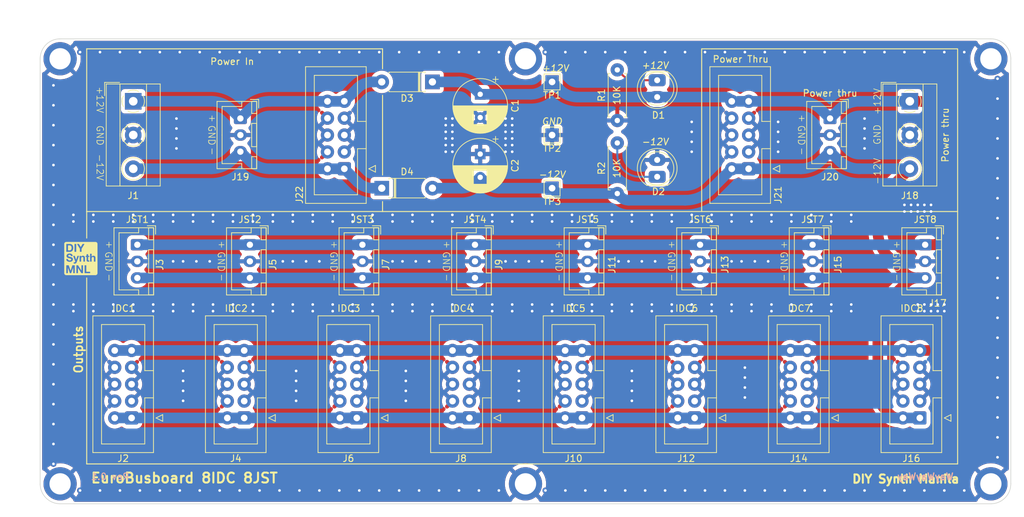
<source format=kicad_pcb>
(kicad_pcb (version 20221018) (generator pcbnew)
  (title_block (title "EuroBusboard 8") (date "2024-01-02") (rev "0.1") (company "DIYSynthMNL"))
  (layers (0 "F.Cu" signal) (31 "B.Cu" signal) (34 "B.Paste" user) (35 "F.Paste" user) (36 "B.SilkS" user "B.Silkscreen") (37 "F.SilkS" user "F.Silkscreen") (38 "B.Mask" user) (39 "F.Mask" user) (44 "Edge.Cuts" user))
  (net 0 "")
  (net 1 "Board_0-/+12V")
  (net 2 "Board_0-/+12V_IN")
  (net 3 "Board_0-/-12V")
  (net 4 "Board_0-/-12V_IN")
  (net 5 "Board_0-/GND")
  (net 6 "Board_0-Net-(D1-K)")
  (net 7 "Board_0-Net-(D2-K)")
  (footprint "TestPoint:TestPoint_THTPad_2.0x2.0mm_Drill1.0mm" (layer "F.Cu") (at 152.5 42.485 180)
    (fp_text reference "TP3")
    (fp_text value "-12V")
  )
  (footprint "DIYSynthMNL:TerminalBlock_MetzConnect_Type101_RT01603HBWC_1x03_P5.08mm_Horizontal" (layer "F.Cu") (at 89.5 29.4 -90)
    (fp_text reference "J1")
    (fp_text value "Power In" hide)
  )
  (footprint "DIYSynthMNL:Eurorack_power_jst_3P" (layer "F.Cu") (at 90.115 51 -90)
    (fp_text reference "J3")
    (fp_text value "JST1")
  )
  (footprint "DIYSynthMNL:IDC-Header_2x05_P2.54mm_Vertical_BigPads" (layer "F.Cu") (at 106.19 77.08 180)
    (fp_text reference "J4")
    (fp_text value "IDC2")
  )
  (footprint "DIYSynthMNL:LED_D5.0mm_BigPads" (layer "F.Cu") (at 168.31 27.5 -90)
    (fp_text reference "D1")
    (fp_text value "+12V")
  )
  (footprint "DIYSynthMNL:MountingHole_M3_Standoff_Pad" (layer "F.Cu") (at 218.5 23)
    (fp_text reference "H5")
    (fp_text value "MountingHole_Pad" hide)
  )
  (footprint "DIYSynthMNL:Eurorack_power_jst_3P" (layer "F.Cu") (at 194.31 31.985 -90)
    (fp_text reference "J20")
    (fp_text value "Power thru")
  )
  (footprint "DIYSynthMNL:IDC-Header_2x05_P2.54mm_Vertical_BigPads" (layer "F.Cu") (at 121.2525 39.565 180)
    (fp_text reference "J22")
    (fp_text value "Power In" hide)
  )
  (footprint "DIYSynthMNL:Eurorack_power_jst_3P" (layer "F.Cu") (at 107.043571 51 -90)
    (fp_text reference "J5")
    (fp_text value "JST2")
  )
  (footprint "TestPoint:TestPoint_THTPad_2.0x2.0mm_Drill1.0mm" (layer "F.Cu") (at 152.5 34.485 180)
    (fp_text reference "TP2")
    (fp_text value "GND")
  )
  (footprint "DIYSynthMNL:IDC-Header_2x05_P2.54mm_Vertical_BigPads" (layer "F.Cu") (at 182.0625 39.565 180)
    (fp_text reference "J21")
    (fp_text value "Power Thru")
  )
  (footprint "DIYSynthMNL:LED_D5.0mm_BigPads" (layer "F.Cu") (at 168.31 39.5 90)
    (fp_text reference "D2")
    (fp_text value "-12V")
  )
  (footprint "DIYSynthMNL:MountingHole_M3_Standoff_Pad" (layer "F.Cu") (at 78.5 87)
    (fp_text reference "H6")
    (fp_text value "MountingHole_Pad" hide)
  )
  (footprint "DIYSynthMNL:Eurorack_power_jst_3P" (layer "F.Cu") (at 105.615 31.985 -90)
    (fp_text reference "J19")
    (fp_text value "Power In" hide)
  )
  (footprint "PCM_kikit:Board" (layer "F.Cu") (at 79 20)
    (fp_text reference "B1")
    (fp_text value "Board")
  )
  (footprint "DIYSynthMNL:IDC-Header_2x05_P2.54mm_Vertical_BigPads" (layer "F.Cu") (at 89.2525 77.08 180)
    (fp_text reference "J2")
    (fp_text value "IDC1")
  )
  (footprint "DIYSynthMNL:R_quarter_watt_L6.3mm_D2.5mm_P7.62mm" (layer "F.Cu") (at 162.31 32.295 90)
    (fp_text reference "R1")
    (fp_text value "10K")
  )
  (footprint "DIYSynthMNL:IDC-Header_2x05_P2.54mm_Vertical_BigPads" (layer "F.Cu") (at 157.0025 77.08 180)
    (fp_text reference "J10")
    (fp_text value "IDC5")
  )
  (footprint "DIYSynthMNL:Eurorack_power_jst_3P" (layer "F.Cu") (at 123.972142 51 -90)
    (fp_text reference "J7")
    (fp_text value "JST3")
  )
  (footprint "Capacitor_THT:CP_Radial_D8.0mm_P3.50mm" (layer "F.Cu") (at 141.69 37.347349 -90)
    (fp_text reference "C2")
    (fp_text value "100uF")
  )
  (footprint "DIYSynthMNL:MountingHole_M3_Standoff_Pad" (layer "F.Cu") (at 148.5 23)
    (fp_text reference "H4")
    (fp_text value "MountingHole_Pad" hide)
  )
  (footprint "DIYSynthMNL:D_DO-41_SOD81_P7.62mm_Horizontal_BigPads" (layer "F.Cu") (at 134.5 26.485 180)
    (fp_text reference "D3")
    (fp_text value "4007")
  )
  (footprint "DIYSynthMNL:Eurorack_power_jst_3P" (layer "F.Cu") (at 140.900713 51 -90)
    (fp_text reference "J9")
    (fp_text value "JST4")
  )
  (footprint "DIYSynthMNL:IDC-Header_2x05_P2.54mm_Vertical_BigPads" (layer "F.Cu") (at 123.1275 77.08 180)
    (fp_text reference "J6")
    (fp_text value "IDC3")
  )
  (footprint "DIYSynthMNL:R_quarter_watt_L6.3mm_D2.5mm_P7.62mm" (layer "F.Cu") (at 162.31 43.295 90)
    (fp_text reference "R2")
    (fp_text value "10K")
  )
  (footprint "DIYSynthMNL:IDC-Header_2x05_P2.54mm_Vertical_BigPads" (layer "F.Cu") (at 207.815 77.08 180)
    (fp_text reference "J16")
    (fp_text value "IDC8")
  )
  (footprint "DIYSynthMNL:Eurorack_power_jst_3P" (layer "F.Cu") (at 191.686426 51 -90)
    (fp_text reference "J15")
    (fp_text value "JST7")
  )
  (footprint "DIYSynthMNL:IDC-Header_2x05_P2.54mm_Vertical_BigPads" (layer "F.Cu") (at 190.8775 77.08 180)
    (fp_text reference "J14")
    (fp_text value "IDC7")
  )
  (footprint "DIYSynthMNL:MountingHole_M3_Standoff_Pad" (layer "F.Cu") (at 218.5 87)
    (fp_text reference "H3")
    (fp_text value "MountingHole_Pad" hide)
  )
  (footprint "Capacitor_THT:CP_Radial_D8.0mm_P3.50mm" (layer "F.Cu") (at 141.69 28.347349 -90)
    (fp_text reference "C1")
    (fp_text value "100uF")
  )
  (footprint "TestPoint:TestPoint_THTPad_2.0x2.0mm_Drill1.0mm" (layer "F.Cu") (at 152.5 26.485 180)
    (fp_text reference "TP1")
    (fp_text value "+12V")
  )
  (footprint "DIYSynthMNL:IDC-Header_2x05_P2.54mm_Vertical_BigPads" (layer "F.Cu") (at 173.94 77.08 180)
    (fp_text reference "J12")
    (fp_text value "IDC6")
  )
  (footprint "DIYSynthMNL:MountingHole_M3_Standoff_Pad" (layer "F.Cu") (at 78.5 23)
    (fp_text reference "H1")
    (fp_text value "MountingHole_Pad" hide)
  )
  (footprint "DIYSynthMNL:Eurorack_power_jst_3P" (layer "F.Cu") (at 174.757855 51 -90)
    (fp_text reference "J13")
    (fp_text value "JST6")
  )
  (footprint "DIYSynthMNL:IDC-Header_2x05_P2.54mm_Vertical_BigPads" (layer "F.Cu") (at 140.065 77.08 180)
    (fp_text reference "J8")
    (fp_text value "IDC4")
  )
  (footprint "DIYSynthMNL:Eurorack_power_jst_3P" (layer "F.Cu") (at 157.829284 51 -90)
    (fp_text reference "J11")
    (fp_text value "JST5")
  )
  (footprint "DIYSynthMNL:TerminalBlock_MetzConnect_Type101_RT01603HBWC_1x03_P5.08mm_Horizontal" (layer "F.Cu") (at 206.31 29.4 -90)
    (fp_text reference "J18")
    (fp_text value "Power thru")
  )
  (footprint "DIYSynthMNL:D_DO-41_SOD81_P7.62mm_Horizontal_BigPads" (layer "F.Cu") (at 126.88 42.485)
    (fp_text reference "D4")
    (fp_text value "4007")
  )
  (footprint "DIYSynthMNL:MountingHole_M3_Standoff_Pad" (layer "F.Cu") (at 148.5 87)
    (fp_text reference "H2")
    (fp_text value "MountingHole_Pad" hide)
  )
  (footprint "DIYSynthMNL:Eurorack_power_jst_3P" (layer "F.Cu") (at 208.615 51 -90)
    (fp_text reference "J17")
    (fp_text value "JST8")
  )
  (gr_line (start 82.5 46) (end 175 46) (stroke (width 0.15)) (layer "F.SilkS"))
  (gr_line (start 127 44.5) (end 127 46) (stroke (width 0.15)) (layer "F.SilkS"))
  (gr_poly (pts (xy 79.853729 51.094312) (xy 79.85487 51.094324) (xy 79.855993 51.094361) (xy 79.857099 51.094423) (xy 79.858189 51.094511) (xy 79.859267 51.094625) (xy 79.860333 51.094765) (xy 79.86139 51.094933) (xy 79.862439 51.095128) (xy 79.899185 51.095128) (xy 79.899819 51.09533) (xy 79.900466 51.095517) (xy 79.901798 51.095851) (xy 79.903183 51.096132) (xy 79.904619 51.09636) (xy 79.906109 51.096535) (xy 79.90765 51.09666) (xy 79.909244 51.096734) (xy 79.91089 51.096759) (xy 79.911727 51.096563) (xy 79.912563 51.096394) (xy 79.913397 51.096251) (xy 79.914231 51.096134) (xy 79.915064 51.096043) (xy 79.915897 51.095978) (xy 79.916729 51.095939) (xy 79.917561 51.095926) (xy 79.918393 51.095939) (xy 79.919225 51.095978) (xy 79.920057 51.096043) (xy 79.92089 51.096134) (xy 79.921723 51.096251) (xy 79.922557 51.096394) (xy 79.923391 51.096563) (xy 79.924227 51.096759) (xy 79.930707 51.098351) (xy 79.936767 51.099764) (xy 79.939641 51.100393) (xy 79.94241 51.100966) (xy 79.945075 51.101479) (xy 79.947636 51.101929) (xy 79.950598 51.101953) (xy 79.953629 51.102027) (xy 79.956723 51.102152) (xy 79.959874 51.102327) (xy 79.963078 51.102555) (xy 79.966329 51.102836) (xy 79.969621 51.10317) (xy 79.97295 51.103559) (xy 79.976706 51.104424) (xy 79.980451 51.105347) (xy 79.984188 51.106326) (xy 79.987921 51.107359) (xy 79.991654 51.108444) (xy 79.995391 51.10958) (xy 79.999136 51.110766) (xy 80.002892 51.111999) (xy 80.010435 51.113745) (xy 80.014215 51.11468) (xy 80.017999 51.115664) (xy 80.021782 51.116699) (xy 80.025563 51.117792) (xy 80.029338 51.118947) (xy 80.033106 51.120169) (xy 80.038901 51.122719) (xy 80.04458 51.125351) (xy 80.050143 51.128064) (xy 80.055588 51.130859) (xy 80.060917 51.133735) (xy 80.066129 51.13669) (xy 80.071224 51.139725) (xy 80.076201 51.142839) (xy 80.081061 51.146031) (xy 80.085803 51.149301) (xy 80.090427 51.152649) (xy 80.094933 51.156073) (xy 80.09932 51.159573) (xy 80.103589 51.163149) (xy 80.10774 51.1668) (xy 80.111771 51.170526) (xy 80.115919 51.174126) (xy 80.120001 51.177818) (xy 80.124019 51.181601) (xy 80.12797 51.185477) (xy 80.131856 51.189444) (xy 80.135677 51.193503) (xy 80.139432 51.197654) (xy 80.143122 51.201896) (xy 80.146747 51.20623) (xy 80.150307 51.210655) (xy 80.153801 51.215171) (xy 80.15723 51.219779) (xy 80.160593 51.224478) (xy 80.163892 51.229267) (xy 80.167125 51.234148) (xy 80.170294 51.23912) (xy 80.173526 51.244607) (xy 80.176535 51.250198) (xy 80.179325 51.255893) (xy 80.181902 51.261692) (xy 80.184269 51.267596) (xy 80.186433 51.273605) (xy 80.188396 51.279719) (xy 80.190165 51.285938) (xy 80.194371 51.297839) (xy 80.198605 51.310143) (xy 80.202839 51.322865) (xy 80.207042 51.336022) (xy 80.207439 51.337066) (xy 80.207797 51.338107) (xy 80.208114 51.339147) (xy 80.208392 51.340184) (xy 80.20863 51.341221) (xy 80.208829 51.342256) (xy 80.208988 51.343291) (xy 80.209108 51.344325) (xy 80.209189 51.34536) (xy 80.209231 51.346394) (xy 80.209234 51.347429) (xy 80.209199 51.348465) (xy 80.209124 51.349503) (xy 80.209012 51.350542) (xy 80.208861 51.351583) (xy 80.208672 51.352626) (xy 80.208684 51.353471) (xy 80.208721 51.354333) (xy 80.208782 51.355211) (xy 80.208869 51.356106) (xy 80.208981 51.357016) (xy 80.209118 51.35794) (xy 80.209282 51.358879) (xy 80.209471 51.359831) (xy 80.209686 51.360796) (xy 80.209927 51.361774) (xy 80.210195 51.362764) (xy 80.21049 51.363765) (xy 80.210812 51.364776) (xy 80.211161 51.365798) (xy 80.211537 51.366829) (xy 80.211942 51.367869) (xy 80.212734 51.371259) (xy 80.213436 51.374743) (xy 80.214042 51.378323) (xy 80.214548 51.382004) (xy 80.21495 51.38579) (xy 80.215242 51.389683) (xy 80.215421 51.393689) (xy 80.215482 51.397811) (xy 80.21592 51.401969) (xy 80.216402 51.40608) (xy 80.216932 51.410142) (xy 80.217512 51.414153) (xy 80.218144 51.418112) (xy 80.218831 51.422017) (xy 80.219576 51.425867) (xy 80.220382 51.429659) (xy 80.220382 51.461507) (xy 80.220788 51.46259) (xy 80.221165 51.46375) (xy 80.221515 51.464987) (xy 80.221838 51.466301) (xy 80.222401 51.469163) (xy 80.222857 51.472335) (xy 80.223208 51.475822) (xy 80.223456 51.479624) (xy 80.223603 51.483743) (xy 80.223652 51.488182) (xy 80.223603 51.49262) (xy 80.223454 51.49674) (xy 80.223342 51.498681) (xy 80.223205 51.500542) (xy 80.223042 51.502325) (xy 80.222853 51.504029) (xy 80.222638 51.505655) (xy 80.222396 51.507202) (xy 80.222128 51.508672) (xy 80.221833 51.510063) (xy 80.221512 51.511377) (xy 80.221162 51.512614) (xy 80.220786 51.513774) (xy 80.220382 51.514857) (xy 80.220382 51.531733) (xy 80.219598 51.535075) (xy 80.218926 51.53841) (xy 80.218363 51.541741) (xy 80.217907 51.545071) (xy 80.217556 51.5484) (xy 80.217308 51.551732) (xy 80.21716 51.555067) (xy 80.217112 51.558408) (xy 80.217051 51.561725) (xy 80.216872 51.564987) (xy 80.21658 51.568195) (xy 80.216178 51.571349) (xy 80.215672 51.574451) (xy 80.215066 51.577501) (xy 80.214364 51.580501) (xy 80.213572 51.583451) (xy 80.213572 51.596787) (xy 80.21235 51.60097) (xy 80.211196 51.605154) (xy 80.210103 51.60934) (xy 80.209067 51.613527) (xy 80.208084 51.617714) (xy 80.207148 51.6219) (xy 80.205402 51.630267) (xy 80.204511 51.634401) (xy 80.203514 51.638437) (xy 80.202411 51.642375) (xy 80.201202 51.64621) (xy 80.199889 51.649941) (xy 80.198472 51.653565) (xy 80.196953 51.657079) (xy 80.195331 51.660481) (xy 80.192147 51.668138) (xy 80.188869 51.675638) (xy 80.185495 51.682982) (xy 80.182028 51.690169) (xy 80.178467 51.6972) (xy 80.174813 51.704074) (xy 80.171066 51.710792) (xy 80.167227 51.717352) (xy 80.163297 51.723756) (xy 80.159276 51.730003) (xy 80.155164 51.736093) (xy 80.150963 51.742027) (xy 80.146672 51.747803) (xy 80.142293 51.753422) (xy 80.137825 51.758884) (xy 80.13327 51.764189) (xy 80.128776 51.76935) (xy 80.124076 51.774383) (xy 80.119167 51.779286) (xy 80.114052 51.784059) (xy 80.108728 51.788702) (xy 80.103197 51.793215) (xy 80.097456 51.797598) (xy 80.091507 51.80185) (xy 80.085349 51.805972) (xy 80.078982 51.809963) (xy 80.072405 51.813823) (xy 80.065618 51.817551) (xy 80.058621 51.821149) (xy 80.051414 51.824614) (xy 80.043996 51.827948) (xy 80.036367 51.83115) (xy 80.030434 51.833381) (xy 80.024344 51.835478) (xy 80.018096 51.837441) (xy 80.01169 51.839271) (xy 80.005127 51.840968) (xy 79.998406 51.842532) (xy 79.984494 51.845267) (xy 79.969955 51.847478) (xy 79.95479 51.849172) (xy 79.939001 51.850351) (xy 79.922588 51.851021) (xy 79.73205 51.851021) (xy 79.728569 51.85074) (xy 79.725233 51.850314) (xy 79.72362 51.850047) (xy 79.722043 51.849744) (xy 79.720502 51.849405) (xy 79.718998 51.84903) (xy 79.717529 51.848619) (xy 79.716097 51.848172) (xy 79.714701 51.847688) (xy 79.713341 51.847169) (xy 79.712017 51.846614) (xy 79.710729 51.846023) (xy 79.709477 51.845396) (xy 79.708261 51.844733) (xy 79.707081 51.844034) (xy 79.705937 51.843299) (xy 79.704829 51.842528) (xy 79.703756 51.841721) (xy 79.702719 51.840879) (xy 79.701718 51.84) (xy 79.700753 51.839086) (xy 79.699824 51.838136) (xy 79.69893 51.83715) (xy 79.698072 51.836128) (xy 79.697249 51.83507) (xy 79.696462 51.833977) (xy 79.695711 51.832848) (xy 79.694995 51.831683) (xy 79.694315 51.830482) (xy 79.69367 51.829246) (xy 79.692853 51.827136) (xy 79.692077 51.824985) (xy 79.691347 51.822789) (xy 79.690665 51.820545) (xy 79.690035 51.818249) (xy 79.689462 51.815897) (xy 79.688949 51.813484) (xy 79.6885 51.811009) (xy 79.6885 51.770723) (xy 79.688094 51.769667) (xy 79.687716 51.768588) (xy 79.687366 51.767487) (xy 79.687044 51.766363) (xy 79.686749 51.765215) (xy 79.686481 51.764042) (xy 79.686239 51.762845) (xy 79.686025 51.761622) (xy 79.685836 51.760373) (xy 79.685674 51.759097) (xy 79.685426 51.756463) (xy 79.685278 51.753716) (xy 79.68523 51.750852) (xy 79.68562 51.74795) (xy 79.685954 51.745097) (xy 79.686235 51.742296) (xy 79.686462 51.739546) (xy 79.686638 51.736848) (xy 79.686762 51.734203) (xy 79.686835 51.731612) (xy 79.68686 51.729076) (xy 79.68686 51.215711) (xy 79.687583 51.204104) (xy 79.688091 51.192701) (xy 79.688391 51.181506) (xy 79.68849 51.170526) (xy 79.68849 51.137046) (xy 79.688517 51.135191) (xy 79.6886 51.133388) (xy 79.688736 51.131637) (xy 79.688927 51.129939) (xy 79.689171 51.128293) (xy 79.689469 51.126699) (xy 79.689819 51.125157) (xy 79.690222 51.123668) (xy 79.690678 51.122231) (xy 79.691185 51.120846) (xy 79.691744 51.119514) (xy 79.692354 51.118234) (xy 79.693015 51.117006) (xy 79.693727 51.115831) (xy 79.694488 51.114708) (xy 79.6953 51.113637) (xy 79.69594 51.112618) (xy 79.696605 51.111651) (xy 79.697296 51.110734) (xy 79.698012 51.10987) (xy 79.698754 51.109057) (xy 79.699522 51.108295) (xy 79.700315 51.107586) (xy 79.701135 51.106929) (xy 79.70198 51.106324) (xy 79.702852 51.105772) (xy 79.703749 51.105272) (xy 79.704674 51.104825) (xy 79.705624 51.104431) (xy 79.706602 51.104089) (xy 79.707606 51.103801) (xy 79.708637 51.103566) (xy 79.725241 51.096756) (xy 79.725874 51.096561) (xy 79.726521 51.096392) (xy 79.727181 51.096249) (xy 79.727854 51.096132) (xy 79.728539 51.096041) (xy 79.729238 51.095976) (xy 79.72995 51.095937) (xy 79.730675 51.095924) (xy 79.731413 51.095937) (xy 79.732164 51.095976) (xy 79.732928 51.096041) (xy 79.733705 51.096132) (xy 79.734496 51.096249) (xy 79.735299 51.096392) (xy 79.736116 51.096561) (xy 79.736946 51.096756) (xy 79.737971 51.096947) (xy 79.738958 51.097099) (xy 79.739905 51.097213) (xy 79.740813 51.097288) (xy 79.741682 51.097324) (xy 79.742511 51.097321) (xy 79.743301 51.097279) (xy 79.744052 51.097198) (xy 79.744764 51.097077) (xy 79.745437 51.096917) (xy 79.745759 51.096823) (xy 79.746071 51.096718) (xy 79.746373 51.096604) (xy 79.746665 51.096479) (xy 79.746947 51.096345) (xy 79.74722 51.096201) (xy 79.747483 51.096047) (xy 79.747736 51.095883) (xy 79.747979 51.095708) (xy 79.748213 51.095524) (xy 79.748437 51.09533) (xy 79.748651 51.095126) (xy 79.844191 51.095126) (xy 79.845437 51.094931) (xy 79.846662 51.094763) (xy 79.847869 51.094623) (xy 79.849061 51.094509) (xy 79.85024 51.094421) (xy 79.851408 51.094359) (xy 79.852568 51.094322) (xy 79.853721 51.09431)) (fill solid) (layer "F.SilkS"))
  (gr_rect (start 175 21.5) (end 213.5 46) (stroke (width 0.15)) (fill none) (layer "F.SilkS"))
  (gr_poly (pts (xy 83.837803 50.579427) (xy 83.853035 50.580578) (xy 83.86804 50.582474) (xy 83.8828 50.585096) (xy 83.897297 50.588425) (xy 83.911512 50.592444) (xy 83.925427 50.597133) (xy 83.939023 50.602475) (xy 83.952281 50.60845) (xy 83.965183 50.61504) (xy 83.977711 50.622227) (xy 83.989846 50.629992) (xy 84.001569 50.638317) (xy 84.012862 50.647182) (xy 84.023707 50.656571) (xy 84.034085 50.666463) (xy 84.043977 50.676841) (xy 84.053366 50.687686) (xy 84.062231 50.698979) (xy 84.070556 50.710702) (xy 84.078321 50.722837) (xy 84.085508 50.735365) (xy 84.092098 50.748267) (xy 84.098073 50.761525) (xy 84.103415 50.775121) (xy 84.108104 50.789036) (xy 84.112123 50.803251) (xy 84.115452 50.817748) (xy 84.118074 50.832508) (xy 84.11997 50.847514) (xy 84.121121 50.862745) (xy 84.121509 50.878185) (xy 84.121509 55.279893) (xy 84.121121 55.295333) (xy 84.11997 55.310565) (xy 84.118074 55.32557) (xy 84.115452 55.34033) (xy 84.112123 55.354827) (xy 84.108104 55.369042) (xy 84.103415 55.382957) (xy 84.098073 55.396553) (xy 84.092098 55.409811) (xy 84.085508 55.422713) (xy 84.078321 55.435241) (xy 84.070556 55.447376) (xy 84.062231 55.459099) (xy 84.053366 55.470393) (xy 84.043977 55.481237) (xy 84.034085 55.491615) (xy 84.023707 55.501507) (xy 84.012862 55.510896) (xy 84.001569 55.519761) (xy 83.989846 55.528086) (xy 83.977711 55.535851) (xy 83.965183 55.543038) (xy 83.952281 55.549628) (xy 83.939023 55.555603) (xy 83.925427 55.560945) (xy 83.911512 55.565634) (xy 83.897297 55.569653) (xy 83.8828 55.572982) (xy 83.86804 55.575604) (xy 83.853035 55.5775) (xy 83.837803 55.578651) (xy 83.822363 55.579039) (xy 79.420655 55.579039) (xy 79.405215 55.578651) (xy 79.389984 55.5775) (xy 79.374978 55.575604) (xy 79.360218 55.572982) (xy 79.345721 55.569653) (xy 79.331506 55.565634) (xy 79.317591 55.560945) (xy 79.303995 55.555603) (xy 79.290737 55.549628) (xy 79.277835 55.543038) (xy 79.265307 55.535851) (xy 79.253172 55.528086) (xy 79.241449 55.519761) (xy 79.230155 55.510896) (xy 79.219311 55.501507) (xy 79.208933 55.491615) (xy 79.199041 55.481237) (xy 79.189652 55.470393) (xy 79.180787 55.459099) (xy 79.172462 55.447376) (xy 79.164697 55.435241) (xy 79.15751 55.422713) (xy 79.15092 55.409811) (xy 79.144945 55.396553) (xy 79.139603 55.382957) (xy 79.134914 55.369042) (xy 79.130895 55.354827) (xy 79.127566 55.34033) (xy 79.124944 55.32557) (xy 79.123048 55.310565) (xy 79.121897 55.295333) (xy 79.12151 55.279893) (xy 79.12151 55.210204) (xy 79.426065 55.210204) (xy 79.426089 55.214801) (xy 79.426163 55.219395) (xy 79.426288 55.223987) (xy 79.426463 55.228577) (xy 79.426691 55.233168) (xy 79.426972 55.237759) (xy 79.427306 55.242353) (xy 79.427695 55.24695) (xy 79.427936 55.24901) (xy 79.428243 55.25101) (xy 79.428616 55.252949) (xy 79.429053 55.254826) (xy 79.429556 55.25664) (xy 79.430124 55.25839) (xy 79.430758 55.260077) (xy 79.431457 55.261699) (xy 79.432221 55.263256) (xy 79.43305 55.264746) (xy 79.433945 55.26617) (xy 79.434905 55.267527) (xy 79.435931 55.268815) (xy 79.437022 55.270034) (xy 79.438178 55.271184) (xy 79.4394 55.272264) (xy 79.440673 55.273283) (xy 79.441985 55.274251) (xy 79.443335 55.275167) (xy 79.444724 55.276032) (xy 79.446151 55.276845) (xy 79.447617 55.277606) (xy 79.449123 55.278315) (xy 79.450667 55.278972) (xy 79.45225 55.279577) (xy 79.453873 55.280129) (xy 79.455535 55.280629) (xy 79.457237 55.281076) (xy 79.458978 55.281471) (xy 79.460759 55.281812) (xy 79.46258 55.2821) (xy 79.464442 55.282335) (xy 79.584754 55.282335) (xy 79.588107 55.282359) (xy 79.591473 55.282433) (xy 79.594848 55.282558) (xy 79.598228 55.282733) (xy 79.601607 55.282961) (xy 79.604982 55.283242) (xy 79.608349 55.283576) (xy 79.611702 55.283965) (xy 79.615019 55.283904) (xy 79.618281 55.283725) (xy 79.621488 55.283433) (xy 79.624643 55.283031) (xy 79.627744 55.282525) (xy 79.630795 55.281919) (xy 79.633794 55.281217) (xy 79.636744 55.280425) (xy 79.638997 55.279975) (xy 79.641158 55.279461) (xy 79.643227 55.278883) (xy 79.645204 55.278242) (xy 79.647089 55.277535) (xy 79.648881 55.276765) (xy 79.650583 55.275929) (xy 79.652192 55.275028) (xy 79.652963 55.274553) (xy 79.65371 55.274062) (xy 79.654435 55.273554) (xy 79.655137 55.27303) (xy 79.655816 55.27249) (xy 79.656472 55.271933) (xy 79.657106 55.27136) (xy 79.657717 55.27077) (xy 79.658305 55.270164) (xy 79.65887 55.269541) (xy 79.659413 55.268901) (xy 79.659933 55.268245) (xy 79.660431 55.267572) (xy 79.660905 55.266883) (xy 79.661357 55.266177) (xy 79.661787 55.265454) (xy 79.662593 55.264389) (xy 79.663345 55.263284) (xy 79.664042 55.262139) (xy 79.664684 55.260954) (xy 79.665273 55.25973) (xy 79.665809 55.258467) (xy 79.666291 55.257164) (xy 79.666721 55.255821) (xy 79.667098 55.25444) (xy 79.667424 55.253019) (xy 79.667699 55.251559) (xy 79.667922 55.250061) (xy 79.668096 55.248523) (xy 79.668219 55.246947) (xy 79.668292 55.245332) (xy 79.668317 55.243679) (xy 79.668317 54.690301) (xy 79.669088 54.681068) (xy 79.669692 54.671792) (xy 79.669918 54.667151) (xy 79.670086 54.662515) (xy 79.670191 54.657891) (xy 79.670227 54.653282) (xy 79.670227 54.616536) (xy 79.67019 54.613219) (xy 79.670084 54.609957) (xy 79.669915 54.606749) (xy 79.669688 54.603595) (xy 79.669409 54.600493) (xy 79.669084 54.597443) (xy 79.668718 54.594444) (xy 79.668317 54.591494) (xy 79.668377 54.588177) (xy 79.668556 54.584915) (xy 79.668849 54.581707) (xy 79.669251 54.578553) (xy 79.669757 54.575451) (xy 79.670363 54.572401) (xy 79.671065 54.569402) (xy 79.671857 54.566452) (xy 79.67264 54.563525) (xy 79.673313 54.560599) (xy 79.673876 54.557672) (xy 79.674332 54.554746) (xy 79.674683 54.55182) (xy 79.674931 54.548894) (xy 79.675078 54.545968) (xy 79.675127 54.543043) (xy 79.67516 54.541604) (xy 79.675261 54.540214) (xy 79.675428 54.538873) (xy 79.675537 54.538222) (xy 79.675662 54.537583) (xy 79.675804 54.536957) (xy 79.675962 54.536344) (xy 79.676137 54.535743) (xy 79.676329 54.535155) (xy 79.676536 54.53458) (xy 79.676761 54.534018) (xy 79.677001 54.533469) (xy 79.677258 54.532933) (xy 79.677531 54.53241) (xy 79.677821 54.5319) (xy 79.678127 54.531403) (xy 79.678449 54.530919) (xy 79.678787 54.530449) (xy 79.679141 54.529992) (xy 79.679512 54.529548) (xy 79.679898 54.529118) (xy 79.680301 54.528702) (xy 79.68072 54.528298) (xy 79.681154 54.527909) (xy 79.681605 54.527533) (xy 79.682072 54.52717) (xy 79.682554 54.526822) (xy 79.683053 54.526487) (xy 79.683567 54.526166) (xy 79.684186 54.525774) (xy 79.684788 54.525434) (xy 79.685083 54.525284) (xy 79.685374 54.525147) (xy 79.68566 54.525023) (xy 79.685943 54.524911) (xy 79.686222 54.524813) (xy 79.686497 54.524729) (xy 79.686768 54.524657) (xy 79.687036 54.524598) (xy 79.6873 54.524552) (xy 79.687561 54.524519) (xy 79.687818 54.5245) (xy 79.688072 54.524493) (xy 79.688322 54.5245) (xy 79.68857 54.524519) (xy 79.688814 54.524552) (xy 79.689055 54.524598) (xy 79.689293 54.524657) (xy 79.689528 54.524729) (xy 79.689761 54.524813) (xy 79.68999 54.524911) (xy 79.690217 54.525023) (xy 79.690442 54.525147) (xy 79.690663 54.525284) (xy 79.690883 54.525434) (xy 79.6911 54.525597) (xy 79.691314 54.525774) (xy 79.691527 54.525963) (xy 79.691737 54.526166) (xy 79.692158 54.526384) (xy 79.692581 54.526618) (xy 79.693006 54.526868) (xy 79.693432 54.527133) (xy 79.69386 54.527412) (xy 79.694288 54.527706) (xy 79.694716 54.528014) (xy 79.695145 54.528335) (xy 79.695574 54.528669) (xy 79.696003 54.529015) (xy 79.69643 54.529374) (xy 79.696857 54.529745) (xy 79.697282 54.530127) (xy 79.697706 54.530519) (xy 79.698547 54.531336) (xy 79.701034 54.535226) (xy 79.703477 54.539371) (xy 79.705874 54.543773) (xy 79.708221 54.548435) (xy 79.710515 54.553359) (xy 79.712754 54.558545) (xy 79.714935 54.563997) (xy 79.717056 54.569716) (xy 79.721568 54.5798) (xy 79.725909 54.589985) (xy 79.730084 54.600272) (xy 79.734097 54.610662) (xy 79.737954 54.621157) (xy 79.741658 54.631758) (xy 79.745216 54.642465) (xy 79.74863 54.653281) (xy 79.755448 54.674946) (xy 79.762503 54.696435) (xy 79.769767 54.717714) (xy 79.777211 54.738751) (xy 79.78379 54.756407) (xy 79.790152 54.774263) (xy 79.796304 54.792327) (xy 79.802253 54.810611) (xy 79.808205 54.828796) (xy 79.814357 54.846561) (xy 79.820718 54.863907) (xy 79.827296 54.880838) (xy 79.829309 54.88502) (xy 79.831164 54.889205) (xy 79.832862 54.893391) (xy 79.834403 54.897578) (xy 79.835788 54.901765) (xy 79.837016 54.905951) (xy 79.838087 54.910136) (xy 79.839001 54.914318) (xy 79.840282 54.9185) (xy 79.841614 54.922685) (xy 79.842999 54.926871) (xy 79.844436 54.931058) (xy 79.845925 54.935245) (xy 79.847466 54.939431) (xy 79.84906 54.943616) (xy 79.850706 54.947798) (xy 79.850908 54.948221) (xy 79.851095 54.948652) (xy 79.851269 54.949093) (xy 79.851429 54.949545) (xy 79.851576 54.950007) (xy 79.85171 54.95048) (xy 79.85183 54.950965) (xy 79.851938 54.951463) (xy 79.852032 54.951974) (xy 79.852113 54.952499) (xy 79.852182 54.953038) (xy 79.852238 54.953592) (xy 79.852281 54.954162) (xy 79.852312 54.954747) (xy 79.85233 54.955349) (xy 79.852336 54.955968) (xy 79.852765 54.957199) (xy 79.853206 54.958383) (xy 79.853656 54.959519) (xy 79.85411 54.960605) (xy 79.854564 54.961639) (xy 79.855012 54.962618) (xy 79.855452 54.963542) (xy 79.855876 54.964408) (xy 79.857524 54.968591) (xy 79.859118 54.972775) (xy 79.860659 54.976961) (xy 79.862147 54.981148) (xy 79.863583 54.985335) (xy 79.864967 54.989522) (xy 79.8663 54.993706) (xy 79.867581 54.997889) (xy 79.868887 55.002046) (xy 79.870294 55.006157) (xy 79.871803 55.010219) (xy 79.873416 55.01423) (xy 79.875133 55.018189) (xy 79.876955 55.022094) (xy 79.878883 55.025943) (xy 79.880918 55.029736) (xy 79.88112 55.030362) (xy 79.881308 55.03099) (xy 79.881643 55.032247) (xy 79.881923 55.033507) (xy 79.882151 55.034768) (xy 79.882326 55.036029) (xy 79.88245 55.037289) (xy 79.882524 55.038549) (xy 79.882548 55.039806) (xy 79.882965 55.04066) (xy 79.883376 55.041553) (xy 79.883782 55.042488) (xy 79.884187 55.043472) (xy 79.884591 55.044507) (xy 79.884996 55.0456) (xy 79.885405 55.046755) (xy 79.885818 55.047976) (xy 79.887878 55.053049) (xy 79.889881 55.058231) (xy 79.891827 55.063521) (xy 79.89372 55.068917) (xy 79.895561 55.074417) (xy 79.897352 55.08002) (xy 79.899094 55.085724) (xy 79.900789 55.091528) (xy 79.902496 55.096942) (xy 79.904269 55.102311) (xy 79.906104 55.107633) (xy 79.907995 55.112905) (xy 79.909938 55.118125) (xy 79.911928 55.12329) (xy 79.913961 55.128398) (xy 79.916032 55.133446) (xy 79.920932 55.148417) (xy 79.922969 55.153465) (xy 79.924898 55.158572) (xy 79.92672 55.163738) (xy 79.928437 55.168958) (xy 79.930049 55.17423) (xy 79.931557 55.179552) (xy 79.932964 55.184921) (xy 79.93427 55.190335) (xy 79.935977 55.195346) (xy 79.93775 55.200349) (xy 79.939585 55.205347) (xy 79.941476 55.210341) (xy 79.945409 55.220333) (xy 79.949513 55.230348) (xy 79.955784 55.244523) (xy 79.961218 55.257023) (xy 79.961876 55.258272) (xy 79.962596 55.25951) (xy 79.963379 55.260738) (xy 79.964224 55.261954) (xy 79.965133 55.263158) (xy 79.966106 55.26435) (xy 79.967144 55.26553) (xy 79.968246 55.266697) (xy 79.969414 55.267851) (xy 79.970647 55.268991) (xy 79.971947 55.270118) (xy 79.973313 55.271231) (xy 79.974747 55.272329) (xy 79.976248 55.273412) (xy 79.977817 55.274479) (xy 79.979455 55.275532) (xy 79.980318 55.276148) (xy 79.981235 55.276741) (xy 79.982206 55.277309) (xy 79.98323 55.277853) (xy 79.984307 55.278372) (xy 79.985437 55.278866) (xy 79.986619 55.279334) (xy 79.987854 55.279777) (xy 79.989142 55.280193) (xy 79.990481 55.280583) (xy 79.991872 55.280945) (xy 79.993315 55.281281) (xy 79.994809 55.281588) (xy 79.996355 55.281868) (xy 79.997951 55.282119) (xy 79.999598 55.282342) (xy 80.002964 55.282731) (xy 80.006373 55.283065) (xy 80.009829 55.283345) (xy 80.013335 55.283573) (xy 80.016892 55.283749) (xy 80.020505 55.283873) (xy 80.024176 55.283947) (xy 80.027907 55.283972) (xy 80.059755 55.283972) (xy 80.063865 55.283583) (xy 80.067828 55.283249) (xy 80.071642 55.282968) (xy 80.075302 55.282741) (xy 80.078805 55.282565) (xy 80.082148 55.282441) (xy 80.085326 55.282366) (xy 80.088336 55.282342) (xy 80.126716 55.282342) (xy 80.129594 55.281549) (xy 80.132372 55.280848) (xy 80.13505 55.280242) (xy 80.137625 55.279736) (xy 80.140096 55.279334) (xy 80.142459 55.279041) (xy 80.143601 55.278937) (xy 80.144715 55.278863) (xy 80.145801 55.278817) (xy 80.146859 55.278802) (xy 80.147903 55.278571) (xy 80.148944 55.278301) (xy 80.149984 55.277989) (xy 80.151022 55.277638) (xy 80.152058 55.277246) (xy 80.153094 55.276815) (xy 80.154128 55.276344) (xy 80.155163 55.275834) (xy 80.156197 55.275285) (xy 80.157231 55.274697) (xy 80.158267 55.27407) (xy 80.159303 55.273405) (xy 80.16034 55.272701) (xy 80.161379 55.271959) (xy 80.16242 55.271179) (xy 80.163463 55.270362) (xy 80.164489 55.269514) (xy 80.165475 55.268643) (xy 80.166422 55.267747) (xy 80.16733 55.266827) (xy 80.168199 55.265883) (xy 80.169029 55.264913) (xy 80.169819 55.263918) (xy 80.17057 55.262897) (xy 80.171282 55.261849) (xy 80.171955 55.260776) (xy 80.172588 55.259675) (xy 80.173182 55.258548) (xy 80.173737 55.257392) (xy 80.174253 55.256209) (xy 80.17473 55.254998) (xy 80.175168 55.253758) (xy 80.17768 55.24863) (xy 80.1802 55.243286) (xy 80.182722 55.237734) (xy 80.185239 55.231982) (xy 80.187276 55.227385) (xy 80.189205 55.222791) (xy 80.191027 55.218199) (xy 80.192744 55.213609) (xy 80.194355 55.209018) (xy 80.195864 55.204426) (xy 80.197271 55.199833) (xy 80.198577 55.195236) (xy 80.199883 55.190248) (xy 80.20129 55.185319) (xy 80.202799 55.180446) (xy 80.204412 55.175627) (xy 80.206129 55.170861) (xy 80.207951 55.166145) (xy 80.209879 55.161477) (xy 80.211914 55.156856) (xy 80.212321 55.156229) (xy 80.212706 55.155601) (xy 80.213069 55.154973) (xy 80.213408 55.154344) (xy 80.213723 55.153714) (xy 80.214014 55.153084) (xy 80.21428 55.152454) (xy 80.21452 55.151824) (xy 80.214734 55.151193) (xy 80.214922 55.150562) (xy 80.215082 55.149932) (xy 80.215215 55.149302) (xy 80.215318 55.148672) (xy 80.215393 55.148042) (xy 80.215439 55.147413) (xy 80.215454 55.146785) (xy 80.215466 55.146158) (xy 80.215503 55.14553) (xy 80.215565 55.144902) (xy 80.215651 55.144273) (xy 80.215763 55.143643) (xy 80.215901 55.143013) (xy 80.216064 55.142383) (xy 80.216253 55.141753) (xy 80.216468 55.141122) (xy 80.216709 55.140492) (xy 80.216977 55.139861) (xy 80.217272 55.139231) (xy 80.217594 55.138601) (xy 80.217943 55.137971) (xy 80.21832 55.137342) (xy 80.218724 55.136714) (xy 80.227718 55.112479) (xy 80.2363 55.088262) (xy 80.244464 55.064045) (xy 80.252204 55.039811) (xy 80.256045 55.027288) (xy 80.260042 55.014808) (xy 80.264196 55.002374) (xy 80.268507 54.989989) (xy 80.272974 54.977656) (xy 80.277598 54.965378) (xy 80.282379 54.95316) (xy 80.287318 54.941003) (xy 80.28894 54.936821) (xy 80.29046 54.932636) (xy 80.291877 54.92845) (xy 80.29319 54.924263) (xy 80.294399 54.920076) (xy 80.295502 54.91589) (xy 80.296499 54.911705) (xy 80.297389 54.907523) (xy 80.298669 54.903377) (xy 80.300002 54.899297) (xy 80.301386 54.895279) (xy 80.302823 54.891317) (xy 80.304312 54.887408) (xy 80.305854 54.883547) (xy 80.307448 54.879728) (xy 80.309094 54.875948) (xy 80.311106 54.871765) (xy 80.312961 54.867581) (xy 80.314659 54.863395) (xy 80.316201 54.859208) (xy 80.317585 54.855021) (xy 80.318813 54.850835) (xy 80.319884 54.84665) (xy 80.320799 54.842468) (xy 80.322079 54.83831) (xy 80.323412 54.834199) (xy 80.324796 54.830137) (xy 80.326233 54.826126) (xy 80.327722 54.822167) (xy 80.329264 54.818262) (xy 80.330857 54.814413) (xy 80.332504 54.810621) (xy 80.33291 54.809994) (xy 80.333287 54.809366) (xy 80.333637 54.808738) (xy 80.33396 54.808109) (xy 80.334255 54.807479) (xy 80.334523 54.806849) (xy 80.334764 54.806219) (xy 80.334979 54.805589) (xy 80.335167 54.804958) (xy 80.33533 54.804328) (xy 80.335466 54.803697) (xy 80.335578 54.803067) (xy 80.335664 54.802437) (xy 80.335725 54.801807) (xy 80.335762 54.801178) (xy 80.335774 54.80055) (xy 80.335786 54.799719) (xy 80.335823 54.798902) (xy 80.335884 54.798099) (xy 80.335971 54.797308) (xy 80.336083 54.796531) (xy 80.33622 54.795767) (xy 80.336383 54.795017) (xy 80.336572 54.794279) (xy 80.336788 54.793555) (xy 80.337029 54.792843) (xy 80.337297 54.792145) (xy 80.337592 54.791459) (xy 80.337914 54.790786) (xy 80.338263 54.790127) (xy 80.338639 54.789479) (xy 80.339044 54.788845) (xy 80.343106 54.777964) (xy 80.346946 54.767069) (xy 80.350577 54.756175) (xy 80.354015 54.745294) (xy 80.355721 54.739867) (xy 80.357494 54.734455) (xy 80.36122 54.723654) (xy 80.365153 54.712852) (xy 80.369258 54.702013) (xy 80.369869 54.700758) (xy 80.370452 54.699502) (xy 80.371531 54.696985) (xy 80.372499 54.694464) (xy 80.373359 54.691942) (xy 80.374114 54.68942) (xy 80.374769 54.686899) (xy 80.375325 54.684382) (xy 80.375788 54.68187) (xy 80.382598 54.661727) (xy 80.387486 54.648331) (xy 80.392136 54.634916) (xy 80.396576 54.6215) (xy 80.400835 54.608104) (xy 80.405863 54.594849) (xy 80.410906 54.581827) (xy 80.420978 54.556386) (xy 80.427788 54.539782) (xy 80.428421 54.538539) (xy 80.429068 54.537319) (xy 80.429728 54.536122) (xy 80.430401 54.534949) (xy 80.431086 54.533801) (xy 80.431785 54.532678) (xy 80.432497 54.531579) (xy 80.433222 54.530507) (xy 80.43396 54.52946) (xy 80.434711 54.528441) (xy 80.435475 54.527448) (xy 80.436253 54.526482) (xy 80.437043 54.525545) (xy 80.437846 54.524636) (xy 80.438663 54.523756) (xy 80.439493 54.522905) (xy 80.439702 54.522691) (xy 80.439909 54.522467) (xy 80.440115 54.522232) (xy 80.44032 54.521985) (xy 80.440524 54.521726) (xy 80.440727 54.521455) (xy 80.440929 54.521171) (xy 80.441131 54.520875) (xy 80.441535 54.520243) (xy 80.441941 54.519555) (xy 80.442349 54.51881) (xy 80.442763 54.518005) (xy 80.443188 54.517608) (xy 80.443628 54.517251) (xy 80.444082 54.516934) (xy 80.444551 54.516656) (xy 80.445033 54.516418) (xy 80.44553 54.51622) (xy 80.446039 54.51606) (xy 80.446563 54.51594) (xy 80.447099 54.515859) (xy 80.447648 54.515817) (xy 80.44821 54.515813) (xy 80.448784 54.515849) (xy 80.449371 54.515923) (xy 80.44997 54.516035) (xy 80.45058 54.516186) (xy 80.451203 54.516375) (xy 80.452418 54.516831) (xy 80.453556 54.517362) (xy 80.454617 54.517971) (xy 80.455599 54.518655) (xy 80.456503 54.519417) (xy 80.45733 54.520256) (xy 80.458078 54.521173) (xy 80.458747 54.522168) (xy 80.459339 54.523241) (xy 80.459851 54.524393) (xy 80.460285 54.525624) (xy 80.460641 54.526935) (xy 80.460918 54.528325) (xy 80.461115 54.529796) (xy 80.461234 54.531347) (xy 80.461274 54.532979) (xy 80.461323 54.536296) (xy 80.461471 54.539558) (xy 80.46172 54.542765) (xy 80.462072 54.54592) (xy 80.462529 54.549022) (xy 80.463092 54.552072) (xy 80.463763 54.555071) (xy 80.464544 54.558021) (xy 80.464941 54.559702) (xy 80.465298 54.561399) (xy 80.465616 54.563111) (xy 80.465894 54.564839) (xy 80.466132 54.566582) (xy 80.46633 54.568339) (xy 80.46649 54.570109) (xy 80.46661 54.571894) (xy 80.466691 54.573691) (xy 80.466733 54.575501) (xy 80.4667 54.579158) (xy 80.466514 54.582859) (xy 80.466174 54.586602) (xy 80.466174 54.656829) (xy 80.466272 54.667041) (xy 80.466572 54.677633) (xy 80.467081 54.688643) (xy 80.467804 54.700109) (xy 80.467804 55.243703) (xy 80.467831 55.245357) (xy 80.467913 55.246972) (xy 80.46805 55.248548) (xy 80.468241 55.250086) (xy 80.468485 55.251585) (xy 80.468782 55.253045) (xy 80.469133 55.254466) (xy 80.469536 55.255848) (xy 80.469992 55.25719) (xy 80.470499 55.258494) (xy 80.471058 55.259757) (xy 80.471668 55.260982) (xy 80.472329 55.262166) (xy 80.47304 55.263311) (xy 80.473802 55.264415) (xy 80.474614 55.26548) (xy 80.475456 55.2667) (xy 80.476309 55.267856) (xy 80.477174 55.268946) (xy 80.478051 55.269972) (xy 80.47894 55.270932) (xy 80.479842 55.271827) (xy 80.480756 55.272657) (xy 80.481683 55.273422) (xy 80.482623 55.274121) (xy 80.483576 55.274755) (xy 80.484543 55.275323) (xy 80.485523 55.275826) (xy 80.486517 55.276264) (xy 80.487525 55.276636) (xy 80.488548 55.276943) (xy 80.489585 55.277183) (xy 80.492145 55.277636) (xy 80.49481 55.27815) (xy 80.500452 55.279352) (xy 80.506513 55.280762) (xy 80.512994 55.282353) (xy 80.671957 55.282353) (xy 80.673818 55.282117) (xy 80.675639 55.281827) (xy 80.67742 55.281485) (xy 80.679162 55.28109) (xy 80.680863 55.280643) (xy 80.682526 55.280143) (xy 80.684148 55.279591) (xy 80.685732 55.278986) (xy 80.687276 55.27833) (xy 80.688781 55.277621) (xy 80.690247 55.276861) (xy 80.691674 55.276048) (xy 80.693063 55.275184) (xy 80.694413 55.274268) (xy 80.695725 55.273301) (xy 80.696999 55.272283) (xy 80.698214 55.271202) (xy 80.699352 55.270052) (xy 80.700413 55.268832) (xy 80.701395 55.267544) (xy 80.702299 55.266187) (xy 80.703125 55.264763) (xy 80.703873 55.263273) (xy 80.704543 55.261716) (xy 80.705134 55.260094) (xy 80.705647 55.258408) (xy 80.706081 55.256657) (xy 80.706437 55.254844) (xy 80.706713 55.252967) (xy 80.706911 55.251029) (xy 80.70703 55.249029) (xy 80.707069 55.246969) (xy 80.707459 55.242372) (xy 80.707794 55.237778) (xy 80.708074 55.233186) (xy 80.708302 55.228596) (xy 80.708477 55.224005) (xy 80.708601 55.219413) (xy 80.708675 55.21482) (xy 80.708699 55.210223) (xy 80.708699 55.198509) (xy 80.942788 55.198509) (xy 80.942886 55.212335) (xy 80.943186 55.22536) (xy 80.943694 55.237549) (xy 80.944029 55.243318) (xy 80.944417 55.248866) (xy 80.944907 55.25153) (xy 80.945539 55.254085) (xy 80.946314 55.256534) (xy 80.947233 55.258876) (xy 80.948294 55.261111) (xy 80.949499 55.263241) (xy 80.950847 55.265265) (xy 80.952339 55.267184) (xy 80.953975 55.268998) (xy 80.955754 55.270708) (xy 80.957678 55.272315) (xy 80.959746 55.273818) (xy 80.961957 55.275219) (xy 80.964314 55.276517) (xy 80.966814 55.277713) (xy 80.96946 55.278808) (xy 80.97202 55.2796) (xy 80.974685 55.280302) (xy 80.977454 55.280908) (xy 80.980327 55.281414) (xy 80.983305 55.281816) (xy 80.986388 55.282109) (xy 80.989576 55.282287) (xy 80.992868 55.282348) (xy 81.121891 55.282348) (xy 81.126403 55.282312) (xy 81.130744 55.282206) (xy 81.134919 55.282036) (xy 81.138932 55.281809) (xy 81.142789 55.28153) (xy 81.146494 55.281205) (xy 81.150051 55.280839) (xy 81.153466 55.280438) (xy 81.155321 55.280196) (xy 81.157124 55.279889) (xy 81.158875 55.279517) (xy 81.160573 55.279079) (xy 81.162219 55.278577) (xy 81.163813 55.278008) (xy 81.165355 55.277375) (xy 81.166844 55.276676) (xy 81.168281 55.275912) (xy 81.169666 55.275082) (xy 81.170998 55.274188) (xy 81.172278 55.273227) (xy 81.173506 55.272202) (xy 81.174681 55.271111) (xy 81.175804 55.269955) (xy 81.176875 55.268733) (xy 81.177889 55.267212) (xy 81.178839 55.265575) (xy 81.179726 55.263822) (xy 81.180547 55.261952) (xy 81.181305 55.259966) (xy 81.181997 55.257863) (xy 81.182625 55.255643) (xy 81.183187 55.253306) (xy 81.183684 55.250851) (xy 81.184115 55.248278) (xy 81.184481 55.245587) (xy 81.184781 55.242778) (xy 81.185014 55.23985) (xy 81.185181 55.236803) (xy 81.185281 55.233638) (xy 81.185315 55.230353) (xy 81.185315 55.211844) (xy 81.185711 55.2108) (xy 81.186068 55.209759) (xy 81.186386 55.208719) (xy 81.186663 55.207681) (xy 81.186901 55.206645) (xy 81.1871 55.20561) (xy 81.187259 55.204575) (xy 81.187379 55.203541) (xy 81.187461 55.202506) (xy 81.187503 55.201472) (xy 81.187506 55.200436) (xy 81.187471 55.1994) (xy 81.187397 55.198363) (xy 81.187284 55.197324) (xy 81.187134 55.196283) (xy 81.186944 55.19524) (xy 81.186944 54.558025) (xy 81.187198 54.556157) (xy 81.187542 54.554318) (xy 81.187976 54.552505) (xy 81.1885 54.550721) (xy 81.189114 54.548963) (xy 81.189819 54.547232) (xy 81.190615 54.545527) (xy 81.191503 54.543849) (xy 81.192482 54.542198) (xy 81.193552 54.540572) (xy 81.194715 54.538972) (xy 81.19597 54.537397) (xy 81.197317 54.535848) (xy 81.198757 54.534324) (xy 81.200289 54.532824) (xy 81.201915 54.53135) (xy 81.204184 54.53142) (xy 81.205295 54.531507) (xy 81.20639 54.53163) (xy 81.20747 54.531788) (xy 81.208534 54.531982) (xy 81.209582 54.53221) (xy 81.210614 54.532475) (xy 81.211631 54.532774) (xy 81.212631 54.533109) (xy 81.213616 54.53348) (xy 81.214584 54.533886) (xy 81.215536 54.534328) (xy 81.216473 54.534806) (xy 81.217392 54.53532) (xy 81.218296 54.535869) (xy 81.219183 54.536455) (xy 81.220054 54.537076) (xy 81.220909 54.537733) (xy 81.221747 54.538427) (xy 81.222568 54.539157) (xy 81.223373 54.539923) (xy 81.224161 54.540725) (xy 81.224933 54.541563) (xy 81.226425 54.54335) (xy 81.227851 54.545282) (xy 81.229208 54.547361) (xy 81.230496 54.549587) (xy 81.241406 54.565134) (xy 81.250639 54.578168) (xy 81.27365 54.616149) (xy 81.295824 54.653294) (xy 81.307529 54.671091) (xy 81.319233 54.689341) (xy 81.330937 54.708009) (xy 81.342642 54.72706) (xy 81.593337 55.128286) (xy 81.600782 55.14009) (xy 81.604438 55.146066) (xy 81.608046 55.152094) (xy 81.611601 55.158173) (xy 81.6151 55.164306) (xy 81.61854 55.170494) (xy 81.621918 55.176737) (xy 81.651861 55.223556) (xy 81.65689 55.231824) (xy 81.661933 55.239897) (xy 81.666975 55.247761) (xy 81.672004 55.255403) (xy 81.67329 55.257056) (xy 81.674638 55.258671) (xy 81.67605 55.260247) (xy 81.677525 55.261785) (xy 81.679064 55.263284) (xy 81.680667 55.264744) (xy 81.682335 55.266165) (xy 81.684068 55.267547) (xy 81.685866 55.26889) (xy 81.68773 55.270193) (xy 81.68966 55.271457) (xy 81.691657 55.272681) (xy 81.69372 55.273865) (xy 81.69585 55.27501) (xy 81.698048 55.276114) (xy 81.700313 55.277179) (xy 81.70158 55.277787) (xy 81.702874 55.27836) (xy 81.704193 55.278896) (xy 81.705538 55.279395) (xy 81.70691 55.279858) (xy 81.708307 55.280282) (xy 81.709731 55.280668) (xy 81.711181 55.281016) (xy 81.712657 55.281325) (xy 81.714159 55.281593) (xy 81.715687 55.281822) (xy 81.717242 55.28201) (xy 81.718822 55.282158) (xy 81.720429 55.282263) (xy 81.722063 55.282327) (xy 81.723722 55.282349) (xy 81.904459 55.282349) (xy 81.916603 55.279344) (xy 81.921736 55.278141) (xy 81.924065 55.277628) (xy 81.926234 55.277179) (xy 81.927473 55.276735) (xy 81.928684 55.276239) (xy 81.929866 55.275693) (xy 81.931021 55.275094) (xy 81.932149 55.274444) (xy 81.933249 55.273742) (xy 81.934323 55.272988) (xy 81.93537 55.272182) (xy 81.936391 55.271323) (xy 81.937387 55.270413) (xy 81.938357 55.269449) (xy 81.939302 55.268433) (xy 81.940223 55.267365) (xy 81.941118 55.266243) (xy 81.94199 55.265068) (xy 81.942838 55.263841) (xy 81.943643 55.262552) (xy 81.944386 55.261195) (xy 81.945066 55.25977) (xy 81.945683 55.258277) (xy 81.946236 55.256717) (xy 81.946726 55.255091) (xy 81.947151 55.253399) (xy 81.947511 55.25164) (xy 81.947806 55.249817) (xy 81.948036 55.247928) (xy 81.948199 55.245975) (xy 81.948295 55.243958) (xy 81.948325 55.241878) (xy 81.948287 55.239734) (xy 81.948242 55.23879) (xy 82.180471 55.23879) (xy 82.180495 55.240652) (xy 82.180569 55.242473) (xy 82.180691 55.244254) (xy 82.180864 55.245996) (xy 82.181087 55.247697) (xy 82.181361 55.249359) (xy 82.181686 55.250982) (xy 82.182063 55.252566) (xy 82.182493 55.25411) (xy 82.182975 55.255615) (xy 82.18351 55.257081) (xy 82.184099 55.258508) (xy 82.184742 55.259897) (xy 82.18544 55.261247) (xy 82.186192 55.262559) (xy 82.187001 55.263833) (xy 82.188078 55.265465) (xy 82.18922 55.267017) (xy 82.190427 55.268488) (xy 82.191698 55.269878) (xy 82.193034 55.271189) (xy 82.194435 55.27242) (xy 82.1959 55.273572) (xy 82.197432 55.274645) (xy 82.199028 55.275639) (xy 82.20069 55.276556) (xy 82.202417 55.277395) (xy 82.204211 55.278156) (xy 82.20607 55.278841) (xy 82.207994 55.279449) (xy 82.209986 55.279981) (xy 82.212043 55.280436) (xy 82.216725 55.280826) (xy 82.221571 55.281161) (xy 82.22658 55.281441) (xy 82.231747 55.281669) (xy 82.242551 55.281968) (xy 82.253961 55.282066) (xy 82.978018 55.282066) (xy 82.980079 55.282042) (xy 82.982078 55.281969) (xy 82.984017 55.281846) (xy 82.985894 55.281673) (xy 82.987708 55.28145) (xy 82.989459 55.281176) (xy 82.991145 55.280851) (xy 82.992767 55.280474) (xy 82.994324 55.280045) (xy 82.995815 55.279562) (xy 82.997238 55.279027) (xy 82.998595 55.278438) (xy 82.999883 55.277795) (xy 83.001103 55.277098) (xy 83.002252 55.276345) (xy 83.003332 55.275536) (xy 83.004571 55.274876) (xy 83.005782 55.274147) (xy 83.006964 55.273351) (xy 83.008119 55.272488) (xy 83.009247 55.271559) (xy 83.010347 55.270563) (xy 83.011421 55.269501) (xy 83.012468 55.268373) (xy 83.013489 55.26718) (xy 83.014485 55.265922) (xy 83.015455 55.2646) (xy 83.0164 55.263213) (xy 83.01732 55.261762) (xy 83.018216 55.260247) (xy 83.019088 55.258669) (xy 83.019936 55.257028) (xy 83.020333 55.255971) (xy 83.020691 55.254893) (xy 83.021008 55.253792) (xy 83.021286 55.252668) (xy 83.021524 55.251519) (xy 83.021723 55.250347) (xy 83.021882 55.249149) (xy 83.022002 55.247926) (xy 83.022083 55.246677) (xy 83.022125 55.245401) (xy 83.022128 55.244099) (xy 83.022093 55.242768) (xy 83.022018 55.241409) (xy 83.021906 55.240021) (xy 83.021755 55.238604) (xy 83.021566 55.237156) (xy 83.021566 55.103236) (xy 83.021532 55.101374) (xy 83.021432 55.099553) (xy 83.021264 55.097772) (xy 83.02103 55.096031) (xy 83.02073 55.094329) (xy 83.020364 55.092667) (xy 83.019932 55.091044) (xy 83.019435 55.089461) (xy 83.018872 55.087916) (xy 83.018244 55.086411) (xy 83.017552 55.084945) (xy 83.016794 55.083518) (xy 83.015973 55.082129) (xy 83.015088 55.080779) (xy 83.014139 55.079467) (xy 83.013126 55.078194) (xy 83.012456 55.07737) (xy 83.011699 55.076572) (xy 83.010855 55.075799) (xy 83.009923 55.075052) (xy 83.008902 55.07433) (xy 83.007792 55.073635) (xy 83.006592 55.072965) (xy 83.005301 55.072322) (xy 83.003919 55.071704) (xy 83.002444 55.071113) (xy 83.000877 55.070548) (xy 82.999216 55.07001) (xy 82.997461 55.069498) (xy 82.995611 55.069013) (xy 82.993665 55.068554) (xy 82.991623 55.068123) (xy 82.987806 55.067339) (xy 82.983883 55.066667) (xy 82.979854 55.066104) (xy 82.975719 55.065648) (xy 82.97148 55.065297) (xy 82.967137 55.065049) (xy 82.962691 55.064901) (xy 82.958143 55.064853) (xy 82.95351 55.064488) (xy 82.948811 55.064228) (xy 82.944051 55.064072) (xy 82.939235 55.06402) (xy 82.934366 55.064072) (xy 82.92945 55.064228) (xy 82.92449 55.064488) (xy 82.919491 55.064853) (xy 82.493229 55.064853) (xy 82.488931 55.064767) (xy 82.484815 55.064511) (xy 82.482826 55.06432) (xy 82.480883 55.064085) (xy 82.478985 55.063808) (xy 82.477133 55.063488) (xy 82.475327 55.063126) (xy 82.473567 55.062721) (xy 82.471852 55.062274) (xy 82.470183 55.061784) (xy 82.46856 55.061252) (xy 82.466983 55.060677) (xy 82.465451 55.06006) (xy 82.463965 55.0594) (xy 82.462525 55.058698) (xy 82.461131 55.057953) (xy 82.459782 55.057166) (xy 82.458479 55.056336) (xy 82.457222 55.055464) (xy 82.456011 55.05455) (xy 82.454845 55.053593) (xy 82.453725 55.052594) (xy 82.452651 55.051552) (xy 82.451622 55.050468) (xy 82.450639 55.049342) (xy 82.449702 55.048174) (xy 82.448811 55.046963) (xy 82.447966 55.04571) (xy 82.447166 55.044414) (xy 82.446412 55.043076) (xy 82.445595 55.040955) (xy 82.444819 55.038774) (xy 82.444089 55.036535) (xy 82.443407 55.034241) (xy 82.442777 55.031894) (xy 82.442204 55.029498) (xy 82.441691 55.027055) (xy 82.441242 55.024568) (xy 82.441242 54.984555) (xy 82.440458 54.981628) (xy 82.439786 54.978702) (xy 82.439223 54.975775) (xy 82.438767 54.972849) (xy 82.438416 54.969923) (xy 82.438168 54.966997) (xy 82.43802 54.964071) (xy 82.437972 54.961146) (xy 82.43836 54.957805) (xy 82.438695 54.954469) (xy 82.438975 54.951138) (xy 82.439203 54.947809) (xy 82.439378 54.944479) (xy 82.439503 54.941148) (xy 82.439577 54.937812) (xy 82.439601 54.934471) (xy 82.439601 54.13666) (xy 82.439568 54.134183) (xy 82.439467 54.13177) (xy 82.4393 54.129421) (xy 82.439066 54.127137) (xy 82.438766 54.124916) (xy 82.4384 54.122761) (xy 82.437968 54.12067) (xy 82.43747 54.118644) (xy 82.436907 54.116684) (xy 82.43628 54.11479) (xy 82.435587 54.112961) (xy 82.43483 54.111198) (xy 82.434009 54.109502) (xy 82.433123 54.107872) (xy 82.432174 54.106309) (xy 82.431161 54.104813) (xy 82.430078 54.103395) (xy 82.428918 54.102069) (xy 82.427681 54.100835) (xy 82.426366 54.099691) (xy 82.424975 54.09864) (xy 82.423505 54.09768) (xy 82.421958 54.096811) (xy 82.420332 54.096034) (xy 82.418628 54.095348) (xy 82.416846 54.094754) (xy 82.414985 54.094251) (xy 82.413044 54.093839) (xy 82.411024 54.093519) (xy 82.408925 54.093291) (xy 82.406745 54.093154) (xy 82.404486 54.093108) (xy 82.400279 54.09272) (xy 82.396021 54.092385) (xy 82.39171 54.092105) (xy 82.387347 54.091877) (xy 82.382932 54.091701) (xy 82.378465 54.091577) (xy 82.373945 54.091503) (xy 82.369372 54.091478) (xy 82.227285 54.091478) (xy 82.227289 54.091481) (xy 82.226868 54.091682) (xy 82.226444 54.09187) (xy 82.226019 54.092044) (xy 82.225593 54.092204) (xy 82.225166 54.092351) (xy 82.224737 54.092484) (xy 82.224309 54.092605) (xy 82.22388 54.092712) (xy 82.223451 54.092806) (xy 82.223023 54.092888) (xy 82.222595 54.092956) (xy 82.222168 54.093012) (xy 82.221743 54.093056) (xy 82.22132 54.093086) (xy 82.220898 54.093105) (xy 82.220479 54.093111) (xy 82.220062 54.092916) (xy 82.219649 54.092747) (xy 82.219239 54.092604) (xy 82.218831 54.092487) (xy 82.218425 54.092396) (xy 82.218021 54.09233) (xy 82.217617 54.092291) (xy 82.217214 54.092278) (xy 82.216811 54.092291) (xy 82.216407 54.09233) (xy 82.216002 54.092396) (xy 82.215596 54.092487) (xy 82.215188 54.092604) (xy 82.214778 54.092747) (xy 82.214365 54.092916) (xy 82.213949 54.093111) (xy 82.21149 54.093766) (xy 82.209132 54.094477) (xy 82.206876 54.095242) (xy 82.204721 54.096062) (xy 82.202668 54.096937) (xy 82.200719 54.097864) (xy 82.198872 54.098845) (xy 82.19713 54.099879) (xy 82.195492 54.100965) (xy 82.193959 54.102102) (xy 82.192532 54.103291) (xy 82.191859 54.103905) (xy 82.191211 54.104531) (xy 82.190591 54.10517) (xy 82.189997 54.105821) (xy 82.18943 54.106485) (xy 82.18889 54.107161) (xy 82.188377 54.107849) (xy 82.187891 54.10855) (xy 82.187432 54.109263) (xy 82.187001 54.109988) (xy 82.186389 54.111059) (xy 82.185807 54.112183) (xy 82.185253 54.113358) (xy 82.184728 54.114586) (xy 82.18423 54.115866) (xy 82.18376 54.117199) (xy 82.183316 54.118583) (xy 82.1829 54.12002) (xy 82.182509 54.121509) (xy 82.182144 54.12305) (xy 82.18149 54.12629) (xy 82.180933 54.129739) (xy 82.180471 54.133397) (xy 82.180471 55.23879) (xy 81.948242 55.23879) (xy 81.948182 55.237528) (xy 81.948008 55.235259) (xy 81.948008 54.173418) (xy 81.947909 54.159732) (xy 81.947609 54.147102) (xy 81.947382 54.141179) (xy 81.947101 54.135516) (xy 81.946767 54.130112) (xy 81.946378 54.124967) (xy 81.946091 54.1223) (xy 81.945647 54.119735) (xy 81.945046 54.117273) (xy 81.944687 54.116081) (xy 81.944288 54.114914) (xy 81.943851 54.113773) (xy 81.943374 54.112658) (xy 81.942858 54.111569) (xy 81.942303 54.110506) (xy 81.941709 54.109469) (xy 81.941075 54.108457) (xy 81.940403 54.107472) (xy 81.939691 54.106513) (xy 81.93894 54.10558) (xy 81.93815 54.104673) (xy 81.93732 54.103793) (xy 81.936451 54.102939) (xy 81.935544 54.102111) (xy 81.934597 54.101309) (xy 81.93361 54.100534) (xy 81.932585 54.099785) (xy 81.930416 54.098367) (xy 81.928091 54.097056) (xy 81.925608 54.095851) (xy 81.922969 54.094753) (xy 81.921702 54.094347) (xy 81.920409 54.093969) (xy 81.917744 54.093297) (xy 81.914975 54.092734) (xy 81.912102 54.092278) (xy 81.909123 54.091927) (xy 81.906041 54.091679) (xy 81.902853 54.091531) (xy 81.89956 54.091483) (xy 81.770543 54.091483) (xy 81.766007 54.091507) (xy 81.761592 54.091581) (xy 81.757292 54.091706) (xy 81.753103 54.091881) (xy 81.749018 54.092109) (xy 81.745032 54.092389) (xy 81.74114 54.092724) (xy 81.737335 54.093112) (xy 81.735682 54.09336) (xy 81.734067 54.093686) (xy 81.73249 54.094089) (xy 81.730953 54.09457) (xy 81.729454 54.095129) (xy 81.727994 54.095766) (xy 81.726573 54.096481) (xy 81.725191 54.097274) (xy 81.723848 54.098146) (xy 81.722545 54.099096) (xy 81.721281 54.100125) (xy 81.720057 54.101232) (xy 81.718873 54.102418) (xy 81.717728 54.103683) (xy 81.716623 54.105027) (xy 81.715559 54.10645) (xy 81.714343 54.108161) (xy 81.713205 54.109949) (xy 81.712145 54.111815) (xy 81.711163 54.113759) (xy 81.710258 54.115781) (xy 81.709432 54.11788) (xy 81.708684 54.120058) (xy 81.708014 54.122314) (xy 81.707423 54.124648) (xy 81.70691 54.127061) (xy 81.706476 54.129553) (xy 81.706121 54.132123) (xy 81.705844 54.134773) (xy 81.705646 54.137501) (xy 81.705528 54.140309) (xy 81.705488 54.143196) (xy 81.705488 54.161704) (xy 81.7051 54.1634) (xy 81.704765 54.165142) (xy 81.704485 54.166933) (xy 81.704257 54.168774) (xy 81.704081 54.170667) (xy 81.703957 54.172613) (xy 81.703883 54.174616) (xy 81.703858 54.176675) (xy 81.704247 54.178773) (xy 81.704581 54.180881) (xy 81.704862 54.182997) (xy 81.705089 54.185116) (xy 81.705265 54.187235) (xy 81.70539 54.18935) (xy 81.705464 54.191457) (xy 81.705488 54.193552) (xy 81.705488 54.778783) (xy 81.705852 54.7821) (xy 81.706113 54.785362) (xy 81.706269 54.78857) (xy 81.706321 54.791724) (xy 81.706269 54.794826) (xy 81.706113 54.797876) (xy 81.705852 54.800875) (xy 81.705488 54.803825) (xy 81.704704 54.807142) (xy 81.704032 54.810405) (xy 81.703469 54.813612) (xy 81.703013 54.816767) (xy 81.702662 54.819869) (xy 81.702414 54.822919) (xy 81.702267 54.825918) (xy 81.702218 54.828868) (xy 81.702172 54.8303) (xy 81.702115 54.830994) (xy 81.702035 54.831672) (xy 81.701932 54.832334) (xy 81.701806 54.832981) (xy 81.701658 54.833612) (xy 81.701486 54.834228) (xy 81.701292 54.834828) (xy 81.701074 54.835412) (xy 81.700834 54.83598) (xy 81.700571 54.836532) (xy 81.700285 54.837068) (xy 81.699977 54.837588) (xy 81.699645 54.838092) (xy 81.699291 54.838579) (xy 81.698913 54.83905) (xy 81.698513 54.839505) (xy 81.69809 54.839944) (xy 81.697644 54.840365) (xy 81.697176 54.84077) (xy 81.696684 54.841159) (xy 81.69617 54.841531) (xy 81.695633 54.841886) (xy 81.695073 54.842224) (xy 81.69449 54.842545) (xy 81.693884 54.842849) (xy 81.693256 54.843136) (xy 81.692604 54.843405) (xy 81.69193 54.843658) (xy 81.691233 54.843893) (xy 81.690513 54.844111) (xy 81.689886 54.844503) (xy 81.689259 54.844843) (xy 81.68863 54.84513) (xy 81.688001 54.845365) (xy 81.687372 54.845548) (xy 81.686742 54.845679) (xy 81.686112 54.845757) (xy 81.685481 54.845784) (xy 81.684851 54.845757) (xy 81.68422 54.845679) (xy 81.68359 54.845548) (xy 81.682959 54.845365) (xy 81.682329 54.84513) (xy 81.6817 54.844843) (xy 81.681071 54.844503) (xy 81.680442 54.844111) (xy 81.679212 54.843267) (xy 81.678028 54.842415) (xy 81.676892 54.84156) (xy 81.675806 54.840702) (xy 81.674772 54.839845) (xy 81.673792 54.838991) (xy 81.672868 54.838142) (xy 81.672002 54.837301) (xy 81.670763 54.836251) (xy 81.669553 54.835191) (xy 81.66837 54.834121) (xy 81.667215 54.83304) (xy 81.666088 54.831948) (xy 81.664987 54.830845) (xy 81.663914 54.829729) (xy 81.662866 54.828601) (xy 81.661845 54.827459) (xy 81.660849 54.826304) (xy 81.659879 54.825135) (xy 81.658934 54.823952) (xy 81.658014 54.822753) (xy 81.657118 54.821539) (xy 81.656246 54.82031) (xy 81.655398 54.819064) (xy 81.654108 54.816552) (xy 81.652746 54.814035) (xy 81.651318 54.811514) (xy 81.649831 54.808992) (xy 81.648291 54.80647) (xy 81.646705 54.803949) (xy 81.645079 54.801432) (xy 81.643421 54.798921) (xy 81.628476 54.777059) (xy 81.613742 54.75497) (xy 81.599216 54.732672) (xy 81.584898 54.710184) (xy 81.571446 54.686872) (xy 81.557824 54.663765) (xy 81.543992 54.640866) (xy 81.529914 54.618181) (xy 81.50051 54.570634) (xy 81.470857 54.523311) (xy 81.410964 54.429276) (xy 81.293919 54.238738) (xy 81.233764 54.143197) (xy 81.231654 54.139855) (xy 81.229503 54.13652) (xy 81.227307 54.133189) (xy 81.225063 54.129859) (xy 81.222767 54.12653) (xy 81.220414 54.123198) (xy 81.218002 54.119863) (xy 81.215527 54.116521) (xy 81.214446 54.114874) (xy 81.213296 54.113278) (xy 81.212076 54.111733) (xy 81.210788 54.110238) (xy 81.209431 54.108795) (xy 81.208007 54.107404) (xy 81.206517 54.106065) (xy 81.20496 54.104778) (xy 81.203338 54.103542) (xy 81.201652 54.10236) (xy 81.199901 54.10123) (xy 81.198088 54.100153) (xy 81.196211 54.099129) (xy 81.194273 54.098158) (xy 81.192273 54.097241) (xy 81.190213 54.096378) (xy 81.188523 54.095575) (xy 81.186798 54.094841) (xy 81.185038 54.094173) (xy 81.183241 54.093573) (xy 81.181407 54.09304) (xy 81.179536 54.092574) (xy 81.177627 54.092173) (xy 81.175679 54.091838) (xy 81.173692 54.091569) (xy 81.171666 54.091364) (xy 81.169599 54.091224) (xy 81.167491 54.091148) (xy 81.165341 54.091136) (xy 81.163149 54.091187) (xy 81.160915 54.091301) (xy 81.158637 54.091478) (xy 80.987969 54.091478) (xy 80.987977 54.091481) (xy 80.987111 54.091505) (xy 80.986188 54.091579) (xy 80.985209 54.091704) (xy 80.984176 54.091879) (xy 80.983091 54.092107) (xy 80.981955 54.092388) (xy 80.980769 54.092722) (xy 80.979537 54.093111) (xy 80.973007 54.093111) (xy 80.970956 54.093766) (xy 80.968983 54.094476) (xy 80.967089 54.095242) (xy 80.965273 54.096062) (xy 80.963535 54.096936) (xy 80.961876 54.097864) (xy 80.960296 54.098845) (xy 80.958794 54.099878) (xy 80.95737 54.100964) (xy 80.956025 54.102102) (xy 80.954758 54.103291) (xy 80.953569 54.10453) (xy 80.952459 54.10582) (xy 80.951427 54.10716) (xy 80.950473 54.108549) (xy 80.949598 54.109988) (xy 80.948786 54.111481) (xy 80.948025 54.113036) (xy 80.947313 54.114653) (xy 80.946652 54.116332) (xy 80.946042 54.118075) (xy 80.945483 54.11988) (xy 80.944976 54.12175) (xy 80.94452 54.123685) (xy 80.944117 54.125685) (xy 80.943766 54.127751) (xy 80.943469 54.129883) (xy 80.943224 54.132082) (xy 80.943034 54.13435) (xy 80.942897 54.136685) (xy 80.942815 54.139089) (xy 80.942788 54.141563) (xy 80.942788 55.198509) (xy 80.708699 55.198509) (xy 80.708699 54.136675) (xy 80.708626 54.133194) (xy 80.708407 54.129859) (xy 80.708243 54.128245) (xy 80.708042 54.126668) (xy 80.707805 54.125127) (xy 80.707532 54.123623) (xy 80.707222 54.122154) (xy 80.706876 54.120722) (xy 80.706495 54.119326) (xy 80.706076 54.117966) (xy 80.705622 54.116642) (xy 80.705132 54.115354) (xy 80.704606 54.114102) (xy 80.704044 54.112886) (xy 80.703446 54.111706) (xy 80.702812 54.110562) (xy 80.702142 54.109454) (xy 80.701436 54.108381) (xy 80.700695 54.107344) (xy 80.699917 54.106344) (xy 80.699105 54.105378) (xy 80.698256 54.104449) (xy 80.697372 54.103555) (xy 80.696452 54.102697) (xy 80.695497 54.101875) (xy 80.694507 54.101088) (xy 80.693481 54.100336) (xy 80.692419 54.09962) (xy 80.691322 54.09894) (xy 80.69019 54.098295) (xy 80.689113 54.097484) (xy 80.687971 54.096722) (xy 80.686764 54.09601) (xy 80.685493 54.095349) (xy 80.684157 54.094739) (xy 80.682756 54.09418) (xy 80.681291 54.093673) (xy 80.679759 54.093217) (xy 80.678163 54.092814) (xy 80.676501 54.092464) (xy 80.674774 54.092166) (xy 80.67298 54.091922) (xy 80.671122 54.091731) (xy 80.669197 54.091595) (xy 80.667205 54.091512) (xy 80.665148 54.091485) (xy 80.377435 54.091485) (xy 80.375574 54.091519) (xy 80.373753 54.091619) (xy 80.371972 54.091787) (xy 80.37023 54.09202) (xy 80.368529 54.092321) (xy 80.366866 54.092687) (xy 80.365244 54.093119) (xy 80.36366 54.093616) (xy 80.362116 54.094179) (xy 80.360611 54.094807) (xy 80.359145 54.095499) (xy 80.357717 54.096256) (xy 80.356329 54.097078) (xy 80.354979 54.097963) (xy 80.353667 54.098912) (xy 80.352393 54.099925) (xy 80.350756 54.10099) (xy 80.349187 54.102096) (xy 80.347686 54.10324) (xy 80.346253 54.104425) (xy 80.344887 54.105649) (xy 80.343588 54.106913) (xy 80.342355 54.108216) (xy 80.341187 54.109559) (xy 80.340085 54.11094) (xy 80.339048 54.112361) (xy 80.338074 54.113821) (xy 80.337165 54.115319) (xy 80.336319 54.116857) (xy 80.335536 54.118433) (xy 80.334815 54.120048) (xy 80.334156 54.121701) (xy 80.324085 54.148376) (xy 80.307208 54.201727) (xy 80.303046 54.214397) (xy 80.298905 54.227304) (xy 80.290604 54.253716) (xy 80.223644 54.461131) (xy 80.156684 54.665007) (xy 80.150105 54.684255) (xy 80.143743 54.703523) (xy 80.13759 54.722791) (xy 80.131641 54.742039) (xy 80.126416 54.760519) (xy 80.120773 54.779184) (xy 80.114712 54.798058) (xy 80.108232 54.817165) (xy 80.10572 54.824081) (xy 80.1032 54.831435) (xy 80.100678 54.839209) (xy 80.098161 54.847379) (xy 80.097503 54.849418) (xy 80.096783 54.851355) (xy 80.096 54.853188) (xy 80.095155 54.854918) (xy 80.094246 54.856543) (xy 80.093273 54.858065) (xy 80.092235 54.859483) (xy 80.091133 54.860796) (xy 80.090558 54.861414) (xy 80.089966 54.862005) (xy 80.089357 54.86257) (xy 80.088732 54.863109) (xy 80.088091 54.863622) (xy 80.087433 54.864108) (xy 80.086758 54.864568) (xy 80.086066 54.865002) (xy 80.085358 54.865409) (xy 80.084633 54.86579) (xy 80.083891 54.866145) (xy 80.083132 54.866473) (xy 80.082355 54.866775) (xy 80.081562 54.867051) (xy 80.080752 54.867299) (xy 80.079924 54.867522) (xy 80.079503 54.867919) (xy 80.07908 54.868276) (xy 80.078655 54.868594) (xy 80.078229 54.868872) (xy 80.077801 54.86911) (xy 80.077373 54.869308) (xy 80.077159 54.869393) (xy 80.076944 54.869468) (xy 80.07673 54.869533) (xy 80.076515 54.869588) (xy 80.076301 54.869633) (xy 80.076087 54.869669) (xy 80.075872 54.869695) (xy 80.075658 54.869711) (xy 80.075444 54.869717) (xy 80.075231 54.869714) (xy 80.075017 54.869701) (xy 80.074804 54.869678) (xy 80.074591 54.869646) (xy 80.074379 54.869604) (xy 80.074167 54.869553) (xy 80.073955 54.869492) (xy 80.073744 54.869421) (xy 80.073533 54.869341) (xy 80.073114 54.869152) (xy 80.066584 54.865881) (xy 80.065558 54.865239) (xy 80.064572 54.864565) (xy 80.063625 54.863861) (xy 80.062717 54.863127) (xy 80.061848 54.862365) (xy 80.061019 54.861574) (xy 80.060228 54.860756) (xy 80.059477 54.859911) (xy 80.058765 54.85904) (xy 80.058093 54.858144) (xy 80.057459 54.857223) (xy 80.056865 54.856278) (xy 80.05631 54.855309) (xy 80.055794 54.854318) (xy 80.055317 54.853306) (xy 80.054879 54.852272) (xy 80.048069 54.835668) (xy 80.044777 54.827279) (xy 80.04159 54.818835) (xy 80.038507 54.810339) (xy 80.035529 54.801789) (xy 80.032655 54.793187) (xy 80.029886 54.784533) (xy 80.027221 54.775829) (xy 80.02466 54.767074) (xy 80.0221 54.758319) (xy 80.019435 54.749614) (xy 80.016666 54.740961) (xy 80.013793 54.732359) (xy 80.010814 54.723809) (xy 80.007732 54.715312) (xy 80.004544 54.706869) (xy 80.001251 54.69848) (xy 79.981517 54.644884) (xy 79.962434 54.591108) (xy 79.943979 54.537123) (xy 79.926126 54.4829) (xy 79.909054 54.428732) (xy 79.891314 54.374954) (xy 79.872947 54.321593) (xy 79.853994 54.26868) (xy 79.844058 54.240634) (xy 79.839109 54.226918) (xy 79.834123 54.213424) (xy 79.832001 54.206351) (xy 79.82982 54.199345) (xy 79.825287 54.185514) (xy 79.820544 54.171892) (xy 79.815614 54.15844) (xy 79.805543 54.128226) (xy 79.804891 54.126169) (xy 79.804189 54.124177) (xy 79.803437 54.122252) (xy 79.802634 54.120393) (xy 79.801781 54.118599) (xy 79.800876 54.116871) (xy 79.79992 54.115209) (xy 79.798912 54.113612) (xy 79.797851 54.112081) (xy 79.796738 54.110615) (xy 79.795573 54.109214) (xy 79.794354 54.107878) (xy 79.793081 54.106607) (xy 79.791755 54.105401) (xy 79.790374 54.10426) (xy 79.788939 54.103183) (xy 79.787004 54.101766) (xy 79.784964 54.100439) (xy 79.782817 54.099205) (xy 79.780565 54.098062) (xy 79.778208 54.09701) (xy 79.775746 54.09605) (xy 79.773179 54.095181) (xy 79.770507 54.094404) (xy 79.767731 54.093718) (xy 79.76485 54.093124) (xy 79.761865 54.092621) (xy 79.758776 54.09221) (xy 79.755584 54.09189) (xy 79.752288 54.091661) (xy 79.748889 54.091524) (xy 79.745387 54.091478) (xy 79.472917 54.091478) (xy 79.47289 54.09148) (xy 79.472469 54.091681) (xy 79.472045 54.091869) (xy 79.47162 54.092043) (xy 79.471194 54.092203) (xy 79.470767 54.09235) (xy 79.470339 54.092484) (xy 79.46991 54.092604) (xy 79.469481 54.092711) (xy 79.469052 54.092806) (xy 79.468624 54.092887) (xy 79.468196 54.092956) (xy 79.467769 54.093011) (xy 79.467344 54.093055) (xy 79.466921 54.093086) (xy 79.466499 54.093104) (xy 79.46608 54.09311) (xy 79.465659 54.092915) (xy 79.465235 54.092746) (xy 79.464811 54.092603) (xy 79.464384 54.092486) (xy 79.463957 54.092395) (xy 79.463529 54.09233) (xy 79.4631 54.09229) (xy 79.462671 54.092277) (xy 79.462242 54.09229) (xy 79.461814 54.09233) (xy 79.461386 54.092395) (xy 79.46096 54.092486) (xy 79.460534 54.092603) (xy 79.460111 54.092746) (xy 79.459689 54.092915) (xy 79.45927 54.09311) (xy 79.456815 54.093765) (xy 79.454466 54.094476) (xy 79.452223 54.095241) (xy 79.450085 54.096061) (xy 79.448053 54.096936) (xy 79.446127 54.097863) (xy 79.444305 54.098844) (xy 79.442588 54.099878) (xy 79.440976 54.100964) (xy 79.439468 54.102101) (xy 79.438063 54.10329) (xy 79.436763 54.10453) (xy 79.436152 54.105169) (xy 79.435566 54.10582) (xy 79.435007 54.106484) (xy 79.434473 54.10716) (xy 79.433965 54.107848) (xy 79.433482 54.108549) (xy 79.433026 54.109262) (xy 79.432595 54.109987) (xy 79.432184 54.110847) (xy 79.431789 54.111756) (xy 79.43141 54.112713) (xy 79.431044 54.113719) (xy 79.430357 54.115883) (xy 79.429725 54.11825) (xy 79.429145 54.120827) (xy 79.428615 54.123618) (xy 79.428133 54.126626) (xy 79.427695 54.129858) (xy 79.427305 54.132809) (xy 79.426971 54.13581) (xy 79.42669 54.13886) (xy 79.426463 54.141961) (xy 79.426287 54.145115) (xy 79.426163 54.148322) (xy 79.426089 54.151584) (xy 79.426065 54.154901) (xy 79.426065 55.210204) (xy 79.12151 55.210204) (xy 79.12151 53.190121) (xy 79.426081 53.190121) (xy 79.426101 53.192439) (xy 79.426197 53.194833) (xy 79.426368 53.197304) (xy 79.426806 53.201816) (xy 79.427288 53.206157) (xy 79.427818 53.210332) (xy 79.428398 53.214345) (xy 79.42903 53.218202) (xy 79.429717 53.221907) (xy 79.430462 53.225464) (xy 79.431268 53.228879) (xy 79.432051 53.231781) (xy 79.432724 53.234633) (xy 79.433287 53.237434) (xy 79.433743 53.240184) (xy 79.434094 53.242882) (xy 79.434342 53.245526) (xy 79.434489 53.248117) (xy 79.434538 53.250654) (xy 79.43499 53.253166) (xy 79.435504 53.255683) (xy 79.436078 53.258203) (xy 79.436706 53.260725) (xy 79.437387 53.263247) (xy 79.438117 53.265768) (xy 79.438891 53.268285) (xy 79.439708 53.270797) (xy 79.441633 53.277636) (xy 79.443646 53.284356) (xy 79.445748 53.290958) (xy 79.447939 53.297441) (xy 79.45022 53.303807) (xy 79.452591 53.310054) (xy 79.455052 53.316183) (xy 79.457604 53.322194) (xy 79.460247 53.328088) (xy 79.462983 53.333864) (xy 79.465811 53.339523) (xy 79.468732 53.345065) (xy 79.471746 53.350491) (xy 79.474854 53.355799) (xy 79.478056 53.360991) (xy 79.481354 53.366066) (xy 79.486658 53.374332) (xy 79.49212 53.382405) (xy 79.497739 53.390286) (xy 79.503516 53.397973) (xy 79.509449 53.405466) (xy 79.515539 53.412765) (xy 79.521786 53.419869) (xy 79.52819 53.426777) (xy 79.534751 53.433489) (xy 79.541468 53.440005) (xy 79.548342 53.446324) (xy 79.555373 53.452445) (xy 79.56256 53.458368) (xy 79.569904 53.464093) (xy 79.577404 53.469619) (xy 79.585061 53.474945) (xy 79.600851 53.484762) (xy 79.617281 53.494146) (xy 79.634345 53.503102) (xy 79.65204 53.511635) (xy 79.670363 53.51975) (xy 79.689308 53.527451) (xy 79.708873 53.534745) (xy 79.729054 53.541634) (xy 79.7337 53.543255) (xy 79.738442 53.544774) (xy 79.743283 53.546192) (xy 79.748225 53.547506) (xy 79.753271 53.548716) (xy 79.758425 53.549821) (xy 79.763689 53.550819) (xy 79.769067 53.551709) (xy 79.774481 53.552575) (xy 79.77985 53.553498) (xy 79.785172 53.554476) (xy 79.790444 53.555509) (xy 79.795663 53.556595) (xy 79.800827 53.557731) (xy 79.805934 53.558916) (xy 79.81098 53.560149) (xy 79.81304 53.560538) (xy 79.815042 53.560872) (xy 79.816989 53.561152) (xy 79.818882 53.56138) (xy 79.820723 53.561556) (xy 79.822513 53.56168) (xy 79.824256 53.561754) (xy 79.825951 53.561779) (xy 79.827646 53.562168) (xy 79.829388 53.562502) (xy 79.831179 53.562782) (xy 79.83302 53.56301) (xy 79.834913 53.563186) (xy 79.83686 53.56331) (xy 79.838862 53.563384) (xy 79.840922 53.563409) (xy 79.842183 53.563806) (xy 79.843458 53.564164) (xy 79.844747 53.564481) (xy 79.84605 53.564759) (xy 79.847366 53.564997) (xy 79.848695 53.565196) (xy 79.850038 53.565355) (xy 79.851394 53.565475) (xy 79.852762 53.565556) (xy 79.854144 53.565598) (xy 79.855538 53.565601) (xy 79.856945 53.565565) (xy 79.858365 53.565491) (xy 79.859797 53.565379) (xy 79.861241 53.565228) (xy 79.862698 53.565039) (xy 79.866015 53.565099) (xy 79.869277 53.565278) (xy 79.872485 53.565571) (xy 79.875639 53.565972) (xy 79.878741 53.566479) (xy 79.881792 53.567085) (xy 79.884791 53.567786) (xy 79.887741 53.568579) (xy 79.904611 53.568579) (xy 79.906879 53.568968) (xy 79.909504 53.569303) (xy 79.912489 53.569584) (xy 79.915838 53.569811) (xy 79.919552 53.569986) (xy 79.923635 53.57011) (xy 79.92809 53.570184) (xy 79.932919 53.570208) (xy 79.93776 53.570184) (xy 79.942246 53.57011) (xy 79.946373 53.569986) (xy 79.950138 53.56981) (xy 79.953536 53.569582) (xy 79.956565 53.569302) (xy 79.959221 53.568967) (xy 79.961499 53.568579) (xy 79.961922 53.568378) (xy 79.962353 53.56819) (xy 79.962794 53.568016) (xy 79.963246 53.567856) (xy 79.963708 53.567709) (xy 79.964181 53.567575) (xy 79.964666 53.567455) (xy 79.965164 53.567348) (xy 79.965675 53.567253) (xy 79.9662 53.567172) (xy 79.966739 53.567103) (xy 79.967293 53.567047) (xy 79.967862 53.567004) (xy 79.968448 53.566973) (xy 79.96905 53.566955) (xy 79.969669 53.566949) (xy 79.971291 53.567337) (xy 79.972811 53.567672) (xy 79.974228 53.567952) (xy 79.975542 53.56818) (xy 79.97675 53.568356) (xy 79.977853 53.56848) (xy 79.97885 53.568554) (xy 79.979309 53.568573) (xy 79.97974 53.568579) (xy 79.993078 53.568579) (xy 79.99559 53.567786) (xy 79.998107 53.567085) (xy 80.000628 53.566479) (xy 80.00315 53.565972) (xy 80.005672 53.565571) (xy 80.006933 53.56541) (xy 80.008193 53.565278) (xy 80.009452 53.565174) (xy 80.01071 53.565099) (xy 80.011966 53.565054) (xy 80.013221 53.565039) (xy 80.014685 53.565228) (xy 80.016148 53.565379) (xy 80.017611 53.565492) (xy 80.019075 53.565566) (xy 80.020538 53.565602) (xy 80.022001 53.565599) (xy 80.023464 53.565557) (xy 80.024927 53.565476) (xy 80.02639 53.565356) (xy 80.027854 53.565197) (xy 80.029317 53.564999) (xy 80.030779 53.56476) (xy 80.032242 53.564482) (xy 80.033705 53.564165) (xy 80.035168 53.563807) (xy 80.03663 53.563409) (xy 80.049159 53.560994) (xy 80.061672 53.558773) (xy 80.074185 53.556759) (xy 80.086714 53.554969) (xy 80.092969 53.554455) (xy 80.099187 53.553748) (xy 80.105364 53.552844) (xy 80.111494 53.551737) (xy 80.117571 53.550422) (xy 80.123591 53.548892) (xy 80.129548 53.547143) (xy 80.135437 53.545169) (xy 80.151933 53.539316) (xy 80.167985 53.533463) (xy 80.183619 53.527611) (xy 80.198859 53.52176) (xy 80.206749 53.518724) (xy 80.21453 53.515471) (xy 80.222205 53.512004) (xy 80.229774 53.508325) (xy 80.237238 53.504438) (xy 80.244599 53.500343) (xy 80.251858 53.496045) (xy 80.259016 53.491546) (xy 80.263946 53.488204) (xy 80.266343 53.486538) (xy 80.26869 53.484874) (xy 80.270984 53.48321) (xy 80.273223 53.481545) (xy 80.275404 53.479878) (xy 80.277524 53.478208) (xy 80.28 53.476535) (xy 80.282413 53.474867) (xy 80.284766 53.473201) (xy 80.287063 53.471537) (xy 80.289307 53.469873) (xy 80.291503 53.468208) (xy 80.293653 53.466541) (xy 80.295762 53.464871) (xy 80.298663 53.462773) (xy 80.301515 53.460665) (xy 80.304317 53.458549) (xy 80.307067 53.45643) (xy 80.309765 53.454311) (xy 80.312409 53.452197) (xy 80.317537 53.447994) (xy 80.322467 53.443007) (xy 80.324864 53.44053) (xy 80.327211 53.438058) (xy 80.329505 53.435586) (xy 80.331744 53.433109) (xy 80.333925 53.430623) (xy 80.336045 53.428122) (xy 80.336679 53.427089) (xy 80.337326 53.426076) (xy 80.337986 53.425086) (xy 80.338658 53.424118) (xy 80.339344 53.423173) (xy 80.340043 53.422252) (xy 80.340755 53.421356) (xy 80.34148 53.420486) (xy 80.342218 53.419641) (xy 80.342969 53.418823) (xy 80.343733 53.418033) (xy 80.34451 53.41727) (xy 80.345301 53.416536) (xy 80.346104 53.415832) (xy 80.346921 53.415157) (xy 80.34775 53.414514) (xy 80.349423 53.412818) (xy 80.351092 53.411076) (xy 80.352758 53.409285) (xy 80.354422 53.407444) (xy 80.356086 53.405551) (xy 80.357751 53.403605) (xy 80.359418 53.401602) (xy 80.361088 53.399543) (xy 80.365198 53.393665) (xy 80.369161 53.387739) (xy 80.372975 53.381763) (xy 80.376635 53.375736) (xy 80.380138 53.369656) (xy 80.383481 53.363523) (xy 80.386659 53.357335) (xy 80.389669 53.351092) (xy 80.39256 53.344739) (xy 80.395381 53.338224) (xy 80.398139 53.33155) (xy 80.400839 53.324717) (xy 80.403486 53.317728) (xy 80.406088 53.310583) (xy 80.408648 53.303285) (xy 80.411172 53.295835) (xy 80.412381 53.291653) (xy 80.413494 53.287468) (xy 80.414507 53.283282) (xy 80.415417 53.279095) (xy 80.416223 53.274908) (xy 80.416921 53.270722) (xy 80.417508 53.266537) (xy 80.417982 53.262355) (xy 80.421391 53.245216) (xy 80.423102 53.236333) (xy 80.424792 53.227241) (xy 80.424792 53.197299) (xy 80.425184 53.196252) (xy 80.425524 53.195201) (xy 80.425811 53.194148) (xy 80.426047 53.193093) (xy 80.42623 53.192036) (xy 80.42636 53.190977) (xy 80.426439 53.189918) (xy 80.426465 53.188858) (xy 80.426439 53.187798) (xy 80.42636 53.186739) (xy 80.42623 53.185681) (xy 80.426047 53.184625) (xy 80.425811 53.18357) (xy 80.425524 53.182517) (xy 80.425184 53.181468) (xy 80.424792 53.180422) (xy 80.424683 53.170594) (xy 80.424355 53.161179) (xy 80.423814 53.152179) (xy 80.42306 53.143596) (xy 80.422097 53.135432) (xy 80.420928 53.127686) (xy 80.419555 53.120362) (xy 80.417982 53.113461) (xy 80.41778 53.113045) (xy 80.417593 53.112632) (xy 80.417418 53.112222) (xy 80.417258 53.111814) (xy 80.417111 53.111408) (xy 80.416977 53.111003) (xy 80.416857 53.110599) (xy 80.41675 53.110196) (xy 80.416656 53.109793) (xy 80.416574 53.109389) (xy 80.416506 53.108985) (xy 80.41645 53.108579) (xy 80.416407 53.108171) (xy 80.416377 53.107761) (xy 80.416358 53.107348) (xy 80.416352 53.106931) (xy 80.416328 53.105677) (xy 80.416254 53.104419) (xy 80.416129 53.10316) (xy 80.415953 53.101899) (xy 80.415726 53.100638) (xy 80.415445 53.099377) (xy 80.415111 53.098118) (xy 80.414722 53.09686) (xy 80.401385 53.06338) (xy 80.400742 53.061304) (xy 80.400069 53.059258) (xy 80.398631 53.055252) (xy 80.397078 53.051358) (xy 80.395415 53.047573) (xy 80.393647 53.043892) (xy 80.391781 53.040312) (xy 80.389822 53.036828) (xy 80.387775 53.033438) (xy 80.384203 53.027857) (xy 80.380593 53.022403) (xy 80.376946 53.017076) (xy 80.373261 53.011877) (xy 80.369537 53.006807) (xy 80.365775 53.001866) (xy 80.361975 52.997055) (xy 80.358135 52.992374) (xy 80.354257 52.987823) (xy 80.350338 52.983404) (xy 80.34638 52.979116) (xy 80.342383 52.974961) (xy 80.338345 52.970938) (xy 80.334266 52.967049) (xy 80.330147 52.963293) (xy 80.325986 52.959672) (xy 80.317829 52.952563) (xy 80.309247 52.945453) (xy 80.300241 52.938341) (xy 80.290815 52.931228) (xy 80.280971 52.924115) (xy 80.270711 52.917003) (xy 80.260038 52.909892) (xy 80.248954 52.902783) (xy 80.241723 52.89832) (xy 80.234243 52.894126) (xy 80.226509 52.8902) (xy 80.218518 52.886538) (xy 80.210265 52.883137) (xy 80.201747 52.879995) (xy 80.19296 52.877108) (xy 80.183899 52.874474) (xy 80.16644 52.869347) (xy 80.149184 52.864003) (xy 80.132138 52.858452) (xy 80.115305 52.852699) (xy 80.114258 52.852293) (xy 80.113208 52.851916) (xy 80.112155 52.851566) (xy 80.111099 52.851243) (xy 80.110042 52.850948) (xy 80.108984 52.85068) (xy 80.107924 52.850439) (xy 80.106865 52.850224) (xy 80.105805 52.850036) (xy 80.104746 52.849873) (xy 80.103688 52.849736) (xy 80.102631 52.849625) (xy 80.101576 52.849539) (xy 80.100524 52.849478) (xy 80.099475 52.849441) (xy 80.098428 52.849429) (xy 80.097385 52.849414) (xy 80.096343 52.849368) (xy 80.095304 52.849293) (xy 80.094266 52.84919) (xy 80.093229 52.849057) (xy 80.092194 52.848897) (xy 80.091159 52.84871) (xy 80.090125 52.848495) (xy 80.089091 52.848255) (xy 80.088056 52.847989) (xy 80.087021 52.847698) (xy 80.085985 52.847383) (xy 80.083909 52.846681) (xy 80.081825 52.845889) (xy 80.058316 52.83941) (xy 80.034608 52.833349) (xy 80.010691 52.827706) (xy 79.986556 52.82248) (xy 79.963243 52.816431) (xy 79.940136 52.809979) (xy 79.917238 52.803109) (xy 79.894553 52.795805) (xy 79.889529 52.794183) (xy 79.884495 52.792663) (xy 79.879454 52.791246) (xy 79.87441 52.789933) (xy 79.869366 52.788724) (xy 79.864325 52.787621) (xy 79.859291 52.786624) (xy 79.854268 52.785734) (xy 79.849671 52.784429) (xy 79.845077 52.783021) (xy 79.840485 52.781512) (xy 79.835895 52.779899) (xy 79.831304 52.778182) (xy 79.826712 52.77636) (xy 79.822119 52.774432) (xy 79.817522 52.772397) (xy 79.809291 52.769056) (xy 79.801322 52.765721) (xy 79.793615 52.762389) (xy 79.786169 52.75906) (xy 79.778985 52.75573) (xy 79.772062 52.752399) (xy 79.7654 52.749063) (xy 79.758999 52.745722) (xy 79.756112 52.74376) (xy 79.753304 52.741637) (xy 79.750576 52.739355) (xy 79.747927 52.736913) (xy 79.745356 52.734312) (xy 79.742865 52.731552) (xy 79.740452 52.728635) (xy 79.738118 52.72556) (xy 79.735862 52.722329) (xy 79.733684 52.718941) (xy 79.731584 52.715398) (xy 79.729562 52.7117) (xy 79.727618 52.707846) (xy 79.727107 52.706749) (xy 80.475979 52.706749) (xy 80.476034 52.708817) (xy 80.47618 52.710936) (xy 80.476418 52.713108) (xy 80.476748 52.715332) (xy 80.47717 52.717608) (xy 80.477684 52.719935) (xy 80.47829 52.722315) (xy 80.478987 52.724746) (xy 80.479778 52.727229) (xy 80.48179 52.731704) (xy 80.483645 52.735928) (xy 80.485343 52.739898) (xy 80.486884 52.74361) (xy 80.488269 52.747061) (xy 80.489497 52.750247) (xy 80.490568 52.753164) (xy 80.491482 52.75581) (xy 80.49475 52.762968) (xy 80.497864 52.770226) (xy 80.500823 52.777587) (xy 80.503626 52.785051) (xy 80.506272 52.79262) (xy 80.50876 52.800295) (xy 80.511088 52.808076) (xy 80.513257 52.815965) (xy 80.515818 52.823489) (xy 80.518483 52.831009) (xy 80.521252 52.838527) (xy 80.524125 52.846043) (xy 80.527103 52.85356) (xy 80.530186 52.861078) (xy 80.533374 52.868598) (xy 80.536666 52.876121) (xy 80.537072 52.876748) (xy 80.53745 52.877375) (xy 80.5378 52.878004) (xy 80.538122 52.878633) (xy 80.538417 52.879262) (xy 80.538685 52.879892) (xy 80.538927 52.880523) (xy 80.539141 52.881153) (xy 80.53933 52.881784) (xy 80.539492 52.882414) (xy 80.539629 52.883045) (xy 80.53974 52.883675) (xy 80.539826 52.884305) (xy 80.539888 52.884934) (xy 80.539924 52.885563) (xy 80.539936 52.886192) (xy 80.539952 52.886623) (xy 80.539997 52.887082) (xy 80.540072 52.887567) (xy 80.540176 52.888079) (xy 80.540308 52.888618) (xy 80.540468 52.889183) (xy 80.540656 52.889774) (xy 80.54087 52.890391) (xy 80.541376 52.891704) (xy 80.541982 52.893121) (xy 80.542684 52.894641) (xy 80.543476 52.896263) (xy 80.550085 52.9122) (xy 80.556534 52.928237) (xy 80.562824 52.944376) (xy 80.568956 52.960618) (xy 80.574931 52.976964) (xy 80.580751 52.993417) (xy 80.586416 53.009976) (xy 80.591927 53.026645) (xy 80.603829 53.059874) (xy 80.616133 53.092673) (xy 80.628856 53.125054) (xy 80.642012 53.157028) (xy 80.644049 53.162051) (xy 80.645978 53.167085) (xy 80.6478 53.172126) (xy 80.649516 53.17717) (xy 80.651128 53.182215) (xy 80.652636 53.187255) (xy 80.654043 53.192289) (xy 80.655349 53.197313) (xy 80.657056 53.202324) (xy 80.658829 53.207327) (xy 80.660663 53.212325) (xy 80.662554 53.217319) (xy 80.666488 53.227311) (xy 80.670592 53.237326) (xy 80.673884 53.245275) (xy 80.677072 53.253236) (xy 80.680154 53.261202) (xy 80.683133 53.269173) (xy 80.686006 53.277143) (xy 80.688775 53.28511) (xy 80.69144 53.29307) (xy 80.694001 53.30102) (xy 80.699952 53.316887) (xy 80.706104 53.332731) (xy 80.712465 53.348575) (xy 80.719043 53.364442) (xy 80.725622 53.380451) (xy 80.731984 53.396688) (xy 80.738136 53.413135) (xy 80.744085 53.42977) (xy 80.74984 53.445736) (xy 80.755392 53.461879) (xy 80.760734 53.478232) (xy 80.765861 53.494825) (xy 80.766267 53.495872) (xy 80.766645 53.496922) (xy 80.766995 53.497975) (xy 80.767318 53.499031) (xy 80.767613 53.500088) (xy 80.767881 53.501146) (xy 80.768122 53.502206) (xy 80.768337 53.503265) (xy 80.768525 53.504325) (xy 80.768688 53.505384) (xy 80.768824 53.506442) (xy 80.768936 53.507499) (xy 80.769022 53.508554) (xy 80.769083 53.509606) (xy 80.76912 53.510656) (xy 80.769132 53.511702) (xy 80.769144 53.512746) (xy 80.769181 53.513787) (xy 80.769242 53.514827) (xy 80.769329 53.515865) (xy 80.769441 53.516901) (xy 80.769578 53.517936) (xy 80.769741 53.518971) (xy 80.76993 53.520005) (xy 80.770146 53.52104) (xy 80.770387 53.522074) (xy 80.770655 53.523109) (xy 80.77095 53.524146) (xy 80.771272 53.525183) (xy 80.771621 53.526222) (xy 80.771998 53.527263) (xy 80.772402 53.528306) (xy 80.772794 53.529573) (xy 80.773134 53.530866) (xy 80.773421 53.532186) (xy 80.773656 53.533531) (xy 80.773839 53.534903) (xy 80.77397 53.5363) (xy 80.774048 53.537724) (xy 80.774074 53.539174) (xy 80.774048 53.54065) (xy 80.77397 53.542152) (xy 80.773839 53.54368) (xy 80.773656 53.545235) (xy 80.773421 53.546815) (xy 80.773134 53.548422) (xy 80.772794 53.550055) (xy 80.772402 53.551715) (xy 80.771573 53.554958) (xy 80.770754 53.557998) (xy 80.769944 53.560832) (xy 80.769137 53.563459) (xy 80.76833 53.565876) (xy 80.76752 53.568083) (xy 80.766701 53.570078) (xy 80.766288 53.570995) (xy 80.765872 53.571858) (xy 80.763846 53.578397) (xy 80.761532 53.584637) (xy 80.758928 53.590576) (xy 80.756037 53.596216) (xy 80.752857 53.601555) (xy 80.749389 53.606594) (xy 80.745633 53.611333) (xy 80.74159 53.615771) (xy 80.737259 53.619909) (xy 80.732641 53.623746) (xy 80.727736 53.627282) (xy 80.722544 53.630518) (xy 80.717066 53.633453) (xy 80.711301 53.636087) (xy 80.70525 53.63842) (xy 80.698912 53.640452) (xy 80.698075 53.640858) (xy 80.697239 53.641236) (xy 80.696405 53.641586) (xy 80.695571 53.641908) (xy 80.694738 53.642203) (xy 80.693905 53.642471) (xy 80.693073 53.642712) (xy 80.692241 53.642927) (xy 80.691409 53.643115) (xy 80.690577 53.643278) (xy 80.689745 53.643415) (xy 80.688912 53.643526) (xy 80.688079 53.643612) (xy 80.687245 53.643673) (xy 80.686411 53.64371) (xy 80.685575 53.643722) (xy 80.683902 53.643747) (xy 80.682233 53.643821) (xy 80.680567 53.643945) (xy 80.678903 53.644121) (xy 80.677239 53.644348) (xy 80.675574 53.644629) (xy 80.673907 53.644963) (xy 80.672237 53.645352) (xy 80.610448 53.645352) (xy 80.609172 53.644946) (xy 80.607852 53.644568) (xy 80.605082 53.643896) (xy 80.602145 53.643333) (xy 80.599046 53.642877) (xy 80.59579 53.642526) (xy 80.592382 53.642278) (xy 80.588828 53.64213) (xy 80.585134 53.642082) (xy 80.581866 53.642519) (xy 80.578752 53.643002) (xy 80.575794 53.643532) (xy 80.572991 53.644112) (xy 80.570345 53.644744) (xy 80.567857 53.645431) (xy 80.566673 53.645796) (xy 80.565528 53.646176) (xy 80.564424 53.646571) (xy 80.563359 53.646982) (xy 80.560931 53.64812) (xy 80.558664 53.649445) (xy 80.556557 53.650954) (xy 80.554609 53.652649) (xy 80.552821 53.654529) (xy 80.551192 53.656593) (xy 80.54972 53.65884) (xy 80.548406 53.661271) (xy 80.547248 53.663885) (xy 80.546247 53.666681) (xy 80.545402 53.66966) (xy 80.544711 53.67282) (xy 80.544175 53.676161) (xy 80.543793 53.679683) (xy 80.543564 53.683385) (xy 80.543488 53.687267) (xy 80.543488 53.787707) (xy 80.545039 53.794046) (xy 80.546358 53.799714) (xy 80.547468 53.804754) (xy 80.548388 53.80921) (xy 80.548827 53.810453) (xy 80.549304 53.811673) (xy 80.549821 53.812869) (xy 80.550377 53.814042) (xy 80.550971 53.81519) (xy 80.551605 53.816314) (xy 80.552278 53.817412) (xy 80.55299 53.818484) (xy 80.553741 53.819531) (xy 80.554531 53.82055) (xy 80.55536 53.821543) (xy 80.556229 53.822508) (xy 80.557136 53.823446) (xy 80.558083 53.824355) (xy 80.559068 53.825235) (xy 80.560093 53.826086) (xy 80.560956 53.826698) (xy 80.561873 53.82728) (xy 80.562844 53.827834) (xy 80.563868 53.828359) (xy 80.564945 53.828857) (xy 80.566075 53.829327) (xy 80.567257 53.82977) (xy 80.568492 53.830187) (xy 80.56978 53.830578) (xy 80.571119 53.830943) (xy 80.57251 53.831282) (xy 80.573953 53.831597) (xy 80.575447 53.831887) (xy 80.576993 53.832153) (xy 80.580236 53.832616) (xy 80.584028 53.833433) (xy 80.587878 53.834208) (xy 80.591783 53.834939) (xy 80.595742 53.835621) (xy 80.599753 53.83625) (xy 80.603815 53.836823) (xy 80.607925 53.837336) (xy 80.612083 53.837786) (xy 80.61668 53.838174) (xy 80.621274 53.838508) (xy 80.625866 53.838789) (xy 80.630456 53.839017) (xy 80.635047 53.839192) (xy 80.639638 53.839317) (xy 80.644232 53.839391) (xy 80.648829 53.839416) (xy 80.723956 53.839416) (xy 80.727309 53.838632) (xy 80.730676 53.837959) (xy 80.734051 53.837396) (xy 80.73743 53.83694) (xy 80.74081 53.836589) (xy 80.744185 53.836341) (xy 80.747551 53.836194) (xy 80.750904 53.836145) (xy 80.754245 53.836085) (xy 80.75758 53.835906) (xy 80.760912 53.835613) (xy 80.764241 53.835212) (xy 80.767571 53.834705) (xy 80.770902 53.834099) (xy 80.774238 53.833398) (xy 80.777579 53.832605) (xy 80.78503 53.830496) (xy 80.792328 53.828345) (xy 80.799472 53.826149) (xy 80.806462 53.823905) (xy 80.813294 53.821609) (xy 80.819968 53.819256) (xy 80.826482 53.816844) (xy 80.832835 53.814368) (xy 80.83616 53.813297) (xy 80.839444 53.812174) (xy 80.842689 53.810998) (xy 80.845893 53.80977) (xy 80.849058 53.80849) (xy 80.852183 53.807158) (xy 80.855269 53.805773) (xy 80.858315 53.804336) (xy 80.861322 53.802847) (xy 80.86429 53.801306) (xy 80.867219 53.799712) (xy 80.87011 53.798066) (xy 80.872961 53.796368) (xy 80.875775 53.794617) (xy 80.878549 53.792815) (xy 80.881286 53.790959) (xy 80.884599 53.788639) (xy 80.887846 53.786277) (xy 80.891029 53.783874) (xy 80.894148 53.781431) (xy 80.897201 53.778947) (xy 80.900189 53.776422) (xy 80.903112 53.773858) (xy 80.905969 53.771255) (xy 80.908762 53.768612) (xy 80.911489 53.76593) (xy 80.91415 53.76321) (xy 80.916746 53.760452) (xy 80.919276 53.757655) (xy 80.92174 53.754821) (xy 80.924139 53.75195) (xy 80.926471 53.749042) (xy 80.930983 53.743115) (xy 80.935324 53.737041) (xy 80.939499 53.730816) (xy 80.943513 53.724437) (xy 80.94737 53.717902) (xy 80.951074 53.711207) (xy 80.954632 53.704349) (xy 80.958046 53.697325) (xy 80.961375 53.690582) (xy 80.964667 53.683732) (xy 80.967919 53.676777) (xy 80.971123 53.669716) (xy 80.974275 53.662551) (xy 80.977369 53.655282) (xy 80.980399 53.64791) (xy 80.98336 53.640436) (xy 80.989311 53.625294) (xy 80.995463 53.609959) (xy 81.001824 53.594416) (xy 81.008402 53.578647) (xy 81.009014 53.577391) (xy 81.009596 53.576135) (xy 81.010675 53.573618) (xy 81.011643 53.571097) (xy 81.012503 53.568575) (xy 81.013259 53.566053) (xy 81.013913 53.563532) (xy 81.01447 53.561015) (xy 81.014932 53.558504) (xy 81.015798 53.555967) (xy 81.016721 53.553376) (xy 81.017699 53.55073) (xy 81.018732 53.548032) (xy 81.020954 53.54248) (xy 81.023372 53.536727) (xy 81.039768 53.49566) (xy 81.043937 53.484742) (xy 81.426479 53.484742) (xy 81.426525 53.488244) (xy 81.426662 53.491643) (xy 81.426891 53.494939) (xy 81.427211 53.498131) (xy 81.427623 53.50122) (xy 81.428126 53.504205) (xy 81.428721 53.507086) (xy 81.429407 53.509862) (xy 81.430184 53.512534) (xy 81.431053 53.515101) (xy 81.432013 53.517564) (xy 81.433065 53.519921) (xy 81.434208 53.522172) (xy 81.435442 53.524319) (xy 81.436767 53.526359) (xy 81.438184 53.528294) (xy 81.439268 53.529514) (xy 81.440428 53.53067) (xy 81.441665 53.531761) (xy 81.442979 53.532786) (xy 81.444371 53.533747) (xy 81.44584 53.534642) (xy 81.447388 53.535472) (xy 81.449013 53.536237) (xy 81.450717 53.536936) (xy 81.4525 53.53757) (xy 81.454361 53.538138) (xy 81.456302 53.538641) (xy 81.458321 53.539079) (xy 81.460421 53.539451) (xy 81.4626 53.539758) (xy 81.464859 53.539998) (xy 81.469457 53.540387) (xy 81.47405 53.540721) (xy 81.478642 53.541002) (xy 81.483233 53.541229) (xy 81.487823 53.541405) (xy 81.492415 53.54153) (xy 81.497009 53.541604) (xy 81.501605 53.541628) (xy 81.58517 53.541628) (xy 81.591731 53.541579) (xy 81.598032 53.541431) (xy 81.604073 53.541182) (xy 81.609853 53.54083) (xy 81.615373 53.540373) (xy 81.62063 53.53981) (xy 81.625624 53.539139) (xy 81.630355 53.538358) (xy 81.632618 53.537881) (xy 81.634806 53.537286) (xy 81.636919 53.536572) (xy 81.638956 53.53574) (xy 81.640918 53.53479) (xy 81.642803 53.533723) (xy 81.64461 53.532537) (xy 81.64634 53.531234) (xy 81.647991 53.529813) (xy 81.649563 53.528275) (xy 81.651055 53.526619) (xy 81.652467 53.524846) (xy 81.653799 53.522956) (xy 81.655049 53.520949) (xy 81.656218 53.518824) (xy 81.657303 53.516583) (xy 81.65791 53.51531) (xy 81.658476 53.513998) (xy 81.658999 53.512648) (xy 81.659482 53.511259) (xy 81.659924 53.509832) (xy 81.660326 53.508366) (xy 81.660687 53.506861) (xy 81.661009 53.505316) (xy 81.661292 53.503733) (xy 81.661536 53.50211) (xy 81.661742 53.500448) (xy 81.661909 53.498747) (xy 81.662038 53.497005) (xy 81.66213 53.495224) (xy 81.662185 53.493403) (xy 81.662203 53.491541) (xy 81.662203 53.150478) (xy 81.662362 53.127761) (xy 81.662836 53.105605) (xy 81.663626 53.084015) (xy 81.66473 53.062994) (xy 81.666148 53.042549) (xy 81.667878 53.022683) (xy 81.669921 53.003401) (xy 81.672274 52.984709) (xy 81.673697 52.97565) (xy 81.675457 52.966869) (xy 81.677554 52.958366) (xy 81.679989 52.95014) (xy 81.682762 52.942189) (xy 81.685874 52.934515) (xy 81.689325 52.927117) (xy 81.693115 52.919993) (xy 81.697245 52.913143) (xy 81.701715 52.906568) (xy 81.706525 52.900265) (xy 81.711676 52.894236) (xy 81.717168 52.888479) (xy 81.723002 52.882993) (xy 81.729178 52.877779) (xy 81.735696 52.872836) (xy 81.738684 52.870769) (xy 81.741792 52.868751) (xy 81.745022 52.866782) (xy 81.748372 52.864862) (xy 81.751841 52.862993) (xy 81.75543 52.861174) (xy 81.759138 52.859406) (xy 81.762964 52.85769) (xy 81.766907 52.856026) (xy 81.770967 52.854415) (xy 81.779437 52.851353) (xy 81.788368 52.848509) (xy 81.797757 52.845888) (xy 81.799012 52.845499) (xy 81.800269 52.845165) (xy 81.801528 52.844885) (xy 81.802789 52.844657) (xy 81.80405 52.844481) (xy 81.805311 52.844357) (xy 81.80657 52.844283) (xy 81.807828 52.844258) (xy 81.809108 52.844234) (xy 81.810441 52.84416) (xy 81.811825 52.844035) (xy 81.813262 52.84386) (xy 81.814751 52.843632) (xy 81.816293 52.843351) (xy 81.817887 52.843017) (xy 81.819533 52.842628) (xy 81.821277 52.84224) (xy 81.823167 52.841906) (xy 81.825207 52.841625) (xy 81.827399 52.841397) (xy 81.829748 52.841222) (xy 81.832257 52.841097) (xy 81.83493 52.841023) (xy 81.83777 52.840999) (xy 81.841038 52.840634) (xy 81.844152 52.840374) (xy 81.847111 52.840218) (xy 81.849914 52.840166) (xy 81.851257 52.840179) (xy 81.85256 52.840218) (xy 81.853824 52.840283) (xy 81.855048 52.840374) (xy 81.856233 52.840491) (xy 81.857377 52.840634) (xy 81.858482 52.840803) (xy 81.859546 52.840999) (xy 81.862034 52.841782) (xy 81.864477 52.842455) (xy 81.866873 52.843018) (xy 81.86922 52.843474) (xy 81.870374 52.843662) (xy 81.871515 52.843825) (xy 81.872641 52.843962) (xy 81.873754 52.844073) (xy 81.874852 52.844159) (xy 81.875935 52.84422) (xy 81.877003 52.844257) (xy 81.878055 52.844269) (xy 81.879301 52.844284) (xy 81.880531 52.844329) (xy 81.881745 52.844404) (xy 81.882943 52.844508) (xy 81.884127 52.844641) (xy 81.885296 52.844801) (xy 81.886452 52.844988) (xy 81.887593 52.845202) (xy 81.888722 52.845443) (xy 81.889838 52.845709) (xy 81.890942 52.846) (xy 81.892033 52.846315) (xy 81.893114 52.846654) (xy 81.894184 52.847016) (xy 81.895243 52.847402) (xy 81.896292 52.847809) (xy 81.901852 52.849559) (xy 81.907242 52.851467) (xy 81.912463 52.85353) (xy 81.917515 52.855751) (xy 81.922397 52.858128) (xy 81.927109 52.860662) (xy 81.931652 52.863353) (xy 81.936025 52.866201) (xy 81.940228 52.869205) (xy 81.944261 52.872366) (xy 81.948124 52.875684) (xy 81.951817 52.879159) (xy 81.955339 52.88279) (xy 81.958692 52.886579) (xy 81.961874 52.890524) (xy 81.964886 52.894627) (xy 81.967944 52.899289) (xy 81.970848 52.904077) (xy 81.973597 52.908992) (xy 81.97619 52.914035) (xy 81.978629 52.919206) (xy 81.980911 52.924506) (xy 81.983038 52.929935) (xy 81.985008 52.935494) (xy 81.986821 52.941184) (xy 81.988477 52.947005) (xy 81.989976 52.952958) (xy 81.991317 52.959044) (xy 81.992501 52.965263) (xy 81.993526 52.971615) (xy 81.994392 52.978102) (xy 81.9951 52.984724) (xy 81.996272 52.997844) (xy 81.997279 53.011281) (xy 81.998122 53.025035) (xy 81.998806 53.039104) (xy 81.999333 53.053487) (xy 81.999705 53.068181) (xy 82 53.098502) (xy 82 53.5) (xy 82.00023 53.501861) (xy 82.000501 53.503682) (xy 82.000813 53.505464) (xy 82.001164 53.507205) (xy 82.001556 53.508907) (xy 82.001987 53.510569) (xy 82.002457 53.512192) (xy 82.002968 53.513775) (xy 82.003517 53.515319) (xy 82.004105 53.516824) (xy 82.004732 53.51829) (xy 82.005397 53.519718) (xy 82.006101 53.521107) (xy 82.006843 53.522457) (xy 82.007623 53.523769) (xy 82.00844 53.525042) (xy 82.009511 53.526473) (xy 82.010635 53.527836) (xy 82.011811 53.529133) (xy 82.013038 53.530363) (xy 82.014319 53.531526) (xy 82.015651 53.532623) (xy 82.017035 53.533654) (xy 82.018472 53.53462) (xy 82.019961 53.53552) (xy 82.021503 53.536355) (xy 82.023096 53.537126) (xy 82.024742 53.537831) (xy 82.02644 53.538472) (xy 82.028191 53.53905) (xy 82.029994 53.539563) (xy 82.031849 53.540013) (xy 82.03608 53.540401) (xy 82.040412 53.540736) (xy 82.044847 53.541016) (xy 82.049386 53.541244) (xy 82.054028 53.541419) (xy 82.058777 53.541544) (xy 82.068595 53.541643) (xy 82.185643 53.541643) (xy 82.188935 53.541594) (xy 82.192123 53.541445) (xy 82.195205 53.541196) (xy 82.198183 53.540844) (xy 82.199633 53.540629) (xy 82.201057 53.540387) (xy 82.202455 53.540119) (xy 82.203826 53.539824) (xy 82.205172 53.539502) (xy 82.206491 53.539153) (xy 82.207785 53.538777) (xy 82.209052 53.538372) (xy 82.211887 53.537249) (xy 82.214539 53.535971) (xy 82.217008 53.534536) (xy 82.219295 53.532945) (xy 82.221398 53.531197) (xy 82.223318 53.529294) (xy 82.225055 53.527234) (xy 82.22661 53.525017) (xy 82.227981 53.522643) (xy 82.22917 53.520113) (xy 82.230176 53.517425) (xy 82.230998 53.51458) (xy 82.231638 53.511578) (xy 82.232095 53.508419) (xy 82.23237 53.505101) (xy 82.232461 53.501626) (xy 82.233185 53.486485) (xy 82.233693 53.47115) (xy 82.233993 53.455606) (xy 82.234091 53.439837) (xy 82.234091 52.971385) (xy 82.234042 52.965142) (xy 82.233893 52.958954) (xy 82.233644 52.952821) (xy 82.233292 52.946741) (xy 82.232835 52.940714) (xy 82.232272 52.934738) (xy 82.231601 52.928811) (xy 82.230821 52.922934) (xy 82.230619 52.92249) (xy 82.230432 52.921995) (xy 82.230258 52.921448) (xy 82.230098 52.92085) (xy 82.229951 52.9202) (xy 82.229817 52.919498) (xy 82.229589 52.917937) (xy 82.229414 52.916168) (xy 82.229289 52.914189) (xy 82.229215 52.911998) (xy 82.229191 52.909596) (xy 82.228374 52.906669) (xy 82.227598 52.903743) (xy 82.226868 52.900816) (xy 82.226186 52.89789) (xy 82.225557 52.894964) (xy 82.224983 52.892038) (xy 82.22447 52.889112) (xy 82.224021 52.886187) (xy 82.223972 52.883236) (xy 82.223824 52.880236) (xy 82.223574 52.877186) (xy 82.223222 52.874084) (xy 82.222766 52.870931) (xy 82.222203 52.867723) (xy 82.221532 52.864462) (xy 82.220751 52.861145) (xy 82.21408 52.839768) (xy 82.210751 52.829383) (xy 82.207414 52.819227) (xy 82.205658 52.81385) (xy 82.203737 52.808585) (xy 82.201654 52.803431) (xy 82.199412 52.798384) (xy 82.197013 52.793442) (xy 82.195682 52.790918) (xy 82.341345 52.790918) (xy 82.342992 52.798124) (xy 82.343803 52.801488) (xy 82.34461 52.804694) (xy 82.345416 52.807744) (xy 82.346227 52.810637) (xy 82.347045 52.813376) (xy 82.347875 52.815961) (xy 82.348334 52.817194) (xy 82.348874 52.818385) (xy 82.349496 52.819537) (xy 82.350198 52.820648) (xy 82.350981 52.821719) (xy 82.351843 52.822751) (xy 82.352784 52.823743) (xy 82.353804 52.824696) (xy 82.354903 52.82561) (xy 82.35608 52.826485) (xy 82.357334 52.827321) (xy 82.358665 52.828119) (xy 82.360073 52.828879) (xy 82.361557 52.829601) (xy 82.363117 52.830285) (xy 82.364752 52.830932) (xy 82.367292 52.831933) (xy 82.369898 52.832846) (xy 82.372567 52.83367) (xy 82.375301 52.834405) (xy 82.3781 52.835051) (xy 82.380964 52.835606) (xy 82.383893 52.83607) (xy 82.386887 52.836444) (xy 82.389946 52.836726) (xy 82.393071 52.836916) (xy 82.396261 52.837014) (xy 82.399518 52.837019) (xy 82.40284 52.836931) (xy 82.406228 52.836749) (xy 82.409682 52.836473) (xy 82.413203 52.836102) (xy 82.416717 52.83573) (xy 82.420153 52.835447) (xy 82.42351 52.835252) (xy 82.426789 52.835148) (xy 82.42999 52.835133) (xy 82.433111 52.835208) (xy 82.436155 52.835374) (xy 82.43912 52.835631) (xy 82.442007 52.835979) (xy 82.444815 52.836418) (xy 82.447545 52.83695) (xy 82.450197 52.837574) (xy 82.45277 52.838291) (xy 82.455265 52.839101) (xy 82.457682 52.840005) (xy 82.460021 52.841002) (xy 82.462072 52.841905) (xy 82.464044 52.84294) (xy 82.465939 52.844109) (xy 82.467754 52.845409) (xy 82.469492 52.846842) (xy 82.471151 52.848406) (xy 82.472731 52.850102) (xy 82.474233 52.851928) (xy 82.475657 52.853885) (xy 82.477002 52.855973) (xy 82.478269 52.85819) (xy 82.479458 52.860537) (xy 82.480568 52.863014) (xy 82.4816 52.865619) (xy 82.482554 52.868353) (xy 82.483429 52.871216) (xy 82.483827 52.872477) (xy 82.484184 52.873752) (xy 82.484502 52.875041) (xy 82.484779 52.876344) (xy 82.485018 52.87766) (xy 82.485216 52.878989) (xy 82.485375 52.880332) (xy 82.485495 52.881688) (xy 82.485576 52.883056) (xy 82.485618 52.884438) (xy 82.485622 52.885832) (xy 82.485586 52.88724) (xy 82.485512 52.888659) (xy 82.485399 52.890091) (xy 82.485248 52.891535) (xy 82.485059 52.892992) (xy 82.485059 53.317607) (xy 82.485035 53.319705) (xy 82.484961 53.321813) (xy 82.484836 53.323929) (xy 82.484661 53.326048) (xy 82.484433 53.328167) (xy 82.484152 53.330282) (xy 82.483818 53.332389) (xy 82.483429 53.334485) (xy 82.483454 53.336544) (xy 82.483528 53.338547) (xy 82.483652 53.340494) (xy 82.483828 53.342387) (xy 82.484056 53.344227) (xy 82.484336 53.346018) (xy 82.48467 53.34776) (xy 82.485059 53.349455) (xy 82.485059 53.366059) (xy 82.48526 53.366485) (xy 82.485448 53.366925) (xy 82.485622 53.367379) (xy 82.485782 53.367848) (xy 82.485929 53.36833) (xy 82.486063 53.368827) (xy 82.486183 53.369336) (xy 82.48629 53.369859) (xy 82.486385 53.370396) (xy 82.486466 53.370945) (xy 82.486535 53.371507) (xy 82.48659 53.372081) (xy 82.486634 53.372668) (xy 82.486665 53.373266) (xy 82.486683 53.373877) (xy 82.486689 53.374499) (xy 82.486695 53.37512) (xy 82.486714 53.375729) (xy 82.486744 53.376327) (xy 82.486788 53.376914) (xy 82.486843 53.377488) (xy 82.486912 53.37805) (xy 82.486993 53.378599) (xy 82.487088 53.379136) (xy 82.487195 53.379659) (xy 82.487315 53.380169) (xy 82.487449 53.380666) (xy 82.487596 53.381149) (xy 82.487756 53.381618) (xy 82.48793 53.382073) (xy 82.488118 53.382514) (xy 82.488319 53.382939) (xy 82.488514 53.383976) (xy 82.488683 53.384999) (xy 82.488826 53.386007) (xy 82.488943 53.387002) (xy 82.489034 53.387982) (xy 82.489099 53.388948) (xy 82.489138 53.389901) (xy 82.489151 53.390841) (xy 82.489138 53.391768) (xy 82.489099 53.392682) (xy 82.489034 53.393584) (xy 82.488943 53.394473) (xy 82.488826 53.39535) (xy 82.488683 53.396215) (xy 82.488514 53.397068) (xy 82.488319 53.39791) (xy 82.488334 53.398544) (xy 82.48838 53.39919) (xy 82.488454 53.39985) (xy 82.488558 53.400523) (xy 82.488691 53.401209) (xy 82.488851 53.401908) (xy 82.489038 53.40262) (xy 82.489253 53.403344) (xy 82.489493 53.404082) (xy 82.489759 53.404834) (xy 82.49005 53.405598) (xy 82.490365 53.406375) (xy 82.491067 53.407969) (xy 82.491859 53.409615) (xy 82.493368 53.414397) (xy 82.494968 53.419126) (xy 82.49666 53.423803) (xy 82.498443 53.428428) (xy 82.500318 53.433) (xy 82.502283 53.437519) (xy 82.504341 53.441987) (xy 82.506489 53.446402) (xy 82.50873 53.450764) (xy 82.511061 53.455075) (xy 82.513484 53.459333) (xy 82.515999 53.463539) (xy 82.518605 53.467693) (xy 82.521303 53.471795) (xy 82.524092 53.475844) (xy 82.526973 53.479842) (xy 82.535143 53.488282) (xy 82.536373 53.489111) (xy 82.537557 53.489929) (xy 82.538693 53.49074) (xy 82.539779 53.491547) (xy 82.540813 53.492354) (xy 82.541793 53.493164) (xy 82.542262 53.493572) (xy 82.542717 53.493983) (xy 82.543157 53.494396) (xy 82.543583 53.494812) (xy 82.54523 53.496066) (xy 82.546824 53.497324) (xy 82.548365 53.498583) (xy 82.549854 53.499844) (xy 82.55129 53.501105) (xy 82.552674 53.502366) (xy 82.554006 53.503625) (xy 82.555288 53.504883) (xy 82.565359 53.511693) (xy 82.569151 53.513753) (xy 82.573 53.515755) (xy 82.576905 53.517702) (xy 82.580864 53.519595) (xy 82.584875 53.521436) (xy 82.588937 53.523226) (xy 82.593048 53.524968) (xy 82.597206 53.526664) (xy 82.601412 53.528311) (xy 82.605671 53.529905) (xy 82.609982 53.531446) (xy 82.614344 53.532934) (xy 82.618759 53.53437) (xy 82.623227 53.535754) (xy 82.627747 53.537087) (xy 82.632319 53.538369) (xy 82.652191 53.541639) (xy 82.662662 53.543413) (xy 82.668214 53.544315) (xy 82.673967 53.545179) (xy 82.676088 53.545567) (xy 82.67827 53.545902) (xy 82.680509 53.546182) (xy 82.682803 53.54641) (xy 82.685149 53.546586) (xy 82.687545 53.54671) (xy 82.689988 53.546784) (xy 82.692476 53.546809) (xy 82.694952 53.546833) (xy 82.697364 53.546907) (xy 82.699717 53.547032) (xy 82.702014 53.547207) (xy 82.704259 53.547435) (xy 82.706454 53.547716) (xy 82.708604 53.54805) (xy 82.710713 53.548438) (xy 82.729222 53.548438) (xy 82.730064 53.548634) (xy 82.730917 53.548803) (xy 82.731782 53.548946) (xy 82.732659 53.549063) (xy 82.733548 53.549154) (xy 82.73445 53.549219) (xy 82.735364 53.549258) (xy 82.736291 53.549271) (xy 82.737231 53.549258) (xy 82.738184 53.549219) (xy 82.739151 53.549154) (xy 82.740131 53.549063) (xy 82.741125 53.548946) (xy 82.742133 53.548803) (xy 82.743156 53.548634) (xy 82.744193 53.548438) (xy 82.777674 53.548438) (xy 82.778923 53.548634) (xy 82.780161 53.548803) (xy 82.781388 53.548946) (xy 82.782604 53.549063) (xy 82.783809 53.549154) (xy 82.785001 53.549219) (xy 82.786181 53.549258) (xy 82.787348 53.549271) (xy 82.788502 53.549258) (xy 82.789642 53.549219) (xy 82.790769 53.549154) (xy 82.791881 53.549063) (xy 82.792979 53.548946) (xy 82.794062 53.548803) (xy 82.79513 53.548634) (xy 82.796183 53.548438) (xy 82.796816 53.548237) (xy 82.797463 53.54805) (xy 82.798796 53.547716) (xy 82.80018 53.547435) (xy 82.801617 53.547207) (xy 82.803106 53.547032) (xy 82.804648 53.546907) (xy 82.806241 53.546833) (xy 82.807888 53.546809) (xy 82.80951 53.547197) (xy 82.811029 53.547531) (xy 82.812446 53.547812) (xy 82.813759 53.54804) (xy 82.814968 53.548215) (xy 82.816071 53.54834) (xy 82.817068 53.548414) (xy 82.817527 53.548432) (xy 82.817958 53.548438) (xy 82.834562 53.548438) (xy 82.835599 53.548033) (xy 82.836622 53.547655) (xy 82.83763 53.547305) (xy 82.838625 53.546982) (xy 82.839605 53.546687) (xy 82.840571 53.546419) (xy 82.841524 53.546178) (xy 82.842464 53.545963) (xy 82.843391 53.545775) (xy 82.844305 53.545612) (xy 82.845207 53.545476) (xy 82.846096 53.545364) (xy 82.846973 53.545278) (xy 82.847838 53.545217) (xy 82.848691 53.54518) (xy 82.849533 53.545168) (xy 82.850378 53.545357) (xy 82.85124 53.545509) (xy 82.852119 53.545621) (xy 82.853013 53.545696) (xy 82.853923 53.545731) (xy 82.854847 53.545729) (xy 82.855786 53.545687) (xy 82.856738 53.545606) (xy 82.857704 53.545486) (xy 82.858681 53.545327) (xy 82.859671 53.545128) (xy 82.860672 53.54489) (xy 82.861683 53.544612) (xy 82.862705 53.544294) (xy 82.863736 53.543937) (xy 82.864776 53.543539) (xy 82.868016 53.54221) (xy 82.871046 53.540735) (xy 82.873864 53.539112) (xy 82.876473 53.537343) (xy 82.87887 53.535427) (xy 82.881058 53.533367) (xy 82.883037 53.531161) (xy 82.884806 53.528812) (xy 82.886365 53.526318) (xy 82.887716 53.523682) (xy 82.888859 53.520903) (xy 82.889793 53.517981) (xy 82.890519 53.514919) (xy 82.891037 53.511715) (xy 82.891348 53.508371) (xy 82.891451 53.504887) (xy 82.892174 53.489548) (xy 82.892682 53.473614) (xy 82.892983 53.457052) (xy 82.893081 53.439832) (xy 82.893081 53.407984) (xy 82.893057 53.40592) (xy 82.892984 53.403911) (xy 82.892861 53.401955) (xy 82.892688 53.400053) (xy 82.892465 53.398204) (xy 82.892191 53.396408) (xy 82.891866 53.394665) (xy 82.891489 53.392974) (xy 82.891059 53.391335) (xy 82.890577 53.389749) (xy 82.890042 53.388214) (xy 82.889453 53.386731) (xy 82.88881 53.385299) (xy 82.888112 53.383918) (xy 82.88736 53.382588) (xy 82.886551 53.381309) (xy 82.885486 53.379881) (xy 82.884381 53.378527) (xy 82.883236 53.377248) (xy 82.882051 53.376044) (xy 82.880827 53.374915) (xy 82.879563 53.373863) (xy 82.87826 53.372889) (xy 82.876918 53.371992) (xy 82.875536 53.371174) (xy 82.874115 53.370434) (xy 82.872656 53.369775) (xy 82.871157 53.369196) (xy 82.869619 53.368698) (xy 82.868043 53.368283) (xy 82.866428 53.36795) (xy 82.864775 53.3677) (xy 82.861349 53.36731) (xy 82.85776 53.366975) (xy 82.854012 53.366695) (xy 82.850105 53.366467) (xy 82.846042 53.366292) (xy 82.841824 53.366168) (xy 82.837452 53.366094) (xy 82.832928 53.36607) (xy 82.814419 53.36607) (xy 82.813988 53.365875) (xy 82.813529 53.365706) (xy 82.813044 53.365562) (xy 82.812532 53.365445) (xy 82.811993 53.365354) (xy 82.811428 53.365289) (xy 82.810837 53.36525) (xy 82.81022 53.365237) (xy 82.809576 53.36525) (xy 82.808907 53.365289) (xy 82.808211 53.365354) (xy 82.80749 53.365445) (xy 82.806743 53.365562) (xy 82.80597 53.365706) (xy 82.805172 53.365875) (xy 82.804348 53.36607) (xy 82.803106 53.366045) (xy 82.801879 53.365971) (xy 82.800663 53.365847) (xy 82.799452 53.365671) (xy 82.798241 53.365443) (xy 82.797023 53.365163) (xy 82.795794 53.364829) (xy 82.794548 53.36444) (xy 82.764335 53.35791) (xy 82.762681 53.357261) (xy 82.761066 53.356569) (xy 82.75949 53.355835) (xy 82.757952 53.355058) (xy 82.756453 53.35424) (xy 82.754993 53.353381) (xy 82.753572 53.352482) (xy 82.75219 53.351543) (xy 82.750848 53.350565) (xy 82.749544 53.349548) (xy 82.748281 53.348493) (xy 82.747056 53.347401) (xy 82.745872 53.346271) (xy 82.744727 53.345106) (xy 82.743623 53.343904) (xy 82.742558 53.342667) (xy 82.740317 53.339716) (xy 82.738192 53.336716) (xy 82.736185 53.333667) (xy 82.734295 53.330568) (xy 82.732522 53.327419) (xy 82.730866 53.324219) (xy 82.729328 53.320967) (xy 82.727907 53.317664) (xy 82.726604 53.314308) (xy 82.725418 53.3109) (xy 82.724351 53.307439) (xy 82.723401 53.303923) (xy 82.722569 53.300354) (xy 82.721855 53.29673) (xy 82.72126 53.293051) (xy 82.720782 53.289316) (xy 82.720059 53.272773) (xy 82.719551 53.254941) (xy 82.719251 53.235856) (xy 82.719152 53.21555) (xy 82.719152 52.916405) (xy 82.719348 52.915352) (xy 82.719517 52.914283) (xy 82.71966 52.9132) (xy 82.719777 52.912102) (xy 82.719868 52.910989) (xy 82.719933 52.909863) (xy 82.719972 52.908723) (xy 82.719985 52.907569) (xy 82.719933 52.905222) (xy 82.719777 52.902826) (xy 82.719517 52.900383) (xy 82.719152 52.897896) (xy 82.718957 52.896647) (xy 82.718788 52.895408) (xy 82.718645 52.894181) (xy 82.718528 52.892965) (xy 82.718437 52.891761) (xy 82.718372 52.890569) (xy 82.718333 52.889389) (xy 82.71832 52.888222) (xy 82.718333 52.887068) (xy 82.718372 52.885927) (xy 82.718437 52.884801) (xy 82.718528 52.883688) (xy 82.718645 52.88259) (xy 82.718788 52.881507) (xy 82.718957 52.880439) (xy 82.719152 52.879387) (xy 82.720018 52.875704) (xy 82.720941 52.872182) (xy 82.72192 52.868818) (xy 82.722953 52.865612) (xy 82.724038 52.862563) (xy 82.725174 52.859669) (xy 82.72636 52.85693) (xy 82.727592 52.854345) (xy 82.728456 52.852914) (xy 82.729373 52.85155) (xy 82.730343 52.850254) (xy 82.731367 52.849024) (xy 82.732444 52.847861) (xy 82.733574 52.846764) (xy 82.734756 52.845732) (xy 82.735991 52.844767) (xy 82.737279 52.843867) (xy 82.738618 52.843031) (xy 82.740009 52.842261) (xy 82.741452 52.841556) (xy 82.742946 52.840914) (xy 82.744492 52.840337) (xy 82.746088 52.839824) (xy 82.747735 52.839374) (xy 82.748359 52.838977) (xy 82.748978 52.838619) (xy 82.749593 52.838302) (xy 82.750205 52.838024) (xy 82.750814 52.837786) (xy 82.751421 52.837587) (xy 82.752026 52.837428) (xy 82.752632 52.837308) (xy 82.753237 52.837227) (xy 82.753843 52.837185) (xy 82.754451 52.837182) (xy 82.755061 52.837217) (xy 82.755673 52.837292) (xy 82.75629 52.837404) (xy 82.75691 52.837555) (xy 82.757535 52.837744) (xy 82.758816 52.83772) (xy 82.760148 52.837646) (xy 82.761533 52.837521) (xy 82.76297 52.837346) (xy 82.764459 52.837118) (xy 82.766 52.836837) (xy 82.767594 52.836503) (xy 82.76924 52.836114) (xy 82.769874 52.835919) (xy 82.770521 52.83575) (xy 82.77118 52.835607) (xy 82.771853 52.83549) (xy 82.772539 52.835399) (xy 82.773238 52.835334) (xy 82.77395 52.835295) (xy 82.774675 52.835282) (xy 82.775413 52.835295) (xy 82.776164 52.835334) (xy 82.776928 52.835399) (xy 82.777705 52.83549) (xy 82.778496 52.835607) (xy 82.779299 52.83575) (xy 82.780116 52.835919) (xy 82.780945 52.836114) (xy 82.796188 52.836114) (xy 82.812486 52.835972) (xy 82.827939 52.835576) (xy 82.842555 52.834971) (xy 82.856344 52.834204) (xy 82.859617 52.833898) (xy 82.862746 52.833399) (xy 82.864257 52.833077) (xy 82.865732 52.832706) (xy 82.86717 52.832287) (xy 82.868573 52.831819) (xy 82.86994 52.831302) (xy 82.871271 52.830737) (xy 82.872566 52.830123) (xy 82.873825 52.82946) (xy 82.875048 52.828749) (xy 82.876235 52.827988) (xy 82.877387 52.827179) (xy 82.878502 52.826321) (xy 82.879581 52.825413) (xy 82.880625 52.824457) (xy 82.881632 52.823452) (xy 82.882604 52.822397) (xy 82.883539 52.821293) (xy 82.884439 52.820141) (xy 82.885303 52.818938) (xy 82.88613 52.817687) (xy 82.886922 52.816386) (xy 82.887678 52.815036) (xy 82.889082 52.812187) (xy 82.890342 52.809141) (xy 82.891458 52.805895) (xy 82.891855 52.804836) (xy 82.892213 52.803749) (xy 82.89253 52.802635) (xy 82.892808 52.801493) (xy 82.893046 52.800324) (xy 82.893245 52.799129) (xy 82.893404 52.797906) (xy 82.893524 52.796658) (xy 82.893605 52.795384) (xy 82.893647 52.794083) (xy 82.89365 52.792758) (xy 82.893615 52.791406) (xy 82.89354 52.79003) (xy 82.893428 52.788629) (xy 82.893277 52.787203) (xy 82.893088 52.785752) (xy 82.893088 52.762343) (xy 82.893039 52.755734) (xy 82.89289 52.749285) (xy 82.892641 52.742995) (xy 82.892289 52.736864) (xy 82.891832 52.730888) (xy 82.891269 52.725069) (xy 82.890599 52.719404) (xy 82.889818 52.713892) (xy 82.889542 52.711226) (xy 82.889135 52.708661) (xy 82.888596 52.706199) (xy 82.888277 52.705007) (xy 82.887925 52.70384) (xy 82.88754 52.702699) (xy 82.887122 52.701584) (xy 82.886671 52.700495) (xy 82.886188 52.699432) (xy 82.885672 52.698395) (xy 82.885123 52.697383) (xy 82.884541 52.696398) (xy 82.883927 52.695439) (xy 82.88328 52.694506) (xy 82.8826 52.693599) (xy 82.881888 52.692719) (xy 82.881143 52.691865) (xy 82.880366 52.691037) (xy 82.879556 52.690235) (xy 82.878714 52.68946) (xy 82.877839 52.688711) (xy 82.876932 52.687989) (xy 82.875992 52.687293) (xy 82.87502 52.686624) (xy 82.874015 52.685982) (xy 82.872979 52.685366) (xy 82.87191 52.684777) (xy 82.870808 52.684214) (xy 82.869675 52.683679) (xy 82.868622 52.683273) (xy 82.867553 52.682895) (xy 82.86647 52.682545) (xy 82.865372 52.682223) (xy 82.864259 52.681927) (xy 82.863133 52.681659) (xy 82.861993 52.681418) (xy 82.860839 52.681203) (xy 82.859672 52.681015) (xy 82.858492 52.680852) (xy 82.8573 52.680716) (xy 82.856096 52.680604) (xy 82.853653 52.680457) (xy 82.851166 52.680408) (xy 82.771139 52.680408) (xy 82.767447 52.680149) (xy 82.763896 52.679787) (xy 82.760487 52.679322) (xy 82.75722 52.678755) (xy 82.754095 52.678085) (xy 82.751113 52.677311) (xy 82.748275 52.676433) (xy 82.745579 52.675452) (xy 82.743028 52.674365) (xy 82.74062 52.673174) (xy 82.738357 52.671877) (xy 82.736239 52.670475) (xy 82.734266 52.668967) (xy 82.733334 52.668174) (xy 82.732438 52.667353) (xy 82.731579 52.666506) (xy 82.730757 52.665632) (xy 82.72997 52.664732) (xy 82.729221 52.663804) (xy 82.728403 52.662752) (xy 82.727623 52.661683) (xy 82.726881 52.6606) (xy 82.726177 52.659502) (xy 82.725511 52.658389) (xy 82.724883 52.657263) (xy 82.724294 52.656122) (xy 82.723745 52.654969) (xy 82.723234 52.653802) (xy 82.722763 52.652622) (xy 82.722332 52.65143) (xy 82.721941 52.650226) (xy 82.72159 52.64901) (xy 82.721279 52.647783) (xy 82.72101 52.646545) (xy 82.720781 52.645296) (xy 82.720392 52.642345) (xy 82.720058 52.639344) (xy 82.719778 52.636294) (xy 82.71955 52.633193) (xy 82.719374 52.630039) (xy 82.71925 52.626832) (xy 82.719176 52.62357) (xy 82.719151 52.620254) (xy 82.719151 52.601745) (xy 82.718762 52.599635) (xy 82.718428 52.597484) (xy 82.718148 52.595289) (xy 82.71792 52.593044) (xy 82.717744 52.590748) (xy 82.71762 52.588396) (xy 82.717546 52.585983) (xy 82.717521 52.583507) (xy 82.71791 52.58063) (xy 82.718244 52.577851) (xy 82.718524 52.575173) (xy 82.718752 52.572598) (xy 82.718928 52.570128) (xy 82.719052 52.567764) (xy 82.719126 52.565509) (xy 82.719151 52.563364) (xy 82.719151 52.464829) (xy 82.719139 52.463378) (xy 82.719102 52.461952) (xy 82.71904 52.46055) (xy 82.718954 52.459173) (xy 82.718842 52.457821) (xy 82.718704 52.456495) (xy 82.718541 52.455195) (xy 82.718352 52.45392) (xy 82.718137 52.452672) (xy 82.717896 52.45145) (xy 82.717628 52.450254) (xy 82.717333 52.449086) (xy 82.717011 52.447945) (xy 82.716662 52.446831) (xy 82.716285 52.445745) (xy 82.715881 52.444686) (xy 82.714788 52.442451) (xy 82.713601 52.440346) (xy 82.71232 52.438369) (xy 82.710945 52.436522) (xy 82.709477 52.434804) (xy 82.707916 52.433217) (xy 82.706262 52.431759) (xy 82.704517 52.430433) (xy 82.70268 52.429236) (xy 82.700753 52.428171) (xy 82.698734 52.427237) (xy 82.696626 52.426435) (xy 82.694428 52.425764) (xy 82.69214 52.425225) (xy 82.689764 52.424818) (xy 82.6873 52.424543) (xy 82.682605 52.42376) (xy 82.677715 52.423087) (xy 82.672626 52.422524) (xy 82.667332 52.422068) (xy 82.661829 52.421717) (xy 82.656113 52.421469) (xy 82.650178 52.421322) (xy 82.64402 52.421273) (xy 82.531874 52.421273) (xy 82.531887 52.42129) (xy 82.531455 52.421491) (xy 82.530996 52.421678) (xy 82.530511 52.421852) (xy 82.529999 52.422013) (xy 82.529461 52.42216) (xy 82.528896 52.422293) (xy 82.528305 52.422414) (xy 82.527687 52.422521) (xy 82.527044 52.422615) (xy 82.526374 52.422697) (xy 82.524957 52.422821) (xy 82.523437 52.422895) (xy 82.521816 52.42292) (xy 82.521195 52.422725) (xy 82.520586 52.422555) (xy 82.519988 52.422412) (xy 82.519401 52.422295) (xy 82.518827 52.422204) (xy 82.518265 52.422139) (xy 82.517716 52.4221) (xy 82.517179 52.422087) (xy 82.516656 52.4221) (xy 82.516146 52.422139) (xy 82.515649 52.422204) (xy 82.515166 52.422295) (xy 82.514697 52.422412) (xy 82.514242 52.422555) (xy 82.513801 52.422725) (xy 82.513376 52.42292) (xy 82.511318 52.423593) (xy 82.509327 52.424358) (xy 82.507402 52.425215) (xy 82.505543 52.426165) (xy 82.503749 52.427206) (xy 82.502021 52.428339) (xy 82.500359 52.429564) (xy 82.498763 52.43088) (xy 82.497231 52.432288) (xy 82.495765 52.433787) (xy 82.494364 52.435377) (xy 82.493028 52.437059) (xy 82.491758 52.438831) (xy 82.490552 52.440695) (xy 82.48941 52.442649) (xy 82.488334 52.444694) (xy 82.487928 52.445968) (xy 82.48755 52.44728) (xy 82.486878 52.450019) (xy 82.486315 52.452912) (xy 82.485859 52.455961) (xy 82.485508 52.459168) (xy 82.485259 52.462531) (xy 82.485112 52.466054) (xy 82.485064 52.469737) (xy 82.485064 52.601748) (xy 82.485039 52.605515) (xy 82.484965 52.609291) (xy 82.484841 52.613071) (xy 82.484665 52.616855) (xy 82.484437 52.620638) (xy 82.484157 52.624419) (xy 82.483822 52.628194) (xy 82.483434 52.631962) (xy 82.483412 52.633829) (xy 82.483349 52.635669) (xy 82.483244 52.637481) (xy 82.483097 52.639266) (xy 82.482909 52.641024) (xy 82.482681 52.642755) (xy 82.482413 52.644459) (xy 82.482105 52.646137) (xy 82.481758 52.647789) (xy 82.481372 52.649415) (xy 82.480947 52.651015) (xy 82.480485 52.652589) (xy 82.479985 52.654139) (xy 82.479448 52.655663) (xy 82.478874 52.657162) (xy 82.478264 52.658637) (xy 82.477168 52.660677) (xy 82.475971 52.662613) (xy 82.474672 52.664446) (xy 82.473272 52.666176) (xy 82.471768 52.667802) (xy 82.470162 52.669324) (xy 82.468451 52.670741) (xy 82.466637 52.672055) (xy 82.464719 52.673263) (xy 82.462695 52.674367) (xy 82.460566 52.675366) (xy 82.458331 52.67626) (xy 82.455989 52.677049) (xy 82.453541 52.677732) (xy 82.450985 52.678309) (xy 82.448322 52.67878) (xy 82.437244 52.679503) (xy 82.425749 52.680011) (xy 82.413837 52.680311) (xy 82.401504 52.68041) (xy 82.386261 52.68041) (xy 82.385424 52.680221) (xy 82.384588 52.68007) (xy 82.383754 52.679957) (xy 82.38292 52.679883) (xy 82.382087 52.679847) (xy 82.381254 52.67985) (xy 82.380422 52.679891) (xy 82.37959 52.679972) (xy 82.378758 52.680092) (xy 82.377926 52.680251) (xy 82.377094 52.68045) (xy 82.376261 52.680688) (xy 82.375428 52.680966) (xy 82.374594 52.681284) (xy 82.373759 52.681642) (xy 82.372924 52.68204) (xy 82.369874 52.682924) (xy 82.366997 52.683905) (xy 82.364292 52.684981) (xy 82.361759 52.686152) (xy 82.359397 52.687417) (xy 82.35828 52.688085) (xy 82.357206 52.688775) (xy 82.356174 52.68949) (xy 82.355185 52.690227) (xy 82.354238 52.690987) (xy 82.353334 52.69177) (xy 82.352473 52.692576) (xy 82.351654 52.693405) (xy 82.350877 52.694257) (xy 82.350143 52.695131) (xy 82.34945 52.696027) (xy 82.348801 52.696946) (xy 82.348193 52.697888) (xy 82.347627 52.698852) (xy 82.347104 52.699838) (xy 82.346622 52.700846) (xy 82.346183 52.701876) (xy 82.345786 52.702928) (xy 82.34543 52.704002) (xy 82.345117 52.705097) (xy 82.344845 52.706215) (xy 82.344615 52.707354) (xy 82.343831 52.712133) (xy 82.343159 52.717276) (xy 82.342596 52.722782) (xy 82.34214 52.728652) (xy 82.341789 52.734889) (xy 82.341541 52.741492) (xy 82.341393 52.748464) (xy 82.341345 52.755804) (xy 82.341345 52.790918) (xy 82.195682 52.790918) (xy 82.19446 52.788602) (xy 82.191757 52.78386) (xy 82.188905 52.779214) (xy 82.183986 52.771597) (xy 82.178845 52.764216) (xy 82.173483 52.757069) (xy 82.167898 52.750159) (xy 82.162092 52.743483) (xy 82.156064 52.737044) (xy 82.149814 52.730839) (xy 82.143342 52.72487) (xy 82.136648 52.719135) (xy 82.129731 52.713636) (xy 82.122593 52.708372) (xy 82.115232 52.703343) (xy 82.107648 52.69855) (xy 82.099843 52.693991) (xy 82.091815 52.689667) (xy 82.083564 52.685577) (xy 82.075073 52.68174) (xy 82.066322 52.678174) (xy 82.057313 52.67488) (xy 82.048043 52.671858) (xy 82.038514 52.669109) (xy 82.028724 52.666634) (xy 82.018673 52.664432) (xy 82.008362 52.662504) (xy 81.997789 52.66085) (xy 81.986954 52.659472) (xy 81.975858 52.658369) (xy 81.964499 52.657541) (xy 81.952878 52.65699) (xy 81.940993 52.656715) (xy 81.928846 52.656717) (xy 81.916435 52.656996) (xy 81.916439 52.657011) (xy 81.915995 52.657212) (xy 81.9155 52.657399) (xy 81.914953 52.657573) (xy 81.914354 52.657733) (xy 81.913704 52.65788) (xy 81.913002 52.658014) (xy 81.911442 52.658242) (xy 81.909673 52.658417) (xy 81.907693 52.658542) (xy 81.905503 52.658616) (xy 81.9031 52.65864) (xy 81.901868 52.658445) (xy 81.900676 52.658276) (xy 81.899525 52.658133) (xy 81.898414 52.658016) (xy 81.897342 52.657925) (xy 81.896311 52.65786) (xy 81.895319 52.657821) (xy 81.894366 52.657808) (xy 81.893452 52.657821) (xy 81.892577 52.65786) (xy 81.891741 52.657925) (xy 81.890943 52.658016) (xy 81.890183 52.658133) (xy 81.889461 52.658276) (xy 81.888776 52.658445) (xy 81.88813 52.65864) (xy 81.878994 52.660233) (xy 81.870018 52.661645) (xy 81.865606 52.662275) (xy 81.861251 52.662848) (xy 81.856962 52.663361) (xy 81.852744 52.66381) (xy 81.848987 52.664272) (xy 81.845243 52.664828) (xy 81.841506 52.665481) (xy 81.837772 52.666235) (xy 81.834039 52.667094) (xy 81.830302 52.668063) (xy 81.826557 52.669143) (xy 81.822802 52.67034) (xy 81.809157 52.675571) (xy 81.802449 52.678346) (xy 81.795819 52.681227) (xy 81.789265 52.684214) (xy 81.78279 52.687307) (xy 81.776392 52.690505) (xy 81.770072 52.693807) (xy 81.763831 52.697214) (xy 81.757668 52.700725) (xy 81.751584 52.70434) (xy 81.74558 52.708059) (xy 81.739655 52.711881) (xy 81.73381 52.715806) (xy 81.728045 52.719833) (xy 81.722361 52.723963) (xy 81.720695 52.725034) (xy 81.719043 52.726158) (xy 81.717406 52.727333) (xy 81.715781 52.728561) (xy 81.714171 52.729841) (xy 81.712574 52.731174) (xy 81.71099 52.732558) (xy 81.70942 52.733995) (xy 81.707862 52.735484) (xy 81.706318 52.737026) (xy 81.704786 52.738619) (xy 81.703268 52.740265) (xy 81.701762 52.741963) (xy 81.700268 52.743714) (xy 81.698787 52.745517) (xy 81.697319 52.747372) (xy 81.695831 52.748987) (xy 81.694294 52.750483) (xy 81.692708 52.751862) (xy 81.691072 52.753122) (xy 81.689386 52.754265) (xy 81.687648 52.75529) (xy 81.68586 52.756198) (xy 81.68402 52.756988) (xy 81.682127 52.75766) (xy 81.680182 52.758215) (xy 81.678183 52.758652) (xy 81.676131 52.758972) (xy 81.674025 52.759174) (xy 81.671864 52.759259) (xy 81.669648 52.759227) (xy 81.667376 52.759077) (xy 81.666146 52.758269) (xy 81.664962 52.757522) (xy 81.663826 52.756835) (xy 81.66274 52.756203) (xy 81.661706 52.755625) (xy 81.660726 52.755096) (xy 81.659802 52.754614) (xy 81.658936 52.754177) (xy 81.658718 52.75394) (xy 81.658484 52.753651) (xy 81.65797 52.752914) (xy 81.657396 52.751967) (xy 81.656768 52.75081) (xy 81.656087 52.749445) (xy 81.655358 52.747872) (xy 81.654583 52.746092) (xy 81.653767 52.744106) (xy 81.653361 52.743479) (xy 81.652983 52.742852) (xy 81.652633 52.742223) (xy 81.652311 52.741594) (xy 81.652015 52.740965) (xy 81.651747 52.740335) (xy 81.651506 52.739705) (xy 81.651291 52.739074) (xy 81.651103 52.738444) (xy 81.65094 52.737813) (xy 81.650804 52.737183) (xy 81.650692 52.736552) (xy 81.650606 52.735922) (xy 81.650545 52.735293) (xy 81.650509 52.734664) (xy 81.650496 52.734035) (xy 81.650692 52.733402) (xy 81.650861 52.732755) (xy 81.651004 52.732096) (xy 81.651121 52.731423) (xy 81.651212 52.730737) (xy 81.651277 52.730039) (xy 81.651316 52.729327) (xy 81.651329 52.728602) (xy 81.651316 52.727864) (xy 81.651277 52.727113) (xy 81.651212 52.726349) (xy 81.651121 52.725571) (xy 81.651004 52.724781) (xy 81.650861 52.723978) (xy 81.650692 52.723161) (xy 81.650496 52.722331) (xy 81.649631 52.719039) (xy 81.648708 52.715852) (xy 81.647729 52.712769) (xy 81.646696 52.709791) (xy 81.645611 52.706918) (xy 81.644475 52.704148) (xy 81.643289 52.701483) (xy 81.642056 52.698923) (xy 81.641607 52.697687) (xy 81.641093 52.696486) (xy 81.640515 52.695321) (xy 81.639873 52.694193) (xy 81.639167 52.693101) (xy 81.638396 52.692046) (xy 81.637561 52.691029) (xy 81.63666 52.690051) (xy 81.635694 52.689112) (xy 81.634662 52.688213) (xy 81.633565 52.687353) (xy 81.632402 52.686535) (xy 81.631173 52.685757) (xy 81.629877 52.685022) (xy 81.628515 52.684329) (xy 81.627086 52.68368) (xy 81.625818 52.683274) (xy 81.624525 52.682896) (xy 81.62186 52.682223) (xy 81.619091 52.68166) (xy 81.616218 52.681204) (xy 81.61324 52.680853) (xy 81.610157 52.680605) (xy 81.606969 52.680458) (xy 81.603677 52.680409) (xy 81.600726 52.680021) (xy 81.597726 52.679687) (xy 81.594675 52.679406) (xy 81.591574 52.679178) (xy 81.58842 52.679003) (xy 81.585213 52.678878) (xy 81.581952 52.678804) (xy 81.578635 52.67878) (xy 81.489899 52.67878) (xy 81.487813 52.678804) (xy 81.485736 52.678878) (xy 81.483664 52.679003) (xy 81.481595 52.679178) (xy 81.479526 52.679406) (xy 81.477455 52.679686) (xy 81.475379 52.680021) (xy 81.473295 52.680409) (xy 81.464855 52.680409) (xy 81.462769 52.680862) (xy 81.460692 52.681376) (xy 81.45862 52.681949) (xy 81.456551 52.682578) (xy 81.454482 52.683259) (xy 81.452411 52.683988) (xy 81.450335 52.684763) (xy 81.448251 52.685579) (xy 81.447427 52.685799) (xy 81.446629 52.686041) (xy 81.445856 52.686308) (xy 81.445109 52.686598) (xy 81.444388 52.686913) (xy 81.443692 52.687252) (xy 81.443022 52.687617) (xy 81.442379 52.688008) (xy 81.441761 52.688425) (xy 81.44117 52.688868) (xy 81.440605 52.689338) (xy 81.440067 52.689836) (xy 81.439555 52.690361) (xy 81.43907 52.690915) (xy 81.438612 52.691498) (xy 81.43818 52.692109) (xy 81.437159 52.693383) (xy 81.43619 52.694694) (xy 81.435273 52.696044) (xy 81.434408 52.697433) (xy 81.433595 52.698861) (xy 81.432834 52.700327) (xy 81.432125 52.701832) (xy 81.431468 52.703376) (xy 81.430864 52.704959) (xy 81.430312 52.706582) (xy 81.429813 52.708244) (xy 81.429366 52.709946) (xy 81.428972 52.711687) (xy 81.428632 52.713469) (xy 81.428344 52.71529) (xy 81.428109 52.717151) (xy 81.428109 53.431391) (xy 81.428011 53.444117) (xy 81.427711 53.45723) (xy 81.427202 53.470762) (xy 81.426479 53.484742) (xy 81.043937 53.484742) (xy 81.055521 53.454397) (xy 81.070647 53.412925) (xy 81.085161 53.371231) (xy 81.100444 53.328671) (xy 81.116172 53.286296) (xy 81.132318 53.24413) (xy 81.148855 53.202196) (xy 81.157159 53.179185) (xy 81.161299 53.167991) (xy 81.165459 53.157011) (xy 81.1739 53.134837) (xy 81.178133 53.123433) (xy 81.182336 53.111826) (xy 81.187225 53.099297) (xy 81.191875 53.086784) (xy 81.196315 53.074271) (xy 81.200573 53.061742) (xy 81.202695 53.055084) (xy 81.204876 53.048487) (xy 81.207115 53.041949) (xy 81.209409 53.035466) (xy 81.214152 53.022653) (xy 81.219082 53.010025) (xy 81.230689 52.980621) (xy 81.242093 52.950968) (xy 81.253288 52.921106) (xy 81.264267 52.891075) (xy 81.275247 52.86036) (xy 81.286442 52.830083) (xy 81.297846 52.800223) (xy 81.309453 52.770763) (xy 81.319523 52.744088) (xy 81.320745 52.740735) (xy 81.3219 52.737369) (xy 81.322993 52.733994) (xy 81.324028 52.730614) (xy 81.325012 52.727235) (xy 81.325947 52.72386) (xy 81.327693 52.71714) (xy 81.328465 52.714869) (xy 81.329108 52.712652) (xy 81.329621 52.710491) (xy 81.330005 52.708385) (xy 81.330259 52.706332) (xy 81.330383 52.704334) (xy 81.330376 52.702388) (xy 81.33024 52.700496) (xy 81.329972 52.698655) (xy 81.329574 52.696867) (xy 81.329044 52.69513) (xy 81.328384 52.693443) (xy 81.327592 52.691808) (xy 81.326667 52.690222) (xy 81.325611 52.688686) (xy 81.324423 52.687199) (xy 81.323352 52.686178) (xy 81.322229 52.68521) (xy 81.321053 52.684292) (xy 81.319825 52.683427) (xy 81.318545 52.682614) (xy 81.317213 52.681853) (xy 81.315828 52.681144) (xy 81.314391 52.680487) (xy 81.312902 52.679883) (xy 81.311361 52.679331) (xy 81.309767 52.678832) (xy 81.308121 52.678385) (xy 81.306423 52.677992) (xy 81.304673 52.677651) (xy 81.30287 52.677363) (xy 81.301014 52.677128) (xy 81.297222 52.676739) (xy 81.293373 52.676404) (xy 81.289468 52.676123) (xy 81.285509 52.675896) (xy 81.281498 52.675721) (xy 81.277436 52.675597) (xy 81.273325 52.675523) (xy 81.269167 52.675498) (xy 81.167093 52.675498) (xy 81.162557 52.675523) (xy 81.158142 52.675597) (xy 81.153842 52.675721) (xy 81.149653 52.675897) (xy 81.145568 52.676125) (xy 81.141583 52.676405) (xy 81.13769 52.67674) (xy 81.133885 52.677128) (xy 81.132021 52.677162) (xy 81.130191 52.677262) (xy 81.128397 52.67743) (xy 81.126638 52.677664) (xy 81.124915 52.677964) (xy 81.12323 52.67833) (xy 81.121583 52.678762) (xy 81.119974 52.67926) (xy 81.118405 52.679822) (xy 81.116875 52.68045) (xy 81.115386 52.681143) (xy 81.113938 52.6819) (xy 81.112532 52.682721) (xy 81.111168 52.683606) (xy 81.109848 52.684556) (xy 81.108571 52.685568) (xy 81.107136 52.686634) (xy 81.105755 52.687739) (xy 81.104428 52.688884) (xy 81.103156 52.690068) (xy 81.101937 52.691293) (xy 81.100772 52.692556) (xy 81.099659 52.69386) (xy 81.098599 52.695202) (xy 81.097591 52.696584) (xy 81.096636 52.698004) (xy 81.095731 52.699464) (xy 81.094878 52.700963) (xy 81.094075 52.7025) (xy 81.093323 52.704076) (xy 81.09262 52.705691) (xy 81.091968 52.707344) (xy 81.091102 52.710296) (xy 81.090179 52.713296) (xy 81.0892 52.716347) (xy 81.088167 52.719448) (xy 81.085946 52.725809) (xy 81.083528 52.732387) (xy 81.081468 52.73785) (xy 81.079465 52.743367) (xy 81.077518 52.748938) (xy 81.075626 52.754562) (xy 81.073785 52.760238) (xy 81.071994 52.765966) (xy 81.068557 52.777573) (xy 81.067251 52.783024) (xy 81.065844 52.78851) (xy 81.064335 52.794037) (xy 81.062722 52.79961) (xy 81.061005 52.805236) (xy 81.059183 52.81092) (xy 81.057255 52.816668) (xy 81.05522 52.822484) (xy 81.032209 52.892313) (xy 81.010035 52.961306) (xy 80.98786 53.030298) (xy 80.964849 53.100126) (xy 80.963202 53.105174) (xy 80.961608 53.110282) (xy 80.960067 53.115447) (xy 80.958579 53.120667) (xy 80.957143 53.125939) (xy 80.955759 53.131261) (xy 80.954426 53.13663) (xy 80.953145 53.142044) (xy 80.951839 53.147031) (xy 80.950432 53.151961) (xy 80.948922 53.156834) (xy 80.94731 53.161652) (xy 80.945593 53.166419) (xy 80.94377 53.171135) (xy 80.941842 53.175803) (xy 80.939807 53.180424) (xy 80.932997 53.197301) (xy 80.932143 53.199387) (xy 80.931251 53.201464) (xy 80.930315 53.203536) (xy 80.929332 53.205605) (xy 80.928296 53.207674) (xy 80.927203 53.209745) (xy 80.926048 53.211821) (xy 80.924827 53.213905) (xy 80.923983 53.214722) (xy 80.923132 53.215498) (xy 80.922704 53.215869) (xy 80.922276 53.216228) (xy 80.921847 53.216575) (xy 80.921418 53.21691) (xy 80.920989 53.217232) (xy 80.920561 53.217539) (xy 80.920133 53.217833) (xy 80.919707 53.218113) (xy 80.919282 53.218377) (xy 80.918858 53.218626) (xy 80.918436 53.218859) (xy 80.918017 53.219075) (xy 80.917803 53.219087) (xy 80.917579 53.219124) (xy 80.917344 53.219186) (xy 80.917097 53.219272) (xy 80.916838 53.219384) (xy 80.916567 53.219522) (xy 80.916283 53.219685) (xy 80.915987 53.219874) (xy 80.915678 53.220089) (xy 80.915355 53.220331) (xy 80.915018 53.220599) (xy 80.914667 53.220893) (xy 80.914302 53.221215) (xy 80.913922 53.221564) (xy 80.913527 53.221941) (xy 80.913117 53.222345) (xy 80.911978 53.222432) (xy 80.910861 53.222483) (xy 80.909765 53.222499) (xy 80.908691 53.22248) (xy 80.907639 53.222424) (xy 80.906609 53.222333) (xy 80.905601 53.222207) (xy 80.904615 53.222044) (xy 80.903651 53.221847) (xy 80.90271 53.221613) (xy 80.901791 53.221343) (xy 80.900894 53.221038) (xy 80.90002 53.220697) (xy 80.899168 53.22032) (xy 80.89834 53.219908) (xy 80.897534 53.219459) (xy 80.89675 53.218974) (xy 80.89599 53.218454) (xy 80.895253 53.217897) (xy 80.894539 53.217305) (xy 80.893848 53.216676) (xy 80.89318 53.216012) (xy 80.892536 53.215311) (xy 80.891915 53.214574) (xy 80.891318 53.213801) (xy 80.890744 53.212992) (xy 80.890194 53.212146) (xy 80.889668 53.211265) (xy 80.889166 53.210347) (xy 80.888688 53.209392) (xy 80.888233 53.208402) (xy 80.887803 53.207375) (xy 80.885334 53.199205) (xy 80.882907 53.191432) (xy 80.881695 53.187701) (xy 80.880478 53.184077) (xy 80.879249 53.180563) (xy 80.878003 53.177161) (xy 80.876356 53.173393) (xy 80.874762 53.169618) (xy 80.873221 53.165837) (xy 80.871732 53.162054) (xy 80.870296 53.158271) (xy 80.868912 53.15449) (xy 80.86758 53.150714) (xy 80.866298 53.146947) (xy 80.865433 53.142801) (xy 80.86451 53.138721) (xy 80.863531 53.134702) (xy 80.862498 53.130741) (xy 80.861413 53.126832) (xy 80.860276 53.122971) (xy 80.859091 53.119152) (xy 80.857858 53.115372) (xy 80.822744 53.010031) (xy 80.816166 52.991606) (xy 80.809804 52.973148) (xy 80.803652 52.954689) (xy 80.797702 52.936265) (xy 80.791709 52.917059) (xy 80.785464 52.897885) (xy 80.77901 52.878711) (xy 80.772388 52.859505) (xy 80.770329 52.854457) (xy 80.768326 52.84935) (xy 80.766379 52.844184) (xy 80.764486 52.838964) (xy 80.762646 52.833692) (xy 80.760855 52.82837) (xy 80.759113 52.823001) (xy 80.757418 52.817587) (xy 80.756112 52.812174) (xy 80.754704 52.806805) (xy 80.753195 52.801483) (xy 80.751582 52.796211) (xy 80.749865 52.790991) (xy 80.748043 52.785825) (xy 80.746115 52.780718) (xy 80.74408 52.77567) (xy 80.739917 52.763669) (xy 80.735776 52.751065) (xy 80.731636 52.737834) (xy 80.727476 52.723953) (xy 80.726585 52.720457) (xy 80.725586 52.717076) (xy 80.724479 52.713811) (xy 80.723265 52.710662) (xy 80.721944 52.707629) (xy 80.720517 52.704713) (xy 80.718984 52.701914) (xy 80.717346 52.699232) (xy 80.715604 52.696667) (xy 80.713758 52.694221) (xy 80.711808 52.691892) (xy 80.709755 52.689683) (xy 80.707601 52.687592) (xy 80.705344 52.68562) (xy 80.702986 52.683767) (xy 80.700528 52.682035) (xy 80.699046 52.681228) (xy 80.697528 52.680477) (xy 80.695973 52.67978) (xy 80.69438 52.679137) (xy 80.692749 52.678549) (xy 80.691081 52.678013) (xy 80.689374 52.677531) (xy 80.687628 52.677101) (xy 80.685842 52.676724) (xy 80.684018 52.676398) (xy 80.682153 52.676123) (xy 80.680248 52.6759) (xy 80.678303 52.675726) (xy 80.676316 52.675603) (xy 80.674288 52.67553) (xy 80.672219 52.675505) (xy 80.511623 52.675505) (xy 80.511632 52.675515) (xy 80.511211 52.675717) (xy 80.510788 52.675905) (xy 80.510363 52.676079) (xy 80.509937 52.67624) (xy 80.50951 52.676387) (xy 80.509081 52.67652) (xy 80.508653 52.67664) (xy 80.508224 52.676748) (xy 80.507795 52.676842) (xy 80.507367 52.676923) (xy 80.506939 52.676991) (xy 80.506512 52.677047) (xy 80.506087 52.67709) (xy 80.505663 52.677121) (xy 80.505242 52.677139) (xy 80.504822 52.677145) (xy 80.504609 52.67695) (xy 80.504385 52.676781) (xy 80.504149 52.676638) (xy 80.503902 52.676521) (xy 80.503643 52.676429) (xy 80.503372 52.676364) (xy 80.503089 52.676325) (xy 80.502792 52.676312) (xy 80.502483 52.676325) (xy 80.50216 52.676364) (xy 80.501823 52.676429) (xy 80.501473 52.676521) (xy 80.501108 52.676638) (xy 80.500728 52.676781) (xy 80.500333 52.67695) (xy 80.499922 52.677145) (xy 80.497878 52.677601) (xy 80.495924 52.678132) (xy 80.494061 52.67874) (xy 80.492289 52.679425) (xy 80.490607 52.680187) (xy 80.489017 52.681026) (xy 80.487519 52.681943) (xy 80.486803 52.68243) (xy 80.486111 52.682938) (xy 80.485442 52.683464) (xy 80.484795 52.684011) (xy 80.484171 52.684577) (xy 80.48357 52.685163) (xy 80.482992 52.685769) (xy 80.482437 52.686394) (xy 80.481905 52.687039) (xy 80.481396 52.687705) (xy 80.480909 52.68839) (xy 80.480446 52.689095) (xy 80.480005 52.68982) (xy 80.479588 52.690566) (xy 80.479193 52.691331) (xy 80.478822 52.692117) (xy 80.478473 52.692923) (xy 80.478147 52.693749) (xy 80.477565 52.695448) (xy 80.477073 52.6972) (xy 80.476672 52.699004) (xy 80.476362 52.700862) (xy 80.476143 52.702772) (xy 80.476015 52.704734) (xy 80.475979 52.706749) (xy 79.727107 52.706749) (xy 79.725752 52.703839) (xy 79.723964 52.699679) (xy 79.722253 52.695365) (xy 79.721444 52.693207) (xy 79.720698 52.690908) (xy 79.720011 52.688464) (xy 79.719379 52.685868) (xy 79.7188 52.683116) (xy 79.718272 52.680201) (xy 79.71779 52.677118) (xy 79.717353 52.673862) (xy 79.717162 52.671991) (xy 79.71701 52.670143) (xy 79.716896 52.668317) (xy 79.716821 52.666515) (xy 79.716785 52.664736) (xy 79.716788 52.662982) (xy 79.71683 52.661253) (xy 79.716911 52.65955) (xy 79.717032 52.657873) (xy 79.717192 52.656222) (xy 79.717391 52.654599) (xy 79.71763 52.653004) (xy 79.717908 52.651437) (xy 79.718226 52.6499) (xy 79.718585 52.648392) (xy 79.718983 52.646914) (xy 79.720072 52.641363) (xy 79.721251 52.636) (xy 79.722519 52.630823) (xy 79.723877 52.625832) (xy 79.725324 52.621027) (xy 79.726862 52.616406) (xy 79.728491 52.61197) (xy 79.730211 52.607716) (xy 79.732022 52.603646) (xy 79.733925 52.599758) (xy 79.73592 52.596052) (xy 79.738008 52.592527) (xy 79.740189 52.589183) (xy 79.742463 52.586018) (xy 79.74483 52.583033) (xy 79.747292 52.580226) (xy 79.750074 52.577323) (xy 79.752986 52.57447) (xy 79.756028 52.571667) (xy 79.7592 52.568913) (xy 79.762502 52.566211) (xy 79.765934 52.563559) (xy 79.769496 52.560958) (xy 79.773189 52.55841) (xy 79.777013 52.555914) (xy 79.780967 52.55347) (xy 79.785052 52.55108) (xy 79.789269 52.548743) (xy 79.793616 52.54646) (xy 79.798095 52.544232) (xy 79.802706 52.542058) (xy 79.807448 52.53994) (xy 79.81341 52.537538) (xy 79.819589 52.535348) (xy 79.825983 52.533369) (xy 79.832587 52.5316) (xy 79.839401 52.530039) (xy 79.846421 52.528687) (xy 79.853645 52.527542) (xy 79.861071 52.526603) (xy 79.868595 52.525848) (xy 79.876115 52.525253) (xy 79.883633 52.524816) (xy 79.891149 52.524537) (xy 79.898666 52.524414) (xy 79.906184 52.524446) (xy 79.913704 52.524633) (xy 79.921227 52.524973) (xy 79.929116 52.525474) (xy 79.936897 52.526137) (xy 79.944572 52.52696) (xy 79.952141 52.52794) (xy 79.959605 52.529078) (xy 79.966965 52.53037) (xy 79.974224 52.531816) (xy 79.981382 52.533413) (xy 79.988759 52.534718) (xy 79.995835 52.536126) (xy 80.002607 52.537635) (xy 80.009069 52.539248) (xy 80.015218 52.540965) (xy 80.021048 52.542787) (xy 80.026557 52.544715) (xy 80.031739 52.54675) (xy 80.037201 52.54975) (xy 80.042719 52.552898) (xy 80.048289 52.556197) (xy 80.053913 52.55965) (xy 80.059589 52.56326) (xy 80.065317 52.56703) (xy 80.071095 52.570962) (xy 80.076924 52.575059) (xy 80.078589 52.576347) (xy 80.080241 52.577704) (xy 80.081878 52.579129) (xy 80.083502 52.580622) (xy 80.085113 52.582182) (xy 80.08671 52.583808) (xy 80.088294 52.585501) (xy 80.089864 52.587259) (xy 80.091422 52.589083) (xy 80.092966 52.590971) (xy 80.094498 52.592924) (xy 80.096017 52.594941) (xy 80.097523 52.597022) (xy 80.099016 52.599165) (xy 80.100497 52.601372) (xy 80.101966 52.60364) (xy 80.104807 52.608213) (xy 80.107481 52.612733) (xy 80.10999 52.6172) (xy 80.112338 52.621615) (xy 80.11453 52.625978) (xy 80.116569 52.630288) (xy 80.118459 52.634547) (xy 80.120203 52.638754) (xy 80.12224 52.643351) (xy 80.124169 52.647945) (xy 80.12599 52.652536) (xy 80.127707 52.657127) (xy 80.129318 52.661718) (xy 80.130827 52.666309) (xy 80.132234 52.670903) (xy 80.13354 52.6755) (xy 80.134228 52.677759) (xy 80.135039 52.679939) (xy 80.135972 52.682038) (xy 80.137025 52.684059) (xy 80.138199 52.685999) (xy 80.139492 52.687861) (xy 80.140904 52.689644) (xy 80.142434 52.691348) (xy 80.144082 52.692973) (xy 80.145847 52.694521) (xy 80.147728 52.69599) (xy 80.149725 52.697382) (xy 80.151836 52.698696) (xy 80.154062 52.699933) (xy 80.156402 52.701092) (xy 80.158854 52.702175) (xy 80.160128 52.702581) (xy 80.16144 52.702959) (xy 80.164179 52.703631) (xy 80.167072 52.704194) (xy 80.170122 52.70465) (xy 80.173328 52.705001) (xy 80.176692 52.705249) (xy 80.180214 52.705397) (xy 80.183897 52.705445) (xy 80.319171 52.705445) (xy 80.323719 52.705421) (xy 80.328165 52.705347) (xy 80.332508 52.705222) (xy 80.336747 52.705047) (xy 80.340882 52.704819) (xy 80.344911 52.704538) (xy 80.348834 52.704204) (xy 80.352651 52.703815) (xy 80.354506 52.703372) (xy 80.356309 52.702876) (xy 80.35806 52.70233) (xy 80.359758 52.701731) (xy 80.361404 52.701081) (xy 80.362998 52.700379) (xy 80.36454 52.699625) (xy 80.366029 52.698819) (xy 80.367466 52.697961) (xy 80.368851 52.69705) (xy 80.370183 52.696087) (xy 80.371463 52.695071) (xy 80.372691 52.694002) (xy 80.373866 52.692881) (xy 80.374989 52.691706) (xy 80.37606 52.690478) (xy 80.376871 52.689401) (xy 80.377633 52.688259) (xy 80.378344 52.687052) (xy 80.379005 52.685781) (xy 80.379615 52.684445) (xy 80.380174 52.683044) (xy 80.380681 52.681578) (xy 80.381137 52.680047) (xy 80.38154 52.67845) (xy 80.381891 52.676788) (xy 80.382188 52.675061) (xy 80.382433 52.673268) (xy 80.382623 52.671409) (xy 80.38276 52.669484) (xy 80.382842 52.667493) (xy 80.382869 52.665435) (xy 80.38321 52.660912) (xy 80.383397 52.65654) (xy 80.383429 52.652321) (xy 80.383388 52.65027) (xy 80.383307 52.648258) (xy 80.383187 52.646285) (xy 80.383028 52.644351) (xy 80.382829 52.642457) (xy 80.382591 52.640603) (xy 80.382313 52.638789) (xy 80.381995 52.637015) (xy 80.381637 52.635281) (xy 80.381239 52.633588) (xy 80.379118 52.625309) (xy 80.376937 52.617192) (xy 80.374698 52.609237) (xy 80.372403 52.60144) (xy 80.370057 52.5938) (xy 80.367661 52.586314) (xy 80.365218 52.578981) (xy 80.36273 52.571799) (xy 80.360511 52.564714) (xy 80.358034 52.557677) (xy 80.355297 52.55069) (xy 80.3523 52.543752) (xy 80.349041 52.536868) (xy 80.345521 52.530037) (xy 80.341737 52.523261) (xy 80.337688 52.516542) (xy 80.321639 52.492667) (xy 80.304011 52.470375) (xy 80.284804 52.449667) (xy 80.264018 52.430542) (xy 80.241653 52.413) (xy 80.225343 52.402129) (xy 83.006598 52.402129) (xy 83.006618 52.405568) (xy 83.006714 52.409137) (xy 83.006885 52.412836) (xy 83.007609 52.427387) (xy 83.008117 52.44092) (xy 83.008417 52.453409) (xy 83.008515 52.464825) (xy 83.008515 53.506501) (xy 83.008756 53.508562) (xy 83.009063 53.510561) (xy 83.009435 53.5125) (xy 83.009873 53.514377) (xy 83.010376 53.516191) (xy 83.010944 53.517941) (xy 83.011577 53.519628) (xy 83.012276 53.52125) (xy 83.01304 53.522807) (xy 83.013869 53.524297) (xy 83.014764 53.525721) (xy 83.015724 53.527078) (xy 83.01675 53.528366) (xy 83.017841 53.529585) (xy 83.018997 53.530735) (xy 83.020219 53.531815) (xy 83.021296 53.532636) (xy 83.022438 53.533425) (xy 83.023645 53.534184) (xy 83.024916 53.534914) (xy 83.026252 53.535615) (xy 83.027653 53.536288) (xy 83.029119 53.536933) (xy 83.03065 53.537551) (xy 83.032246 53.538143) (xy 83.033908 53.53871) (xy 83.035635 53.539252) (xy 83.037429 53.53977) (xy 83.041213 53.540736) (xy 83.045261 53.541615) (xy 83.053824 53.542385) (xy 83.058259 53.542711) (xy 83.062798 53.542989) (xy 83.06744 53.543216) (xy 83.072189 53.543384) (xy 83.077044 53.543489) (xy 83.082007 53.543525) (xy 83.08703 53.543489) (xy 83.092064 53.543383) (xy 83.097105 53.543213) (xy 83.102149 53.542986) (xy 83.112235 53.542382) (xy 83.122292 53.541615) (xy 83.157406 53.541615) (xy 83.160332 53.541652) (xy 83.163259 53.541757) (xy 83.166185 53.541927) (xy 83.169112 53.542154) (xy 83.172038 53.542433) (xy 83.174964 53.542758) (xy 83.177889 53.543124) (xy 83.180815 53.543525) (xy 83.182474 53.543711) (xy 83.184107 53.543853) (xy 83.185714 53.543952) (xy 83.187294 53.544008) (xy 83.188849 53.544023) (xy 83.190377 53.543996) (xy 83.191879 53.543929) (xy 83.193355 53.543822) (xy 83.194805 53.543676) (xy 83.196229 53.543492) (xy 83.197626 53.54327) (xy 83.198998 53.54301) (xy 83.200343 53.542714) (xy 83.201663 53.542383) (xy 83.202956 53.542016) (xy 83.204224 53.541615) (xy 83.206309 53.540807) (xy 83.208386 53.54006) (xy 83.210458 53.539373) (xy 83.212527 53.538741) (xy 83.214596 53.538163) (xy 83.216667 53.537634) (xy 83.218744 53.537152) (xy 83.220828 53.536715) (xy 83.22186 53.536283) (xy 83.222865 53.535825) (xy 83.223843 53.535339) (xy 83.224794 53.534828) (xy 83.225718 53.534289) (xy 83.226616 53.533724) (xy 83.227487 53.533133) (xy 83.228332 53.532516) (xy 83.229151 53.531872) (xy 83.229944 53.531202) (xy 83.230711 53.530507) (xy 83.231453 53.529786) (xy 83.232169 53.529039) (xy 83.23286 53.528266) (xy 83.233525 53.527468) (xy 83.234166 53.526644) (xy 83.23518 53.524933) (xy 83.23613 53.523145) (xy 83.237017 53.521279) (xy 83.237838 53.519335) (xy 83.238596 53.517313) (xy 83.239288 53.515214) (xy 83.239916 53.513036) (xy 83.240478 53.51078) (xy 83.240975 53.508445) (xy 83.241406 53.506032) (xy 83.241772 53.503541) (xy 83.242072 53.50097) (xy 83.242305 53.498321) (xy 83.242472 53.495593) (xy 83.242572 53.492785) (xy 83.242606 53.489898) (xy 83.242606 53.240565) (xy 83.242507 53.214444) (xy 83.242207 53.187915) (xy 83.241699 53.160968) (xy 83.240976 53.133592) (xy 83.241049 53.119898) (xy 83.24127 53.106412) (xy 83.241643 53.093135) (xy 83.24217 53.080065) (xy 83.242853 53.067205) (xy 83.243697 53.054555) (xy 83.244704 53.042114) (xy 83.245876 53.029884) (xy 83.247265 53.017532) (xy 83.248924 53.005557) (xy 83.25085 52.993957) (xy 83.253039 52.982726) (xy 83.25549 52.971861) (xy 83.2582 52.961358) (xy 83.261165 52.951212) (xy 83.264385 52.941421) (xy 83.266325 52.936467) (xy 83.268384 52.931641) (xy 83.270561 52.926944) (xy 83.272856 52.922375) (xy 83.275269 52.917935) (xy 83.2778 52.913624) (xy 83.280448 52.909443) (xy 83.283215 52.905392) (xy 83.286098 52.901473) (xy 83.2891 52.897684) (xy 83.292218 52.894026) (xy 83.295454 52.890501) (xy 83.298807 52.887108) (xy 83.302278 52.883847) (xy 83.305865 52.88072) (xy 83.309569 52.877727) (xy 83.313163 52.875259) (xy 83.316837 52.872873) (xy 83.32059 52.870568) (xy 83.324422 52.868345) (xy 83.328334 52.866201) (xy 83.332324 52.864137) (xy 83.336393 52.862153) (xy 83.340541 52.860247) (xy 83.344768 52.85842) (xy 83.349072 52.856671) (xy 83.353455 52.854999) (xy 83.357915 52.853404) (xy 83.362453 52.851885) (xy 83.367068 52.850443) (xy 83.37653 52.847784) (xy 83.37903 52.846992) (xy 83.381517 52.84629) (xy 83.383994 52.845684) (xy 83.386466 52.845178) (xy 83.387702 52.844964) (xy 83.388938 52.844776) (xy 83.390176 52.844616) (xy 83.391415 52.844484) (xy 83.392657 52.84438) (xy 83.393901 52.844305) (xy 83.395149 52.84426) (xy 83.396401 52.844244) (xy 83.399303 52.84422) (xy 83.402155 52.844146) (xy 83.404957 52.844021) (xy 83.407706 52.843846) (xy 83.410404 52.843618) (xy 83.413049 52.843338) (xy 83.41564 52.843003) (xy 83.418176 52.842615) (xy 83.419027 52.842218) (xy 83.419908 52.841861) (xy 83.420817 52.841544) (xy 83.421754 52.841266) (xy 83.422719 52.841028) (xy 83.423712 52.840829) (xy 83.424732 52.84067) (xy 83.425779 52.84055) (xy 83.426851 52.840469) (xy 83.427949 52.840426) (xy 83.429073 52.840423) (xy 83.430221 52.840459) (xy 83.431394 52.840532) (xy 83.43259 52.840645) (xy 83.43381 52.840796) (xy 83.435053 52.840985) (xy 83.440568 52.841808) (xy 83.443077 52.842215) (xy 83.445426 52.84262) (xy 83.447618 52.843025) (xy 83.449657 52.843432) (xy 83.451546 52.843841) (xy 83.45329 52.844255) (xy 83.454912 52.844644) (xy 83.456432 52.844978) (xy 83.457849 52.845258) (xy 83.459162 52.845486) (xy 83.460371 52.845662) (xy 83.461474 52.845786) (xy 83.462471 52.84586) (xy 83.46293 52.845879) (xy 83.463361 52.845885) (xy 83.463995 52.845894) (xy 83.464642 52.845921) (xy 83.465974 52.846027) (xy 83.467359 52.846196) (xy 83.468796 52.846424) (xy 83.470285 52.846703) (xy 83.471826 52.847028) (xy 83.47342 52.847394) (xy 83.475066 52.847795) (xy 83.479208 52.849099) (xy 83.483272 52.850502) (xy 83.487259 52.852006) (xy 83.491167 52.853611) (xy 83.494997 52.855318) (xy 83.498749 52.857126) (xy 83.502423 52.859039) (xy 83.506019 52.861054) (xy 83.509536 52.863175) (xy 83.512975 52.8654) (xy 83.516335 52.867732) (xy 83.519617 52.87017) (xy 83.52282 52.872715) (xy 83.525944 52.875369) (xy 83.528989 52.878131) (xy 83.531955 52.881003) (xy 83.536236 52.885291) (xy 83.540296 52.889794) (xy 83.544136 52.89451) (xy 83.547756 52.899439) (xy 83.551155 52.90458) (xy 83.554332 52.909932) (xy 83.557288 52.915495) (xy 83.560023 52.921267) (xy 83.562535 52.927249) (xy 83.564825 52.933439) (xy 83.566892 52.939836) (xy 83.568736 52.946441) (xy 83.570356 52.953251) (xy 83.571753 52.960266) (xy 83.572926 52.967487) (xy 83.573874 52.974911) (xy 83.575433 52.989726) (xy 83.576772 53.004905) (xy 83.577896 53.02045) (xy 83.578808 53.036359) (xy 83.579511 53.052634) (xy 83.58001 53.069276) (xy 83.580306 53.086284) (xy 83.580404 53.10366) (xy 83.580404 53.494811) (xy 83.580426 53.496471) (xy 83.580489 53.498104) (xy 83.580594 53.49971) (xy 83.580741 53.501291) (xy 83.580929 53.502845) (xy 83.581157 53.504374) (xy 83.581425 53.505876) (xy 83.581733 53.507352) (xy 83.58208 53.508802) (xy 83.582466 53.510225) (xy 83.582891 53.511623) (xy 83.583353 53.512995) (xy 83.583853 53.51434) (xy 83.58439 53.51566) (xy 83.584964 53.516953) (xy 83.585574 53.51822) (xy 83.586658 53.520462) (xy 83.587818 53.522586) (xy 83.589055 53.524594) (xy 83.590369 53.526484) (xy 83.591761 53.528257) (xy 83.59323 53.529913) (xy 83.594778 53.531451) (xy 83.596403 53.532872) (xy 83.598107 53.534175) (xy 83.59989 53.535361) (xy 83.601751 53.536428) (xy 83.603691 53.537378) (xy 83.605711 53.53821) (xy 83.607811 53.538924) (xy 83.60999 53.539519) (xy 83.612249 53.539997) (xy 83.61698 53.540385) (xy 83.621975 53.540719) (xy 83.632751 53.541228) (xy 83.644573 53.541528) (xy 83.657434 53.541626) (xy 83.777745 53.541626) (xy 83.780008 53.541385) (xy 83.782196 53.541078) (xy 83.784309 53.540706) (xy 83.786346 53.540268) (xy 83.788308 53.539765) (xy 83.790192 53.539197) (xy 83.792 53.538563) (xy 83.793729 53.537865) (xy 83.79538 53.5371) (xy 83.796953 53.536271) (xy 83.798445 53.535376) (xy 83.799857 53.534416) (xy 83.801189 53.53339) (xy 83.802439 53.532299) (xy 83.803607 53.531143) (xy 83.804693 53.529921) (xy 83.806308 53.527773) (xy 83.807804 53.525507) (xy 83.809183 53.523125) (xy 83.810443 53.520626) (xy 83.811586 53.51801) (xy 83.812612 53.515277) (xy 83.813519 53.512427) (xy 83.814309 53.509459) (xy 83.814981 53.506373) (xy 83.815536 53.50317) (xy 83.815973 53.499849) (xy 83.816293 53.49641) (xy 83.816495 53.492853) (xy 83.81658 53.489177) (xy 83.816548 53.485383) (xy 83.816398 53.481471) (xy 83.815628 53.4658) (xy 83.815024 53.450557) (xy 83.814629 53.435732) (xy 83.814488 53.421316) (xy 83.814488 53.0416) (xy 83.814524 53.038234) (xy 83.81463 53.034825) (xy 83.8148 53.031369) (xy 83.815027 53.027864) (xy 83.815306 53.024306) (xy 83.815631 53.020693) (xy 83.816398 53.013291) (xy 83.816584 53.011212) (xy 83.816726 53.009157) (xy 83.816825 53.007127) (xy 83.816881 53.005121) (xy 83.816896 53.00314) (xy 83.816869 53.001184) (xy 83.816802 52.999253) (xy 83.816695 52.997348) (xy 83.816549 52.995469) (xy 83.816365 52.993617) (xy 83.816143 52.991792) (xy 83.815883 52.989993) (xy 83.815587 52.988222) (xy 83.815256 52.986479) (xy 83.814889 52.984764) (xy 83.814488 52.983077) (xy 83.814488 52.96484) (xy 83.813704 52.960658) (xy 83.813032 52.956473) (xy 83.812469 52.952287) (xy 83.812013 52.9481) (xy 83.811662 52.943913) (xy 83.811414 52.939727) (xy 83.811266 52.935542) (xy 83.811218 52.93136) (xy 83.811169 52.927202) (xy 83.81102 52.923091) (xy 83.810771 52.919029) (xy 83.810419 52.915018) (xy 83.809962 52.911059) (xy 83.809399 52.907154) (xy 83.808728 52.903305) (xy 83.807948 52.899513) (xy 83.801137 52.872837) (xy 83.8007 52.869094) (xy 83.800217 52.865393) (xy 83.799687 52.861737) (xy 83.799107 52.85813) (xy 83.798475 52.854575) (xy 83.797788 52.851075) (xy 83.797043 52.847635) (xy 83.796237 52.844257) (xy 83.792348 52.833526) (xy 83.788202 52.823072) (xy 83.7838 52.812888) (xy 83.779138 52.80297) (xy 83.774215 52.793314) (xy 83.769028 52.783914) (xy 83.763576 52.774766) (xy 83.757857 52.765864) (xy 83.755078 52.761315) (xy 83.752175 52.756866) (xy 83.749151 52.752517) (xy 83.746005 52.74827) (xy 83.742738 52.744124) (xy 83.739352 52.740081) (xy 83.735846 52.736141) (xy 83.732222 52.732306) (xy 83.728481 52.728574) (xy 83.724622 52.724948) (xy 83.720648 52.721428) (xy 83.716558 52.718014) (xy 83.712354 52.714707) (xy 83.708036 52.711508) (xy 83.703605 52.708418) (xy 83.699062 52.705436) (xy 83.693185 52.702168) (xy 83.687259 52.699054) (xy 83.681282 52.696095) (xy 83.675255 52.693292) (xy 83.669175 52.690646) (xy 83.663042 52.688158) (xy 83.656855 52.685829) (xy 83.650611 52.68366) (xy 83.644685 52.681184) (xy 83.63861 52.678772) (xy 83.632385 52.676419) (xy 83.626006 52.674122) (xy 83.61947 52.671877) (xy 83.612775 52.669682) (xy 83.605917 52.667531) (xy 83.598893 52.665423) (xy 83.575484 52.662153) (xy 83.565012 52.660379) (xy 83.55946 52.659477) (xy 83.553708 52.658613) (xy 83.543637 52.658613) (xy 83.541552 52.658224) (xy 83.539475 52.65789) (xy 83.537403 52.657609) (xy 83.535334 52.657382) (xy 83.533265 52.657206) (xy 83.531194 52.657081) (xy 83.529117 52.657007) (xy 83.527033 52.656983) (xy 83.51179 52.656983) (xy 83.501148 52.657081) (xy 83.495993 52.657206) (xy 83.490947 52.657381) (xy 83.486005 52.657609) (xy 83.481164 52.65789) (xy 83.476422 52.658224) (xy 83.471776 52.658613) (xy 83.467204 52.659089) (xy 83.462684 52.659678) (xy 83.458217 52.660376) (xy 83.453801 52.661182) (xy 83.449439 52.662091) (xy 83.445128 52.663103) (xy 83.440869 52.664214) (xy 83.436663 52.665423) (xy 83.435625 52.665829) (xy 83.434603 52.666207) (xy 83.433595 52.666557) (xy 83.4326 52.666879) (xy 83.43162 52.667174) (xy 83.430654 52.667442) (xy 83.4297 52.667683) (xy 83.428761 52.667898) (xy 83.427834 52.668086) (xy 83.42692 52.668249) (xy 83.426018 52.668386) (xy 83.425129 52.668497) (xy 83.424252 52.668583) (xy 83.423387 52.668644) (xy 83.422534 52.668681) (xy 83.421692 52.668693) (xy 83.420853 52.668705) (xy 83.42001 52.668742) (xy 83.419162 52.668804) (xy 83.418311 52.66889) (xy 83.417457 52.669002) (xy 83.416602 52.66914) (xy 83.415745 52.669303) (xy 83.414887 52.669492) (xy 83.414029 52.669707) (xy 83.413172 52.669948) (xy 83.412317 52.670216) (xy 83.411463 52.670511) (xy 83.410612 52.670833) (xy 83.409764 52.671182) (xy 83.408921 52.671559) (xy 83.408082 52.671963) (xy 83.396616 52.676992) (xy 83.385606 52.682035) (xy 83.375014 52.687077) (xy 83.364802 52.692106) (xy 83.359803 52.694667) (xy 83.354843 52.697331) (xy 83.349926 52.7001) (xy 83.345058 52.702974) (xy 83.340241 52.705952) (xy 83.335482 52.709035) (xy 83.330783 52.712223) (xy 83.32615 52.715515) (xy 83.324491 52.716574) (xy 83.322858 52.717661) (xy 83.321251 52.718776) (xy 83.31967 52.719918) (xy 83.318116 52.721086) (xy 83.316588 52.722282) (xy 83.315086 52.723504) (xy 83.31361 52.724752) (xy 83.31216 52.726027) (xy 83.310736 52.727327) (xy 83.309338 52.728653) (xy 83.307967 52.730004) (xy 83.306621 52.73138) (xy 83.305302 52.732782) (xy 83.304008 52.734208) (xy 83.302741 52.735658) (xy 83.300205 52.738145) (xy 83.297614 52.740589) (xy 83.294969 52.742985) (xy 83.292271 52.745332) (xy 83.28952 52.747627) (xy 83.286719 52.749866) (xy 83.283867 52.752047) (xy 83.280967 52.754167) (xy 83.28055 52.754573) (xy 83.280137 52.754951) (xy 83.279727 52.755301) (xy 83.279319 52.755623) (xy 83.278913 52.755918) (xy 83.278509 52.756186) (xy 83.278105 52.756427) (xy 83.277702 52.756642) (xy 83.277299 52.756831) (xy 83.276895 52.756993) (xy 83.276491 52.75713) (xy 83.276085 52.757241) (xy 83.275677 52.757327) (xy 83.275266 52.757389) (xy 83.274853 52.757425) (xy 83.274437 52.757437) (xy 83.274016 52.757449) (xy 83.273593 52.757486) (xy 83.273168 52.757548) (xy 83.272741 52.757635) (xy 83.272314 52.757746) (xy 83.271886 52.757884) (xy 83.271457 52.758047) (xy 83.271028 52.758236) (xy 83.270599 52.758451) (xy 83.270171 52.758693) (xy 83.269743 52.758961) (xy 83.269317 52.759256) (xy 83.268891 52.759577) (xy 83.268468 52.759927) (xy 83.268046 52.760303) (xy 83.267627 52.760707) (xy 83.266185 52.760674) (xy 83.264785 52.760573) (xy 83.263428 52.760406) (xy 83.262112 52.760172) (xy 83.260837 52.759872) (xy 83.259603 52.759505) (xy 83.258409 52.759074) (xy 83.257254 52.758576) (xy 83.256139 52.758013) (xy 83.255062 52.757386) (xy 83.254024 52.756693) (xy 83.253023 52.755936) (xy 83.25206 52.755115) (xy 83.251134 52.754229) (xy 83.250244 52.75328) (xy 83.24939 52.752267) (xy 83.248181 52.749707) (xy 83.247068 52.747042) (xy 83.246055 52.744273) (xy 83.245144 52.7414) (xy 83.244339 52.738421) (xy 83.243641 52.735339) (xy 83.243053 52.732151) (xy 83.242579 52.728858) (xy 83.242191 52.725102) (xy 83.241857 52.721357) (xy 83.241576 52.71762) (xy 83.241348 52.713887) (xy 83.241173 52.710154) (xy 83.241048 52.706417) (xy 83.240974 52.702672) (xy 83.24095 52.698916) (xy 83.241338 52.695197) (xy 83.241672 52.691569) (xy 83.241953 52.688037) (xy 83.242181 52.684604) (xy 83.242356 52.681277) (xy 83.242481 52.678059) (xy 83.242555 52.674954) (xy 83.242579 52.671968) (xy 83.242579 52.419642) (xy 83.242555 52.41757) (xy 83.242481 52.415536) (xy 83.242356 52.413546) (xy 83.242181 52.411603) (xy 83.241953 52.409712) (xy 83.241673 52.407878) (xy 83.241338 52.406106) (xy 83.24095 52.404399) (xy 83.24095 52.387795) (xy 83.2405 52.385137) (xy 83.239986 52.3826) (xy 83.239408 52.380182) (xy 83.238767 52.377884) (xy 83.23806 52.375705) (xy 83.23729 52.373644) (xy 83.236454 52.371702) (xy 83.236012 52.370775) (xy 83.235553 52.369877) (xy 83.235078 52.369009) (xy 83.234587 52.368171) (xy 83.23408 52.367361) (xy 83.233556 52.366581) (xy 83.233015 52.36583) (xy 83.232458 52.365109) (xy 83.231885 52.364416) (xy 83.231295 52.363752) (xy 83.230689 52.363118) (xy 83.230066 52.362513) (xy 83.229426 52.361936) (xy 83.22877 52.361388) (xy 83.228097 52.36087) (xy 83.227408 52.36038) (xy 83.226702 52.359919) (xy 83.225979 52.359486) (xy 83.224696 52.358472) (xy 83.223357 52.357521) (xy 83.221963 52.356635) (xy 83.220514 52.355813) (xy 83.21901 52.355056) (xy 83.217452 52.354363) (xy 83.215841 52.353736) (xy 83.214177 52.353174) (xy 83.212461 52.352677) (xy 83.210693 52.352245) (xy 83.208874 52.35188) (xy 83.207004 52.35158) (xy 83.205084 52.351347) (xy 83.203115 52.35118) (xy 83.201097 52.35108) (xy 83.199031 52.351046) (xy 83.053677 52.351046) (xy 83.053703 52.35105) (xy 83.053282 52.351252) (xy 83.052858 52.35144) (xy 83.052434 52.351614) (xy 83.052007 52.351774) (xy 83.05158 52.351921) (xy 83.051152 52.352055) (xy 83.050723 52.352175) (xy 83.050294 52.352282) (xy 83.049865 52.352376) (xy 83.049437 52.352458) (xy 83.049009 52.352526) (xy 83.048583 52.352582) (xy 83.048157 52.352625) (xy 83.047734 52.352655) (xy 83.047312 52.352674) (xy 83.046893 52.35268) (xy 83.046476 52.352485) (xy 83.046063 52.352315) (xy 83.045653 52.352172) (xy 83.045245 52.352055) (xy 83.044839 52.351964) (xy 83.044435 52.351899) (xy 83.044031 52.35186) (xy 83.043628 52.351847) (xy 83.043225 52.35186) (xy 83.042821 52.351899) (xy 83.042416 52.351964) (xy 83.04201 52.352055) (xy 83.041602 52.352172) (xy 83.041192 52.352315) (xy 83.040779 52.352485) (xy 83.040363 52.35268) (xy 83.038296 52.353332) (xy 83.036278 52.354033) (xy 83.034309 52.354785) (xy 83.032389 52.355588) (xy 83.030519 52.356441) (xy 83.0287 52.357346) (xy 83.026933 52.358302) (xy 83.025216 52.359311) (xy 83.023552 52.360371) (xy 83.021941 52.361484) (xy 83.020384 52.36265) (xy 83.01888 52.363869) (xy 83.017431 52.365141) (xy 83.016036 52.366468) (xy 83.014697 52.367848) (xy 83.013415 52.369284) (xy 83.012411 52.371022) (xy 83.01149 52.372893) (xy 83.010649 52.374895) (xy 83.009889 52.377029) (xy 83.009209 52.379295) (xy 83.008608 52.381692) (xy 83.008087 52.38422) (xy 83.007645 52.386879) (xy 83.007281 52.389668) (xy 83.006995 52.392588) (xy 83.006786 52.395638) (xy 83.006654 52.398819) (xy 83.006598 52.402129) (xy 80.225343 52.402129) (xy 80.217707 52.39704) (xy 80.192182 52.382661) (xy 80.165076 52.369865) (xy 80.136389 52.358649) (xy 80.106121 52.349014) (xy 80.074271 52.340959) (xy 80.040839 52.334484) (xy 80.005825 52.329588) (xy 79.969228 52.32627) (xy 79.931048 52.324532) (xy 79.891284 52.324371) (xy 79.891273 52.324373) (xy 79.89082 52.324771) (xy 79.890298 52.325129) (xy 79.889707 52.325447) (xy 79.889048 52.325725) (xy 79.888321 52.325963) (xy 79.887527 52.326162) (xy 79.886667 52.326321) (xy 79.885741 52.326441) (xy 79.884749 52.326521) (xy 79.883693 52.326563) (xy 79.882573 52.326566) (xy 79.881389 52.32653) (xy 79.880142 52.326456) (xy 79.878833 52.326343) (xy 79.877463 52.326192) (xy 79.87603 52.326003) (xy 79.874798 52.325808) (xy 79.873606 52.325639) (xy 79.872455 52.325496) (xy 79.871344 52.325379) (xy 79.870272 52.325288) (xy 79.869241 52.325223) (xy 79.868249 52.325183) (xy 79.867296 52.32517) (xy 79.866382 52.325183) (xy 79.865507 52.325223) (xy 79.86467 52.325288) (xy 79.863872 52.325379) (xy 79.863112 52.325496) (xy 79.86239 52.325639) (xy 79.861706 52.325808) (xy 79.861059 52.326003) (xy 79.856877 52.326808) (xy 79.852693 52.327553) (xy 79.848506 52.328241) (xy 79.844319 52.328873) (xy 79.840133 52.329453) (xy 79.835946 52.329983) (xy 79.827579 52.330903) (xy 79.823787 52.330952) (xy 79.819938 52.3311) (xy 79.816032 52.33135) (xy 79.812073 52.331702) (xy 79.808062 52.332158) (xy 79.804 52.332721) (xy 79.799889 52.333392) (xy 79.795732 52.334173) (xy 79.774306 52.339301) (xy 79.753511 52.344645) (xy 79.733343 52.350197) (xy 79.713799 52.355949) (xy 79.704264 52.35901) (xy 79.694889 52.362336) (xy 79.685673 52.365928) (xy 79.676615 52.369782) (xy 79.667714 52.373898) (xy 79.658968 52.378273) (xy 79.650377 52.382907) (xy 79.641939 52.387796) (xy 79.629161 52.396283) (xy 79.616746 52.405022) (xy 79.604696 52.414016) (xy 79.593011 52.423269) (xy 79.581692 52.432783) (xy 79.57074 52.442561) (xy 79.560154 52.452606) (xy 79.549936 52.462923) (xy 79.545182 52.468013) (xy 79.540534 52.47325) (xy 79.535994 52.478633) (xy 79.53156 52.484162) (xy 79.527232 52.489836) (xy 79.523009 52.495656) (xy 79.518892 52.501619) (xy 79.51488 52.507727) (xy 79.510972 52.513979) (xy 79.507169 52.520374) (xy 79.503469 52.526912) (xy 79.499873 52.533592) (xy 79.496379 52.540414) (xy 79.492988 52.547379) (xy 79.4897 52.554484) (xy 79.486513 52.56173) (xy 79.484891 52.565913) (xy 79.483371 52.570097) (xy 79.481954 52.574283) (xy 79.480641 52.57847) (xy 79.479433 52.582657) (xy 79.478329 52.586844) (xy 79.477332 52.591028) (xy 79.476442 52.595211) (xy 79.474654 52.603676) (xy 79.472642 52.612349) (xy 79.470421 52.621232) (xy 79.468002 52.630324) (xy 79.467978 52.633568) (xy 79.467904 52.636607) (xy 79.467779 52.639441) (xy 79.467604 52.642068) (xy 79.467376 52.644486) (xy 79.467095 52.646693) (xy 79.466761 52.648687) (xy 79.466573 52.649604) (xy 79.466372 52.650467) (xy 79.465617 52.655223) (xy 79.465022 52.660291) (xy 79.464585 52.665673) (xy 79.464306 52.671367) (xy 79.464183 52.677376) (xy 79.464215 52.683698) (xy 79.464402 52.690335) (xy 79.464742 52.697285) (xy 79.46518 52.704175) (xy 79.465663 52.710633) (xy 79.466192 52.716663) (xy 79.466772 52.722271) (xy 79.467404 52.72746) (xy 79.468092 52.732235) (xy 79.468837 52.736602) (xy 79.469642 52.740565) (xy 79.472056 52.749658) (xy 79.474278 52.75854) (xy 79.476292 52.767214) (xy 79.477216 52.771472) (xy 79.478082 52.775679) (xy 79.478973 52.779446) (xy 79.47997 52.783222) (xy 79.481073 52.787003) (xy 79.482282 52.790786) (xy 79.483595 52.794569) (xy 79.485012 52.79835) (xy 79.486531 52.802125) (xy 79.488153 52.805893) (xy 79.490504 52.81129) (xy 79.492958 52.816611) (xy 79.495514 52.821855) (xy 79.498174 52.827023) (xy 79.500937 52.832113) (xy 79.503805 52.837126) (xy 79.506776 52.842061) (xy 79.509851 52.846918) (xy 79.513031 52.851696) (xy 79.516316 52.856396) (xy 79.519706 52.861017) (xy 79.523201 52.865558) (xy 79.526801 52.87002) (xy 79.530507 52.874402) (xy 79.53432 52.878704) (xy 79.538238 52.882925) (xy 79.546286 52.891156) (xy 79.554542 52.899125) (xy 79.563006 52.906831) (xy 79.57168 52.914277) (xy 79.580562 52.921461) (xy 79.589653 52.928384) (xy 79.598954 52.935046) (xy 79.608465 52.941448) (xy 79.616074 52.945996) (xy 79.623846 52.950442) (xy 79.631781 52.954785) (xy 79.639874 52.959025) (xy 79.648125 52.963159) (xy 79.656529 52.967189) (xy 79.665086 52.971112) (xy 79.673792 52.974928) (xy 79.691547 52.981604) (xy 79.709703 52.988263) (xy 79.728277 52.99492) (xy 79.747286 53.001591) (xy 79.753766 53.003238) (xy 79.759826 53.004856) (xy 79.7627 53.005663) (xy 79.765469 53.006473) (xy 79.768134 53.007292) (xy 79.770695 53.008121) (xy 79.776646 53.009817) (xy 79.782798 53.01153) (xy 79.789159 53.013241) (xy 79.795737 53.014931) (xy 79.796567 53.015337) (xy 79.797384 53.015715) (xy 79.798188 53.016065) (xy 79.798978 53.016387) (xy 79.799755 53.016682) (xy 79.800519 53.01695) (xy 79.80127 53.017192) (xy 79.802008 53.017406) (xy 79.802732 53.017595) (xy 79.803443 53.017757) (xy 79.804142 53.017894) (xy 79.804828 53.018005) (xy 79.8055 53.018091) (xy 79.80616 53.018153) (xy 79.806807 53.018189) (xy 79.807442 53.018201) (xy 79.808085 53.018217) (xy 79.808758 53.018262) (xy 79.809462 53.018337) (xy 79.810196 53.018441) (xy 79.810958 53.018573) (xy 79.811749 53.018733) (xy 79.813412 53.019135) (xy 79.815179 53.019641) (xy 79.817045 53.020247) (xy 79.819004 53.020949) (xy 79.821051 53.021741) (xy 79.833679 53.025804) (xy 79.846491 53.029643) (xy 79.859513 53.033275) (xy 79.872768 53.036712) (xy 79.879853 53.038018) (xy 79.88689 53.039425) (xy 79.893878 53.040935) (xy 79.900815 53.042548) (xy 79.9077 53.044265) (xy 79.914531 53.046087) (xy 79.921307 53.048015) (xy 79.928025 53.05005) (xy 79.931317 53.050895) (xy 79.934505 53.051746) (xy 79.937587 53.052601) (xy 79.940565 53.053459) (xy 79.946208 53.05517) (xy 79.951434 53.05686) (xy 79.95436 53.057298) (xy 79.957287 53.057781) (xy 79.960213 53.058311) (xy 79.96314 53.05889) (xy 79.966066 53.059523) (xy 79.968992 53.06021) (xy 79.971917 53.060955) (xy 79.974843 53.06176) (xy 80.034997 53.081903) (xy 80.042838 53.084098) (xy 80.050471 53.086501) (xy 80.057897 53.089114) (xy 80.065114 53.091935) (xy 80.072122 53.094966) (xy 80.078921 53.098205) (xy 80.085509 53.101654) (xy 80.088724 53.103457) (xy 80.091886 53.105312) (xy 80.095093 53.106934) (xy 80.098027 53.108454) (xy 80.100692 53.109871) (xy 80.103093 53.111184) (xy 80.105232 53.112393) (xy 80.107115 53.113496) (xy 80.108744 53.114493) (xy 80.110124 53.115383) (xy 80.11505 53.118597) (xy 80.119793 53.121967) (xy 80.124354 53.125494) (xy 80.128733 53.129178) (xy 80.132929 53.133018) (xy 80.136943 53.137015) (xy 80.140774 53.141169) (xy 80.144422 53.145479) (xy 80.147887 53.149946) (xy 80.151168 53.15457) (xy 80.154267 53.159351) (xy 80.157183 53.164289) (xy 80.159916 53.169384) (xy 80.162465 53.174636) (xy 80.16483 53.180044) (xy 80.167013 53.18561) (xy 80.16783 53.187805) (xy 80.168605 53.190208) (xy 80.169336 53.192821) (xy 80.170018 53.195642) (xy 80.170647 53.198672) (xy 80.17122 53.201912) (xy 80.171733 53.20536) (xy 80.172183 53.209018) (xy 80.172575 53.210886) (xy 80.172914 53.212725) (xy 80.173202 53.214538) (xy 80.173437 53.216322) (xy 80.17362 53.21808) (xy 80.173751 53.219811) (xy 80.173829 53.221516) (xy 80.173855 53.223194) (xy 80.173829 53.224845) (xy 80.173751 53.226471) (xy 80.17362 53.228071) (xy 80.173437 53.229646) (xy 80.173202 53.231195) (xy 80.172914 53.232719) (xy 80.172575 53.234219) (xy 80.172183 53.235693) (xy 80.170432 53.242879) (xy 80.168525 53.249802) (xy 80.166461 53.256463) (xy 80.16424 53.262861) (xy 80.161863 53.268998) (xy 80.159329 53.274873) (xy 80.156638 53.280486) (xy 80.153791 53.285838) (xy 80.150787 53.290928) (xy 80.147626 53.295758) (xy 80.144308 53.300326) (xy 80.140833 53.304634) (xy 80.137201 53.30868) (xy 80.133413 53.312467) (xy 80.129467 53.315993) (xy 80.125365 53.319259) (xy 80.121092 53.322357) (xy 80.116634 53.32538) (xy 80.111993 53.328327) (xy 80.107168 53.331198) (xy 80.10216 53.333992) (xy 80.096967 53.336709) (xy 80.091592 53.339348) (xy 80.086034 53.34191) (xy 80.080292 53.344393) (xy 80.074368 53.346797) (xy 80.068261 53.349123) (xy 80.061972 53.351368) (xy 80.048848 53.355618) (xy 80.034996 53.359544) (xy 80.032875 53.360352) (xy 80.030693 53.361098) (xy 80.028454 53.361786) (xy 80.02616 53.362418) (xy 80.023813 53.362996) (xy 80.021417 53.363525) (xy 80.018974 53.364006) (xy 80.016487 53.364444) (xy 80.014402 53.364468) (xy 80.012324 53.364542) (xy 80.010252 53.364667) (xy 80.008183 53.364842) (xy 80.006115 53.36507) (xy 80.004043 53.365351) (xy 80.001967 53.365685) (xy 79.999883 53.366074) (xy 79.997066 53.366098) (xy 79.994467 53.366172) (xy 79.992083 53.366297) (xy 79.989911 53.366472) (xy 79.988903 53.366579) (xy 79.987947 53.3667) (xy 79.987043 53.366833) (xy 79.986189 53.36698) (xy 79.985387 53.367141) (xy 79.984634 53.367315) (xy 79.983932 53.367502) (xy 79.983279 53.367703) (xy 79.979768 53.368496) (xy 79.975927 53.369197) (xy 79.971762 53.369804) (xy 79.967279 53.37031) (xy 79.962481 53.370711) (xy 79.957376 53.371004) (xy 79.951967 53.371183) (xy 79.946261 53.371243) (xy 79.940567 53.371183) (xy 79.935189 53.371004) (xy 79.930127 53.370711) (xy 79.92538 53.37031) (xy 79.920946 53.369804) (xy 79.916825 53.369197) (xy 79.913015 53.368496) (xy 79.909515 53.367703) (xy 79.901075 53.367703) (xy 79.897758 53.36692) (xy 79.894496 53.366247) (xy 79.891288 53.365684) (xy 79.888134 53.365228) (xy 79.885032 53.364877) (xy 79.881982 53.364629) (xy 79.878983 53.364482) (xy 79.876033 53.364433) (xy 79.873497 53.364384) (xy 79.870905 53.364236) (xy 79.86826 53.363987) (xy 79.865561 53.363634) (xy 79.862811 53.363178) (xy 79.860009 53.362615) (xy 79.857158 53.361944) (xy 79.854257 53.361163) (xy 79.841149 53.357273) (xy 79.828577 53.353128) (xy 79.816539 53.348725) (xy 79.810718 53.346427) (xy 79.805028 53.344064) (xy 79.799468 53.341635) (xy 79.794039 53.33914) (xy 79.788739 53.33658) (xy 79.783568 53.333954) (xy 79.778526 53.331261) (xy 79.77361 53.328502) (xy 79.768822 53.325676) (xy 79.76416 53.322783) (xy 79.761649 53.321076) (xy 79.759132 53.319303) (xy 79.756611 53.317469) (xy 79.754089 53.315578) (xy 79.751567 53.313635) (xy 79.749046 53.311644) (xy 79.746529 53.309611) (xy 79.744017 53.30754) (xy 79.74153 53.30543) (xy 79.739087 53.303279) (xy 79.73669 53.301084) (xy 79.734343 53.29884) (xy 79.732049 53.296543) (xy 79.729809 53.294191) (xy 79.727628 53.291779) (xy 79.725508 53.289303) (xy 79.722606 53.285511) (xy 79.719754 53.281661) (xy 79.716953 53.277756) (xy 79.714203 53.273797) (xy 79.711505 53.269786) (xy 79.70886 53.265724) (xy 79.70627 53.261614) (xy 79.703733 53.257456) (xy 79.701284 53.253225) (xy 79.698946 53.248892) (xy 79.696718 53.244457) (xy 79.694597 53.239919) (xy 79.69258 53.235276) (xy 79.690665 53.230528) (xy 79.688849 53.225673) (xy 79.687129 53.22071) (xy 79.685117 53.215711) (xy 79.683262 53.210751) (xy 79.681564 53.205834) (xy 79.680022 53.200966) (xy 79.678638 53.196149) (xy 79.67741 53.19139) (xy 79.676339 53.186691) (xy 79.675424 53.182058) (xy 79.674947 53.179596) (xy 79.674352 53.177228) (xy 79.673638 53.174954) (xy 79.672806 53.172773) (xy 79.671856 53.170685) (xy 79.670789 53.168689) (xy 79.669603 53.166786) (xy 79.6683 53.164975) (xy 79.666879 53.163255) (xy 79.665341 53.161626) (xy 79.663685 53.160088) (xy 79.661912 53.15864) (xy 79.660022 53.157283) (xy 79.658015 53.156016) (xy 79.65589 53.154838) (xy 79.653649 53.153749) (xy 79.652174 53.153142) (xy 79.650674 53.152577) (xy 79.64915 53.152053) (xy 79.6476 53.15157) (xy 79.646025 53.151128) (xy 79.644425 53.150726) (xy 79.6428 53.150365) (xy 79.641148 53.150043) (xy 79.63947 53.14976) (xy 79.637766 53.149516) (xy 79.636036 53.149311) (xy 79.634278 53.149144) (xy 79.632493 53.149014) (xy 79.630681 53.148922) (xy 79.626974 53.148849) (xy 79.493053 53.148849) (xy 79.48809 53.148898) (xy 79.483235 53.149046) (xy 79.478486 53.149296) (xy 79.473843 53.149648) (xy 79.469305 53.150104) (xy 79.46487 53.150667) (xy 79.460538 53.151338) (xy 79.456307 53.152119) (xy 79.454451 53.152373) (xy 79.452648 53.152717) (xy 79.450898 53.15315) (xy 79.449199 53.153674) (xy 79.447553 53.154289) (xy 79.445959 53.154994) (xy 79.444418 53.15579) (xy 79.442928 53.156677) (xy 79.441491 53.157656) (xy 79.440107 53.158727) (xy 79.438774 53.15989) (xy 79.437494 53.161144) (xy 79.436267 53.162491) (xy 79.435091 53.163931) (xy 79.433968 53.165464) (xy 79.432898 53.16709) (xy 79.431894 53.168385) (xy 79.430972 53.16976) (xy 79.430131 53.171216) (xy 79.429371 53.172752) (xy 79.428691 53.174367) (xy 79.42809 53.176062) (xy 79.427569 53.177836) (xy 79.427127 53.179688) (xy 79.426763 53.181619) (xy 79.426477 53.183628) (xy 79.426268 53.185715) (xy 79.426136 53.187879) (xy 79.426081 53.190121) (xy 79.12151 53.190121) (xy 79.12151 52.003176) (xy 79.426088 52.003176) (xy 79.426161 52.009664) (xy 79.426383 52.015743) (xy 79.426755 52.021411) (xy 79.426999 52.02409) (xy 79.427282 52.026665) (xy 79.427604 52.029135) (xy 79.427965 52.0315) (xy 79.428367 52.033759) (xy 79.428809 52.035913) (xy 79.429292 52.037961) (xy 79.429816 52.039902) (xy 79.430381 52.041736) (xy 79.430988 52.043462) (xy 79.432071 52.045906) (xy 79.433232 52.048218) (xy 79.434469 52.0504) (xy 79.435783 52.052451) (xy 79.437175 52.054371) (xy 79.438644 52.056161) (xy 79.440191 52.05782) (xy 79.441817 52.059348) (xy 79.443521 52.060745) (xy 79.445303 52.062012) (xy 79.447165 52.063149) (xy 79.449105 52.064154) (xy 79.451125 52.065029) (xy 79.453224 52.065774) (xy 79.455404 52.066388) (xy 79.457663 52.066871) (xy 79.462809 52.067261) (xy 79.468212 52.067596) (xy 79.479798 52.068104) (xy 79.492429 52.068403) (xy 79.506114 52.068501) (xy 79.8959 52.068501) (xy 79.903738 52.0686) (xy 79.912203 52.0689) (xy 79.921294 52.069408) (xy 79.931014 52.070131) (xy 79.935928 52.070472) (xy 79.940635 52.070659) (xy 79.945134 52.070691) (xy 79.947306 52.07065) (xy 79.949426 52.070569) (xy 79.951493 52.070449) (xy 79.953508 52.07029) (xy 79.955471 52.070091) (xy 79.957381 52.069853) (xy 79.959238 52.069575) (xy 79.961043 52.069257) (xy 79.962795 52.068899) (xy 79.964493 52.068501) (xy 79.964925 52.068306) (xy 79.965384 52.068137) (xy 79.965869 52.067994) (xy 79.966381 52.067877) (xy 79.96692 52.067786) (xy 79.967484 52.067721) (xy 79.968076 52.067682) (xy 79.968693 52.067669) (xy 79.969337 52.067682) (xy 79.970006 52.067721) (xy 79.970702 52.067786) (xy 79.971423 52.067877) (xy 79.97217 52.067994) (xy 79.972943 52.068137) (xy 79.973741 52.068306) (xy 79.974565 52.068501) (xy 79.975388 52.068495) (xy 79.976187 52.068477) (xy 79.976959 52.068446) (xy 79.977707 52.068403) (xy 79.978428 52.068347) (xy 79.979124 52.068278) (xy 79.979793 52.068197) (xy 79.980437 52.068103) (xy 79.981054 52.067995) (xy 79.981645 52.067875) (xy 79.98221 52.067741) (xy 79.982749 52.067594) (xy 79.98326 52.067434) (xy 79.983746 52.06726) (xy 79.984204 52.067073) (xy 79.984636 52.066871) (xy 79.985673 52.066676) (xy 79.986695 52.066507) (xy 79.987704 52.066364) (xy 79.988698 52.066247) (xy 79.989678 52.066156) (xy 79.990645 52.066091) (xy 79.991598 52.066052) (xy 79.992538 52.066039) (xy 79.993465 52.066052) (xy 79.994379 52.066091) (xy 79.99528 52.066156) (xy 79.996169 52.066247) (xy 79.997046 52.066364) (xy 79.997911 52.066507) (xy 79.998765 52.066676) (xy 79.999607 52.066871) (xy 80.001279 52.066847) (xy 80.002948 52.066773) (xy 80.004613 52.066648) (xy 80.006278 52.066473) (xy 80.007941 52.066245) (xy 80.009606 52.065964) (xy 80.011273 52.06563) (xy 80.012943 52.065241) (xy 80.015003 52.064852) (xy 80.017006 52.064517) (xy 80.018953 52.064236) (xy 80.020846 52.064009) (xy 80.022687 52.063833) (xy 80.024477 52.063709) (xy 80.026219 52.063636) (xy 80.027914 52.063611) (xy 80.030012 52.063575) (xy 80.03212 52.063469) (xy 80.034236 52.0633) (xy 80.036355 52.063073) (xy 80.038474 52.062793) (xy 80.040589 52.062468) (xy 80.042696 52.062102) (xy 80.044791 52.061701) (xy 80.049364 52.060507) (xy 80.053884 52.059428) (xy 80.058352 52.05846) (xy 80.062767 52.0576) (xy 80.067129 52.056845) (xy 80.07144 52.05619) (xy 80.075699 52.055634) (xy 80.079905 52.055171) (xy 80.084478 52.054306) (xy 80.088998 52.053383) (xy 80.093466 52.052404) (xy 80.097881 52.051371) (xy 80.102243 52.050286) (xy 80.106554 52.04915) (xy 80.110813 52.047964) (xy 80.11502 52.046731) (xy 80.12536 52.043341) (xy 80.13548 52.039857) (xy 80.145382 52.036277) (xy 80.155072 52.032596) (xy 80.164553 52.02881) (xy 80.173828 52.024917) (xy 80.182902 52.020911) (xy 80.19178 52.016789) (xy 80.200937 52.012497) (xy 80.210008 52.007986) (xy 80.218986 52.003259) (xy 80.227866 51.998319) (xy 80.236642 51.99317) (xy 80.245306 51.987816) (xy 80.253854 51.982259) (xy 80.262279 51.976504) (xy 80.269529 51.971422) (xy 80.276644 51.966212) (xy 80.283625 51.960873) (xy 80.290473 51.955405) (xy 80.297189 51.949807) (xy 80.303772 51.944079) (xy 80.310224 51.938221) (xy 80.316545 51.932233) (xy 80.322734 51.926114) (xy 80.328794 51.919864) (xy 80.334724 51.913483) (xy 80.340525 51.906971) (xy 80.346198 51.900327) (xy 80.351742 51.893551) (xy 80.357159 51.886642) (xy 80.362448 51.879601) (xy 80.372691 51.865176) (xy 80.382515 51.850332) (xy 80.39192 51.835069) (xy 80.400906 51.819387) (xy 80.409475 51.803288) (xy 80.417626 51.78677) (xy 80.425359 51.769836) (xy 80.432675 51.752485) (xy 80.435138 51.746205) (xy 80.437507 51.739913) (xy 80.439778 51.733611) (xy 80.441949 51.727306) (xy 80.444015 51.721) (xy 80.445973 51.714699) (xy 80.44782 51.708407) (xy 80.449551 51.702127) (xy 80.452989 51.688676) (xy 80.45662 51.675053) (xy 80.46046 51.661222) (xy 80.464522 51.647143) (xy 80.465731 51.642546) (xy 80.466843 51.637952) (xy 80.467856 51.633361) (xy 80.468767 51.62877) (xy 80.469573 51.62418) (xy 80.470271 51.619588) (xy 80.470858 51.614994) (xy 80.471332 51.610397) (xy 80.472252 51.601164) (xy 80.473362 51.591888) (xy 80.473994 51.587247) (xy 80.474682 51.582612) (xy 80.475427 51.577987) (xy 80.476232 51.573378) (xy 80.476427 51.572334) (xy 80.476596 51.571293) (xy 80.476739 51.570253) (xy 80.476856 51.569216) (xy 80.476948 51.568179) (xy 80.477013 51.567144) (xy 80.477052 51.566109) (xy 80.477065 51.565075) (xy 80.477052 51.564041) (xy 80.477013 51.563006) (xy 80.476948 51.561971) (xy 80.476856 51.560935) (xy 80.476739 51.559897) (xy 80.476596 51.558858) (xy 80.476427 51.557817) (xy 80.476232 51.556774) (xy 80.476244 51.555727) (xy 80.476281 51.554677) (xy 80.476343 51.553624) (xy 80.476429 51.552569) (xy 80.476541 51.551512) (xy 80.476679 51.550453) (xy 80.476842 51.549394) (xy 80.477031 51.548334) (xy 80.477246 51.547274) (xy 80.477487 51.546215) (xy 80.477755 51.545157) (xy 80.47805 51.5441) (xy 80.478372 51.543045) (xy 80.478721 51.541993) (xy 80.479098 51.540944) (xy 80.479502 51.539897) (xy 80.479502 51.520026) (xy 80.479892 51.5171) (xy 80.480226 51.514173) (xy 80.480507 51.511247) (xy 80.480735 51.508321) (xy 80.48091 51.505394) (xy 80.481034 51.502468) (xy 80.481108 51.499543) (xy 80.481132 51.496618) (xy 80.481132 51.484913) (xy 80.481535 51.482791) (xy 80.481902 51.48061) (xy 80.482228 51.478371) (xy 80.482506 51.476077) (xy 80.482732 51.47373) (xy 80.482901 51.471334) (xy 80.483006 51.468891) (xy 80.483042 51.466404) (xy 80.483005 51.463928) (xy 80.4829 51.461515) (xy 80.48273 51.459162) (xy 80.482503 51.456865) (xy 80.482224 51.454621) (xy 80.481899 51.452425) (xy 80.481533 51.450275) (xy 80.481132 51.448167) (xy 80.481132 51.41632) (xy 80.480726 51.41526) (xy 80.480348 51.414173) (xy 80.479998 51.413059) (xy 80.479676 51.411917) (xy 80.479381 51.410749) (xy 80.479113 51.409553) (xy 80.478872 51.408331) (xy 80.478657 51.407083) (xy 80.478469 51.405808) (xy 80.478306 51.404508) (xy 80.478058 51.401831) (xy 80.477911 51.399053) (xy 80.477862 51.396177) (xy 80.478053 51.39472) (xy 80.478205 51.393275) (xy 80.478319 51.391843) (xy 80.478393 51.390423) (xy 80.478429 51.389016) (xy 80.478426 51.387622) (xy 80.478384 51.38624) (xy 80.478303 51.384872) (xy 80.478183 51.383516) (xy 80.478023 51.382174) (xy 80.477824 51.380845) (xy 80.477585 51.379529) (xy 80.477306 51.378227) (xy 80.476988 51.376938) (xy 80.47663 51.375663) (xy 80.476232 51.374402) (xy 80.476208 51.372754) (xy 80.476133 51.37116) (xy 80.476009 51.369619) (xy 80.475833 51.368131) (xy 80.475726 51.367407) (xy 80.475606 51.366695) (xy 80.475472 51.365997) (xy 80.475325 51.365311) (xy 80.475165 51.364638) (xy 80.474991 51.363978) (xy 80.474803 51.363331) (xy 80.474602 51.362697) (xy 80.474602 51.347726) (xy 80.472188 51.336021) (xy 80.469966 51.324317) (xy 80.467952 51.312613) (xy 80.466162 51.300908) (xy 80.465636 51.295079) (xy 80.464899 51.289301) (xy 80.463951 51.283573) (xy 80.462795 51.277897) (xy 80.46143 51.272273) (xy 80.459857 51.266702) (xy 80.458077 51.261185) (xy 80.456091 51.255723) (xy 80.452701 51.244931) (xy 80.449217 51.234297) (xy 80.445637 51.223821) (xy 80.441956 51.213502) (xy 80.43817 51.20334) (xy 80.434276 51.193334) (xy 80.430271 51.183485) (xy 80.426149 51.173791) (xy 80.421882 51.163829) (xy 80.417444 51.154013) (xy 80.412841 51.144348) (xy 80.408077 51.134837) (xy 80.403156 51.125482) (xy 80.398083 51.116287) (xy 80.392862 51.107256) (xy 80.387497 51.098392) (xy 80.385362 51.095075) (xy 80.383137 51.091813) (xy 80.380816 51.088605) (xy 80.378396 51.085451) (xy 80.375871 51.082349) (xy 80.373237 51.079299) (xy 80.370491 51.076299) (xy 80.367626 51.07335) (xy 80.362695 51.066673) (xy 80.360299 51.063342) (xy 80.357952 51.060013) (xy 80.355657 51.056683) (xy 80.353418 51.053352) (xy 80.351237 51.050016) (xy 80.349117 51.046675) (xy 80.334146 51.033338) (xy 80.330744 51.029204) (xy 80.32723 51.025168) (xy 80.323606 51.02123) (xy 80.319875 51.017395) (xy 80.316039 51.013664) (xy 80.312102 51.01004) (xy 80.308065 51.006526) (xy 80.303932 51.003124) (xy 80.293861 50.993053) (xy 80.275909 50.980424) (xy 80.257153 50.967611) (xy 80.237561 50.954589) (xy 80.21962 50.942967) (xy 80.66352 50.942967) (xy 80.664245 50.958343) (xy 80.664753 50.972686) (xy 80.665052 50.985984) (xy 80.66515 50.998224) (xy 80.66515 51.998277) (xy 80.665175 52.00285) (xy 80.665249 52.00737) (xy 80.665373 52.011837) (xy 80.665549 52.016252) (xy 80.665776 52.020615) (xy 80.666057 52.024926) (xy 80.666391 52.029184) (xy 80.66678 52.033391) (xy 80.667017 52.035449) (xy 80.667306 52.03744) (xy 80.667648 52.039365) (xy 80.668043 52.041224) (xy 80.66849 52.043018) (xy 80.66899 52.044746) (xy 80.669542 52.046408) (xy 80.670147 52.048004) (xy 80.670803 52.049536) (xy 80.671512 52.051002) (xy 80.672273 52.052403) (xy 80.673085 52.053738) (xy 80.673949 52.055009) (xy 80.674865 52.056215) (xy 80.675832 52.057357) (xy 80.676851 52.058433) (xy 80.678124 52.059452) (xy 80.679436 52.06042) (xy 80.680786 52.061336) (xy 80.682174 52.062201) (xy 80.683602 52.063014) (xy 80.685068 52.063775) (xy 80.686573 52.064485) (xy 80.688117 52.065142) (xy 80.689701 52.065746) (xy 80.691324 52.066299) (xy 80.692986 52.066799) (xy 80.694688 52.067246) (xy 80.696429 52.06764) (xy 80.69821 52.067981) (xy 80.700032 52.068269) (xy 80.701893 52.068504) (xy 80.7061 52.068894) (xy 80.710358 52.069229) (xy 80.714669 52.069509) (xy 80.719032 52.069737) (xy 80.723447 52.069912) (xy 80.727914 52.070036) (xy 80.732434 52.07011) (xy 80.737007 52.070134) (xy 80.835814 52.070134) (xy 80.839156 52.070159) (xy 80.842491 52.070233) (xy 80.845822 52.070357) (xy 80.849152 52.070533) (xy 80.852481 52.070761) (xy 80.855813 52.071041) (xy 80.859148 52.071376) (xy 80.86249 52.071764) (xy 80.864155 52.071955) (xy 80.865807 52.072107) (xy 80.867445 52.072221) (xy 80.869069 52.072296) (xy 80.870679 52.072332) (xy 80.872276 52.072329) (xy 80.87386 52.072287) (xy 80.875431 52.072206) (xy 80.876988 52.072085) (xy 80.878532 52.071925) (xy 80.880064 52.071726) (xy 80.881583 52.071487) (xy 80.883089 52.071209) (xy 80.884582 52.070891) (xy 80.886063 52.070532) (xy 80.887532 52.070134) (xy 80.890394 52.06928) (xy 80.893128 52.06839) (xy 80.895734 52.067464) (xy 80.89821 52.0665) (xy 80.900558 52.065499) (xy 80.902775 52.064461) (xy 80.904862 52.063384) (xy 80.906819 52.062268) (xy 80.908646 52.061114) (xy 80.910341 52.059919) (xy 80.911906 52.058685) (xy 80.912638 52.058053) (xy 80.913338 52.05741) (xy 80.914005 52.056758) (xy 80.914639 52.056095) (xy 80.915239 52.055421) (xy 80.915807 52.054737) (xy 80.916342 52.054043) (xy 80.916843 52.053338) (xy 80.917311 52.052623) (xy 80.917746 52.051897) (xy 80.918754 52.050171) (xy 80.919686 52.048337) (xy 80.920541 52.046396) (xy 80.92132 52.044348) (xy 80.922021 52.042194) (xy 80.922645 52.039934) (xy 80.923192 52.037569) (xy 80.92366 52.035099) (xy 80.924049 52.032524) (xy 80.92436 52.029845) (xy 80.924592 52.027063) (xy 80.924745 52.024177) (xy 80.924818 52.021189) (xy 80.924811 52.018098) (xy 80.924724 52.014905) (xy 80.924556 52.011611) (xy 80.924556 50.963106) (xy 80.924519 50.957717) (xy 80.924413 50.952422) (xy 80.924244 50.947224) (xy 80.924017 50.942127) (xy 80.923738 50.937135) (xy 80.923412 50.932251) (xy 80.922646 50.922821) (xy 80.922615 50.92055) (xy 80.922523 50.918333) (xy 80.922369 50.916172) (xy 80.922152 50.914066) (xy 80.921872 50.912013) (xy 80.921529 50.910015) (xy 80.921122 50.908069) (xy 80.920649 50.906176) (xy 80.920112 50.904336) (xy 80.919508 50.902547) (xy 80.919453 50.902404) (xy 81.055212 50.902404) (xy 81.055254 50.90415) (xy 81.055413 50.905935) (xy 81.055691 50.90776) (xy 81.056086 50.909625) (xy 81.056598 50.91153) (xy 81.057229 50.913475) (xy 81.057978 50.915462) (xy 81.058845 50.917489) (xy 81.05983 50.919559) (xy 81.062266 50.923193) (xy 81.06456 50.926567) (xy 81.066707 50.929682) (xy 81.068702 50.932537) (xy 81.072218 50.937461) (xy 81.075073 50.941334) (xy 81.093446 50.974415) (xy 81.102629 50.990653) (xy 81.111819 51.006661) (xy 81.130591 51.037536) (xy 81.150199 51.070083) (xy 81.170998 51.104375) (xy 81.191584 51.138677) (xy 81.232131 51.207271) (xy 81.2524 51.241563) (xy 81.273078 51.275865) (xy 81.294173 51.310167) (xy 81.315696 51.344458) (xy 81.318988 51.349105) (xy 81.322176 51.353846) (xy 81.325258 51.358687) (xy 81.328236 51.363629) (xy 81.33111 51.368675) (xy 81.333879 51.373829) (xy 81.336544 51.379094) (xy 81.339105 51.384471) (xy 81.341666 51.389459) (xy 81.34433 51.394388) (xy 81.347099 51.399261) (xy 81.349973 51.404079) (xy 81.352951 51.408846) (xy 81.356034 51.413562) (xy 81.359221 51.41823) (xy 81.362514 51.422851) (xy 81.370782 51.436247) (xy 81.378856 51.449663) (xy 81.38672 51.463079) (xy 81.394361 51.476474) (xy 81.401904 51.489102) (xy 81.409468 51.501916) (xy 81.417032 51.514938) (xy 81.424575 51.528192) (xy 81.427892 51.532825) (xy 81.431154 51.537524) (xy 81.434362 51.542283) (xy 81.437516 51.5471) (xy 81.440618 51.551968) (xy 81.443668 51.556885) (xy 81.446667 51.561845) (xy 81.449617 51.566844) (xy 81.452458 51.571941) (xy 81.455132 51.577197) (xy 81.457641 51.582611) (xy 81.459989 51.588182) (xy 81.462181 51.59391) (xy 81.46422 51.599795) (xy 81.46611 51.605835) (xy 81.467854 51.612029) (xy 81.468646 51.614164) (xy 81.469009 51.615265) (xy 81.469348 51.616389) (xy 81.469663 51.617537) (xy 81.469954 51.61871) (xy 81.47022 51.619907) (xy 81.47046 51.62113) (xy 81.470675 51.622379) (xy 81.470862 51.623655) (xy 81.471022 51.624958) (xy 81.471155 51.626288) (xy 81.471258 51.627647) (xy 81.471333 51.629035) (xy 81.471379 51.630453) (xy 81.471394 51.6319) (xy 81.471394 51.998281) (xy 81.471783 52.002805) (xy 81.472117 52.007177) (xy 81.472397 52.011395) (xy 81.472625 52.015459) (xy 81.472801 52.019365) (xy 81.472925 52.023113) (xy 81.472999 52.026701) (xy 81.473024 52.030128) (xy 81.473057 52.031787) (xy 81.473158 52.03342) (xy 81.473325 52.035027) (xy 81.473559 52.036607) (xy 81.47386 52.038162) (xy 81.474226 52.03969) (xy 81.474658 52.041192) (xy 81.475155 52.042668) (xy 81.475718 52.044118) (xy 81.476346 52.045542) (xy 81.477038 52.046939) (xy 81.477795 52.048311) (xy 81.478617 52.049656) (xy 81.479502 52.050976) (xy 81.480451 52.052269) (xy 81.481464 52.053537) (xy 81.482535 52.054758) (xy 81.483658 52.055913) (xy 81.484834 52.057004) (xy 81.486062 52.05803) (xy 81.487342 52.05899) (xy 81.488674 52.059885) (xy 81.490059 52.060715) (xy 81.491496 52.06148) (xy 81.492985 52.062179) (xy 81.494526 52.062813) (xy 81.49612 52.063381) (xy 81.497766 52.063884) (xy 81.499464 52.064322) (xy 81.501215 52.064694) (xy 81.503018 52.065001) (xy 81.504873 52.065242) (xy 81.508678 52.06563) (xy 81.51257 52.065965) (xy 81.516556 52.066245) (xy 81.520641 52.066473) (xy 81.52483 52.066649) (xy 81.529129 52.066773) (xy 81.533544 52.066847) (xy 81.538081 52.066872) (xy 81.685342 52.066872) (xy 81.687405 52.066844) (xy 81.689415 52.066762) (xy 81.69137 52.066625) (xy 81.693273 52.066435) (xy 81.695122 52.06619) (xy 81.696918 52.065893) (xy 81.698661 52.065542) (xy 81.700352 52.065139) (xy 81.70199 52.064684) (xy 81.703577 52.064176) (xy 81.705111 52.063617) (xy 81.706595 52.063007) (xy 81.708026 52.062346) (xy 81.709407 52.061635) (xy 81.710737 52.060873) (xy 81.712017 52.060062) (xy 81.714442 52.058501) (xy 81.716699 52.056745) (xy 81.718788 52.054794) (xy 81.720709 52.052648) (xy 81.722462 52.050307) (xy 81.724046 52.047769) (xy 81.72546 52.045036) (xy 81.726705 52.042108) (xy 81.72778 52.038983) (xy 81.728685 52.035662) (xy 81.72942 52.032145) (xy 81.729984 52.028431) (xy 81.730377 52.024521) (xy 81.730598 52.020415) (xy 81.730648 52.016111) (xy 81.730526 52.011611) (xy 81.730526 51.660476) (xy 81.73055 51.658828) (xy 81.730624 51.657234) (xy 81.730749 51.655693) (xy 81.730925 51.654205) (xy 81.731032 51.653481) (xy 81.731152 51.652769) (xy 81.731286 51.652071) (xy 81.731433 51.651385) (xy 81.731593 51.650712) (xy 81.731767 51.650052) (xy 81.731955 51.649405) (xy 81.732156 51.648771) (xy 81.732351 51.647734) (xy 81.73252 51.646711) (xy 81.732663 51.645703) (xy 81.73278 51.644708) (xy 81.732871 51.643728) (xy 81.732936 51.642762) (xy 81.732975 51.641808) (xy 81.732988 51.640869) (xy 81.732975 51.639942) (xy 81.732936 51.639028) (xy 81.732871 51.638126) (xy 81.73278 51.637237) (xy 81.732663 51.63636) (xy 81.73252 51.635495) (xy 81.732351 51.634642) (xy 81.732156 51.6338) (xy 81.73218 51.631702) (xy 81.732254 51.629594) (xy 81.732379 51.627478) (xy 81.732554 51.625359) (xy 81.732782 51.62324) (xy 81.733063 51.621126) (xy 81.733397 51.619018) (xy 81.733786 51.616923) (xy 81.735517 51.611155) (xy 81.737363 51.605555) (xy 81.739321 51.60012) (xy 81.741388 51.594845) (xy 81.743558 51.589728) (xy 81.74583 51.584763) (xy 81.748199 51.579947) (xy 81.750662 51.575277) (xy 81.756613 51.566043) (xy 81.762765 51.556767) (xy 81.769126 51.547491) (xy 81.772388 51.542867) (xy 81.775705 51.538258) (xy 81.792046 51.510348) (xy 81.79991 51.496725) (xy 81.807552 51.483274) (xy 81.816017 51.469152) (xy 81.824691 51.455227) (xy 81.829106 51.448342) (xy 81.833573 51.441511) (xy 81.838093 51.434735) (xy 81.842666 51.428017) (xy 81.870042 51.382843) (xy 81.896989 51.337647) (xy 81.923518 51.292451) (xy 81.949639 51.247277) (xy 81.976585 51.202147) (xy 82.003923 51.157044) (xy 82.031679 51.111941) (xy 82.059879 51.06681) (xy 82.079623 51.033729) (xy 82.0892 51.017492) (xy 82.098531 51.001483) (xy 82.138545 50.934522) (xy 82.139825 50.932303) (xy 82.141158 50.929825) (xy 82.142543 50.927088) (xy 82.143979 50.924091) (xy 82.145469 50.920832) (xy 82.14701 50.917312) (xy 82.148604 50.913528) (xy 82.15025 50.909479) (xy 82.150649 50.90834) (xy 82.15101 50.90722) (xy 82.151332 50.90612) (xy 82.151616 50.90504) (xy 82.151862 50.903981) (xy 82.152069 50.902941) (xy 82.152237 50.901921) (xy 82.152367 50.900921) (xy 82.152457 50.89994) (xy 82.152509 50.89898) (xy 82.152523 50.898039) (xy 82.152497 50.897118) (xy 82.152432 50.896217) (xy 82.152328 50.895336) (xy 82.152185 50.894474) (xy 82.152003 50.893632) (xy 82.151782 50.892809) (xy 82.151522 50.892006) (xy 82.151222 50.891222) (xy 82.150883 50.890459) (xy 82.150504 50.889714) (xy 82.150086 50.888989) (xy 82.149628 50.888284) (xy 82.149131 50.887597) (xy 82.148594 50.886931) (xy 82.148018 50.886283) (xy 82.147401 50.885655) (xy 82.146745 50.885047) (xy 82.146049 50.884457) (xy 82.145312 50.883887) (xy 82.144536 50.883336) (xy 82.14372 50.882804) (xy 82.142649 50.882196) (xy 82.141526 50.881623) (xy 82.14035 50.881087) (xy 82.139122 50.880587) (xy 82.137842 50.880125) (xy 82.13651 50.879701) (xy 82.135125 50.879314) (xy 82.133688 50.878967) (xy 82.132199 50.878658) (xy 82.130658 50.878389) (xy 82.129064 50.878161) (xy 82.127418 50.877972) (xy 82.12572 50.877825) (xy 82.123969 50.877719) (xy 82.122166 50.877656) (xy 82.120311 50.877634) (xy 82.116958 50.877245) (xy 82.113592 50.87691) (xy 82.110217 50.87663) (xy 82.106837 50.876402) (xy 82.103458 50.876227) (xy 82.100083 50.876102) (xy 82.096716 50.876029) (xy 82.093363 50.876004) (xy 81.999727 50.876004) (xy 81.987389 50.875906) (xy 81.973791 50.875605) (xy 81.958939 50.875097) (xy 81.942838 50.874374) (xy 81.942844 50.874372) (xy 81.938937 50.874205) (xy 81.935162 50.874118) (xy 81.931517 50.874111) (xy 81.928003 50.874185) (xy 81.92462 50.874338) (xy 81.921367 50.87457) (xy 81.918245 50.874882) (xy 81.915254 50.875272) (xy 81.912394 50.875741) (xy 81.909664 50.876287) (xy 81.907064 50.876911) (xy 81.904596 50.877612) (xy 81.902257 50.87839) (xy 81.90005 50.879245) (xy 81.897973 50.880176) (xy 81.896026 50.881182) (xy 81.893133 50.882507) (xy 81.890307 50.883975) (xy 81.887548 50.885584) (xy 81.884855 50.887336) (xy 81.882229 50.889231) (xy 81.879669 50.891268) (xy 81.877174 50.893449) (xy 81.874745 50.895773) (xy 81.872382 50.898241) (xy 81.870083 50.900853) (xy 81.86785 50.90361) (xy 81.865681 50.90651) (xy 81.863576 50.909555) (xy 81.861536 50.912746) (xy 81.859559 50.916081) (xy 81.857646 50.919562) (xy 81.853903 50.926562) (xy 81.850201 50.933346) (xy 81.842937 50.946277) (xy 81.835883 50.958372) (xy 81.829065 50.969647) (xy 81.811647 50.99891) (xy 81.794485 51.02817) (xy 81.760743 51.086692) (xy 81.74391 51.115132) (xy 81.726864 51.143582) (xy 81.709608 51.172032) (xy 81.692149 51.200471) (xy 81.684704 51.212176) (xy 81.67744 51.22388) (xy 81.670385 51.235583) (xy 81.663568 51.247289) (xy 81.660592 51.253142) (xy 81.657518 51.258994) (xy 81.654343 51.264846) (xy 81.651066 51.270698) (xy 81.647684 51.276549) (xy 81.644196 51.282401) (xy 81.640599 51.288254) (xy 81.636892 51.294107) (xy 81.63418 51.297685) (xy 81.631057 51.301709) (xy 81.627518 51.306151) (xy 81.623555 51.310983) (xy 81.622496 51.312191) (xy 81.621409 51.313303) (xy 81.620294 51.31432) (xy 81.619153 51.315242) (xy 81.617984 51.31607) (xy 81.616788 51.316805) (xy 81.615566 51.317447) (xy 81.614318 51.317997) (xy 81.613044 51.318455) (xy 81.611743 51.318822) (xy 81.610417 51.319099) (xy 81.609066 51.319287) (xy 81.60769 51.319385) (xy 81.606288 51.319395) (xy 81.604863 51.319318) (xy 81.603412 51.319153) (xy 81.601153 51.318691) (xy 81.598973 51.31814) (xy 81.596874 51.317501) (xy 81.594853 51.316773) (xy 81.592913 51.315956) (xy 81.591051 51.315048) (xy 81.589268 51.31405) (xy 81.587564 51.312961) (xy 81.585939 51.31178) (xy 81.584391 51.310507) (xy 81.582922 51.309143) (xy 81.58153 51.307685) (xy 81.580216 51.306134) (xy 81.578979 51.304489) (xy 81.57782 51.30275) (xy 81.576737 51.300916) (xy 81.574639 51.296782) (xy 81.572531 51.292746) (xy 81.570415 51.288808) (xy 81.568296 51.284973) (xy 81.566177 51.281242) (xy 81.564063 51.277618) (xy 81.561955 51.274104) (xy 81.55986 51.270702) (xy 81.549218 51.25401) (xy 81.544064 51.245681) (xy 81.539017 51.237357) (xy 81.534075 51.229033) (xy 81.529234 51.220704) (xy 81.524493 51.212366) (xy 81.519847 51.204013) (xy 81.515189 51.195258) (xy 81.510417 51.186553) (xy 81.505533 51.1779) (xy 81.50054 51.169298) (xy 81.495444 51.160748) (xy 81.490246 51.152251) (xy 81.484951 51.143808) (xy 81.479562 51.135419) (xy 81.465581 51.112832) (xy 81.45205 51.090234) (xy 81.438937 51.067636) (xy 81.426211 51.04505) (xy 81.413442 51.022463) (xy 81.400235 50.999865) (xy 81.386611 50.977267) (xy 81.372588 50.954681) (xy 81.369636 50.9504) (xy 81.366636 50.945919) (xy 81.363586 50.941235) (xy 81.360484 50.936345) (xy 81.35733 50.931247) (xy 81.354123 50.925936) (xy 81.350862 50.92041) (xy 81.347545 50.914667) (xy 81.346054 50.911798) (xy 81.344509 50.909045) (xy 81.342909 50.906409) (xy 81.341256 50.903889) (xy 81.339549 50.901485) (xy 81.337789 50.899199) (xy 81.335976 50.89703) (xy 81.33411 50.894978) (xy 81.332192 50.893044) (xy 81.330222 50.891228) (xy 81.328201 50.88953) (xy 81.326128 50.88795) (xy 81.324004 50.886489) (xy 81.32183 50.885147) (xy 81.319605 50.883924) (xy 81.317331 50.88282) (xy 81.315626 50.882008) (xy 81.313856 50.881247) (xy 81.31202 50.880535) (xy 81.310119 50.879874) (xy 81.308154 50.879264) (xy 81.306122 50.878705) (xy 81.304026 50.878198) (xy 81.301864 50.877742) (xy 81.299637 50.877339) (xy 81.297345 50.876988) (xy 81.294987 50.876691) (xy 81.292564 50.876447) (xy 81.290075 50.876256) (xy 81.287521 50.876119) (xy 81.284902 50.876037) (xy 81.282217 50.87601) (xy 81.093317 50.87601) (xy 81.092901 50.876211) (xy 81.092488 50.876399) (xy 81.092078 50.876573) (xy 81.09167 50.876733) (xy 81.091264 50.87688) (xy 81.09086 50.877014) (xy 81.090456 50.877134) (xy 81.090053 50.877242) (xy 81.08965 50.877336) (xy 81.089246 50.877417) (xy 81.088841 50.877486) (xy 81.088435 50.877541) (xy 81.088027 50.877585) (xy 81.087617 50.877615) (xy 81.087204 50.877634) (xy 81.086788 50.87764) (xy 81.086367 50.877445) (xy 81.085943 50.877275) (xy 81.085518 50.877132) (xy 81.085092 50.877015) (xy 81.084665 50.876924) (xy 81.084236 50.876859) (xy 81.083808 50.87682) (xy 81.083379 50.876807) (xy 81.08295 50.87682) (xy 81.082522 50.876859) (xy 81.082094 50.876924) (xy 81.081667 50.877015) (xy 81.081242 50.877132) (xy 81.080819 50.877275) (xy 81.080397 50.877445) (xy 81.079977 50.87764) (xy 81.078305 50.878092) (xy 81.076636 50.878607) (xy 81.07497 50.87918) (xy 81.073306 50.879809) (xy 81.071642 50.880489) (xy 81.069978 50.881219) (xy 81.068311 50.881993) (xy 81.06664 50.88281) (xy 81.06602 50.88304) (xy 81.06541 50.883311) (xy 81.064812 50.883622) (xy 81.064226 50.883974) (xy 81.063652 50.884365) (xy 81.06309 50.884797) (xy 81.062541 50.885267) (xy 81.062004 50.885777) (xy 81.06148 50.886327) (xy 81.06097 50.886915) (xy 81.060473 50.887542) (xy 81.05999 50.888207) (xy 81.059521 50.888911) (xy 81.059066 50.889653) (xy 81.058626 50.890432) (xy 81.0582 50.89125) (xy 81.057422 50.892731) (xy 81.056761 50.89425) (xy 81.056217 50.895805) (xy 81.05579 50.897398) (xy 81.05548 50.899028) (xy 81.055287 50.900697) (xy 81.055212 50.902404) (xy 80.919453 50.902404) (xy 80.918838 50.90081) (xy 80.918102 50.899124) (xy 80.917298 50.897488) (xy 80.916426 50.895902) (xy 80.915485 50.894366) (xy 80.914475 50.892879) (xy 80.913398 50.891462) (xy 80.912256 50.890135) (xy 80.91105 50.888901) (xy 80.909778 50.887758) (xy 80.908442 50.886706) (xy 80.907042 50.885746) (xy 80.905576 50.884877) (xy 80.904045 50.8841) (xy 80.902448 50.883414) (xy 80.900786 50.88282) (xy 80.899059 50.882317) (xy 80.897266 50.881906) (xy 80.895407 50.881586) (xy 80.893482 50.881357) (xy 80.891491 50.88122) (xy 80.889433 50.881174) (xy 80.885227 50.880785) (xy 80.880968 50.880451) (xy 80.876657 50.88017) (xy 80.872295 50.879942) (xy 80.867879 50.879767) (xy 80.863412 50.879643) (xy 80.858892 50.879569) (xy 80.85432 50.879544) (xy 80.710327 50.879544) (xy 80.710345 50.879548) (xy 80.70948 50.879572) (xy 80.708557 50.879646) (xy 80.707578 50.879771) (xy 80.706545 50.879947) (xy 80.70546 50.880174) (xy 80.704324 50.880455) (xy 80.703138 50.880789) (xy 80.701905 50.881178) (xy 80.693735 50.881178) (xy 80.691886 50.882026) (xy 80.690102 50.882897) (xy 80.688382 50.883793) (xy 80.686727 50.884713) (xy 80.685137 50.885657) (xy 80.683612 50.886627) (xy 80.682152 50.887622) (xy 80.680758 50.888643) (xy 80.679428 50.88969) (xy 80.678164 50.890764) (xy 80.676966 50.891864) (xy 80.675833 50.892992) (xy 80.674766 50.894147) (xy 80.673765 50.89533) (xy 80.67283 50.896542) (xy 80.67196 50.897782) (xy 80.670946 50.899527) (xy 80.669996 50.901416) (xy 80.669109 50.903449) (xy 80.668288 50.905626) (xy 80.66753 50.907948) (xy 80.666838 50.910413) (xy 80.66621 50.913023) (xy 80.665648 50.915776) (xy 80.665151 50.918673) (xy 80.66472 50.921713) (xy 80.664354 50.924897) (xy 80.664054 50.928225) (xy 80.663821 50.931695) (xy 80.663654 50.935309) (xy 80.66352 50.942967) (xy 80.21962 50.942967) (xy 80.217101 50.941335) (xy 80.212894 50.938871) (xy 80.208635 50.936502) (xy 80.204325 50.93423) (xy 80.199962 50.93206) (xy 80.195547 50.929993) (xy 80.191079 50.928035) (xy 80.186559 50.926189) (xy 80.181987 50.924458) (xy 80.172753 50.92102) (xy 80.163477 50.917388) (xy 80.158837 50.915495) (xy 80.154201 50.913549) (xy 80.149577 50.911546) (xy 80.144968 50.909487) (xy 80.139932 50.907475) (xy 80.134854 50.905619) (xy 80.129733 50.903921) (xy 80.124563 50.90238) (xy 80.119341 50.900995) (xy 80.114062 50.899767) (xy 80.108724 50.898696) (xy 80.103322 50.897782) (xy 80.081147 50.89275) (xy 80.058137 50.887711) (xy 80.056881 50.887313) (xy 80.055625 50.886956) (xy 80.054367 50.886638) (xy 80.053108 50.886361) (xy 80.051848 50.886122) (xy 80.050587 50.885924) (xy 80.049326 50.885765) (xy 80.048065 50.885644) (xy 80.046804 50.885564) (xy 80.045543 50.885522) (xy 80.044282 50.885518) (xy 80.043023 50.885554) (xy 80.041764 50.885628) (xy 80.040506 50.885741) (xy 80.039249 50.885892) (xy 80.037994 50.886081) (xy 80.035884 50.886032) (xy 80.033733 50.885883) (xy 80.031537 50.885634) (xy 80.029293 50.885282) (xy 80.026997 50.884825) (xy 80.024644 50.884262) (xy 80.022232 50.883592) (xy 80.019757 50.882811) (xy 80.018704 50.882413) (xy 80.017635 50.882056) (xy 80.016552 50.881738) (xy 80.015454 50.881461) (xy 80.014341 50.881222) (xy 80.013215 50.881024) (xy 80.012074 50.880865) (xy 80.010921 50.880744) (xy 80.009754 50.880664) (xy 80.008574 50.880622) (xy 80.007382 50.880618) (xy 80.006178 50.880654) (xy 80.004962 50.880728) (xy 80.003735 50.880841) (xy 80.002497 50.880992) (xy 80.001248 50.881181) (xy 80.000002 50.881165) (xy 79.998772 50.88112) (xy 79.997558 50.881045) (xy 79.996359 50.880941) (xy 79.995175 50.880809) (xy 79.994006 50.880649) (xy 79.992851 50.880461) (xy 79.991709 50.880247) (xy 79.99058 50.880007) (xy 79.989465 50.879741) (xy 79.988361 50.87945) (xy 79.987269 50.879135) (xy 79.986189 50.878795) (xy 79.985119 50.878433) (xy 79.98406 50.878048) (xy 79.983011 50.877641) (xy 79.962867 50.877641) (xy 79.961809 50.877446) (xy 79.96072 50.877278) (xy 79.959602 50.877137) (xy 79.958456 50.877023) (xy 79.957284 50.876935) (xy 79.956085 50.876873) (xy 79.954863 50.876836) (xy 79.953618 50.876824) (xy 79.953623 50.876821) (xy 79.952354 50.876833) (xy 79.951059 50.87687) (xy 79.949737 50.876932) (xy 79.948389 50.87702) (xy 79.947015 50.877134) (xy 79.945615 50.877274) (xy 79.944188 50.877442) (xy 79.942735 50.877637) (xy 79.472921 50.877637) (xy 79.472077 50.878041) (xy 79.471652 50.878229) (xy 79.471225 50.878408) (xy 79.470798 50.878576) (xy 79.47037 50.878733) (xy 79.469941 50.878879) (xy 79.469512 50.879012) (xy 79.469083 50.879132) (xy 79.468655 50.879238) (xy 79.468227 50.87933) (xy 79.467801 50.879406) (xy 79.467375 50.879467) (xy 79.466952 50.879511) (xy 79.46653 50.879538) (xy 79.466111 50.879547) (xy 79.46569 50.879352) (xy 79.465267 50.879183) (xy 79.464842 50.87904) (xy 79.464415 50.878923) (xy 79.463988 50.878832) (xy 79.46356 50.878767) (xy 79.463131 50.878728) (xy 79.462702 50.878715) (xy 79.462273 50.878728) (xy 79.461845 50.878767) (xy 79.461417 50.878832) (xy 79.460991 50.878923) (xy 79.460566 50.87904) (xy 79.460142 50.879183) (xy 79.45972 50.879352) (xy 79.459301 50.879547) (xy 79.457048 50.880395) (xy 79.454886 50.881266) (xy 79.452818 50.882162) (xy 79.450841 50.883082) (xy 79.448956 50.884026) (xy 79.447163 50.884996) (xy 79.445462 50.885991) (xy 79.443853 50.887012) (xy 79.442335 50.88806) (xy 79.440908 50.889133) (xy 79.439572 50.890234) (xy 79.438328 50.891361) (xy 79.437174 50.892517) (xy 79.436112 50.8937) (xy 79.435139 50.894911) (xy 79.434258 50.896151) (xy 79.433247 50.897862) (xy 79.432305 50.89965) (xy 79.431432 50.901517) (xy 79.430627 50.90346) (xy 79.429891 50.905482) (xy 79.429221 50.907582) (xy 79.428618 50.909759) (xy 79.428081 50.912015) (xy 79.427609 50.91435) (xy 79.427202 50.916763) (xy 79.426859 50.919254) (xy 79.42658 50.921825) (xy 79.426364 50.924474) (xy 79.42621 50.927202) (xy 79.426119 50.93001) (xy 79.426088 50.932897) (xy 79.426812 50.94368) (xy 79.42732 50.954274) (xy 79.42762 50.964659) (xy 79.427718 50.974815) (xy 79.427718 51.956358) (xy 79.42762 51.966182) (xy 79.427319 51.977259) (xy 79.426811 51.98959) (xy 79.426088 52.003176) (xy 79.12151 52.003176) (xy 79.12151 50.878185) (xy 79.121897 50.862745) (xy 79.123048 50.847514) (xy 79.124944 50.832508) (xy 79.127566 50.817748) (xy 79.130895 50.803251) (xy 79.134914 50.789036) (xy 79.139603 50.775121) (xy 79.144945 50.761525) (xy 79.15092 50.748267) (xy 79.15751 50.735365) (xy 79.164697 50.722837) (xy 79.172462 50.710702) (xy 79.180787 50.698979) (xy 79.189652 50.687686) (xy 79.199041 50.676841) (xy 79.208933 50.666463) (xy 79.219311 50.656571) (xy 79.230155 50.647182) (xy 79.241449 50.638317) (xy 79.253172 50.629992) (xy 79.265307 50.622227) (xy 79.277835 50.61504) (xy 79.290737 50.60845) (xy 79.303995 50.602475) (xy 79.317591 50.597133) (xy 79.331506 50.592444) (xy 79.345721 50.588425) (xy 79.360218 50.585096) (xy 79.374978 50.582474) (xy 79.389984 50.580578) (xy 79.405215 50.579427) (xy 79.420655 50.57904) (xy 83.822363 50.57904)) (fill solid) (layer "F.SilkS"))
  (gr_line (start 127 21.5) (end 127 24.5) (stroke (width 0.15)) (layer "F.SilkS"))
  (gr_line (start 127 28.5) (end 127 40.5) (stroke (width 0.15)) (layer "F.SilkS"))
  (gr_line (start 82.5 21.5) (end 127 21.5) (stroke (width 0.15)) (layer "F.SilkS"))
  (gr_line (start 82.5 46) (end 82.5 50) (stroke (width 0.15)) (layer "F.SilkS"))
  (gr_line (start 213.5 46) (end 213.5 84) (stroke (width 0.15)) (layer "F.SilkS"))
  (gr_line (start 82.5 46) (end 82.5 21.5) (stroke (width 0.15)) (layer "F.SilkS"))
  (gr_line (start 82.5 84) (end 213.5 84) (stroke (width 0.15)) (layer "F.SilkS"))
  (gr_line (start 82.5 56) (end 82.5 84) (stroke (width 0.15)) (layer "F.SilkS"))
  (gr_line (start 221.496149 22.848052) (end 221.5 23) (stroke (width 0.1)) (layer "Edge.Cuts"))
  (gr_arc (start 75.5 23) (mid 76.325621 20.933099) (end 78.348052 20.00385) (stroke (width 0.1)) (layer "Edge.Cuts"))
  (gr_line (start 221.5 23) (end 221.5 87) (stroke (width 0.1)) (layer "Edge.Cuts"))
  (gr_line (start 218.651947 89.996149) (end 218.5 90) (stroke (width 0.1)) (layer "Edge.Cuts"))
  (gr_line (start 221.5 87) (end 221.5 87) (stroke (width 0.1)) (layer "Edge.Cuts"))
  (gr_line (start 218.5 90) (end 78.5 90) (stroke (width 0.1)) (layer "Edge.Cuts"))
  (gr_line (start 78.348052 20.00385) (end 78.5 20) (stroke (width 0.1)) (layer "Edge.Cuts"))
  (gr_line (start 78.5 20) (end 218.5 20) (stroke (width 0.1)) (layer "Edge.Cuts"))
  (gr_line (start 75.50385 87.151947) (end 75.5 87) (stroke (width 0.1)) (layer "Edge.Cuts"))
  (gr_arc (start 78.5 90) (mid 76.433099 89.174378) (end 75.50385 87.151947) (stroke (width 0.1)) (layer "Edge.Cuts"))
  (gr_line (start 75.5 87) (end 75.5 23) (stroke (width 0.1)) (layer "Edge.Cuts"))
  (gr_arc (start 221.5 87) (mid 220.674378 89.0669) (end 218.651947 89.996149) (stroke (width 0.1)) (layer "Edge.Cuts"))
  (gr_arc (start 218.5 20) (mid 220.5669 20.825621) (end 221.496149 22.848052) (stroke (width 0.1)) (layer "Edge.Cuts"))
  (gr_text "Rev 0.1" (at 89 86.5) (layer "B.SilkS") (effects (font (size 1 1)) (justify left bottom mirror)))
  (gr_text "WayWayWay" (at 213 86.5) (layer "B.SilkS") (effects (font (size 1 1) (thickness 0.2) bold) (justify left bottom mirror)))
  (gr_text "Outputs" (at 82 70.5 90) (layer "F.SilkS") (effects (font (size 1.25 1.25) (thickness 0.25) bold) (justify left bottom)))
  (gr_text "DIY Synth Manila" (at 197.5 87) (layer "F.SilkS") (effects (font (size 1.25 1.25) (thickness 0.3) bold) (justify left bottom)))
  (gr_text "EuroBusboard 8IDC 8JST" (at 83 87) (layer "F.SilkS") (effects (font (size 1.5 1.5) (thickness 0.3) bold) (justify left bottom)))
  (gr_text "Power In" (at 101 24) (layer "F.SilkS") (effects (font (size 1 1)) (justify left bottom)))
  (segment (start 212.520001 52.020001) (end 213 52.5) (width 1.6) (layer "F.Cu") (net 1))
  (segment (start 209.6975 66.92) (end 207.815 66.92) (width 1.6) (layer "F.Cu") (net 1))
  (segment (start 214.5 56.12132) (end 214.5 61.935248) (width 1.6) (layer "F.Cu") (net 1))
  (segment (start 211.166448 50.333551) (end 212.906206 48.593792) (width 1.6) (layer "F.Cu") (net 1))
  (segment (start 210.0575 51) (end 209.08625 51) (width 1.6) (layer "F.Cu") (net 1))
  (segment (start 214.5 44.746036) (end 214.5 37.253963) (width 1.6) (layer "F.Cu") (net 1))
  (segment (start 207.605 29.4) (end 206.31 29.4) (width 1.6) (layer "F.Cu") (net 1))
  (segment (start 213.04 65.46) (end 212.911128 65.588871) (width 1.6) (layer "F.Cu") (net 1))
  (segment (start 209.5575 51) (end 209.08625 51) (width 1.6) (layer "F.Cu") (net 1))
  (segment (start 209.815703 30.315703) (end 212.906207 33.406207) (width 1.6) (layer "F.Cu") (net 1))
  (arc (start 212.911128 65.588871) (mid 211.436703 66.57405) (end 209.6975 66.92) (width 1.6) (layer "F.Cu") (net 1))
  (arc (start 209.815703 30.315703) (mid 208.801423 29.637983) (end 207.605 29.4) (width 1.6) (layer "F.Cu") (net 1))
  (arc (start 209.08625 51) (mid 209.08625 51) (end 209.08625 51) (width 1.6) (layer "F.Cu") (net 1))
  (arc (start 213.04 65.46) (mid 214.120558 63.84283) (end 214.5 61.935248) (width 1.6) (layer "F.Cu") (net 1))
  (arc (start 209.5575 51) (mid 210.428256 50.826795) (end 211.166448 50.333551) (width 1.6) (layer "F.Cu") (net 1))
  (arc (start 214.5 56.12132) (mid 214.110162 54.161475) (end 213 52.5) (width 1.6) (layer "F.Cu") (net 1))
  (arc (start 214.5 44.746036) (mid 214.085786 46.828426) (end 212.906206 48.593792) (width 1.6) (layer "F.Cu") (net 1))
  (arc (start 214.5 37.253963) (mid 214.085786 35.171572) (end 212.906207 33.406207) (width 1.6) (layer "F.Cu") (net 1))
  (arc (start 212.520001 52.020001) (mid 211.390196 51.265089) (end 210.0575 51) (width 1.6) (layer "F.Cu") (net 1))
  (segment (start 168.31 28.77) (end 178.438487 28.77) (width 1.6) (layer "B.Cu") (net 1))
  (segment (start 149.320771 28.347349) (end 141.69 28.347349) (width 1.6) (layer "B.Cu") (net 1))
  (segment (start 152.965587 26.950587) (end 153.6425 27.6275) (width 1.6) (layer "B.Cu") (net 1))
  (segment (start 193.02 30.695) (end 194.31 31.985) (width 1.6) (layer "B.Cu") (net 1))
  (segment (start 168.31 28.77) (end 156.400738 28.77) (width 1.6) (layer "B.Cu") (net 1))
  (segment (start 140.758825 27.416174) (end 141.69 28.347349) (width 1.6) (layer "B.Cu") (net 1))
  (segment (start 182.0625 29.405) (end 180.498307 29.405) (width 1.6) (layer "B.Cu") (net 1))
  (segment (start 152.034412 26.950587) (end 151.568825 27.416174) (width 1.6) (layer "B.Cu") (net 1))
  (segment (start 195.6025 30.6925) (end 194.31 31.985) (width 1.6) (layer "B.Cu") (net 1))
  (segment (start 90.115 51) (end 208.615 51) (width 1.6) (layer "B.Cu") (net 1))
  (segment (start 138.510771 26.485) (end 134.5 26.485) (width 1.6) (layer "B.Cu") (net 1))
  (segment (start 198.722871 29.4) (end 206.31 29.4) (width 1.6) (layer "B.Cu") (net 1))
  (segment (start 179.205 29.0875) (end 179.5225 29.405) (width 1.6) (layer "B.Cu") (net 1))
  (segment (start 189.905664 29.405) (end 182.0625 29.405) (width 1.6) (layer "B.Cu") (net 1))
  (segment (start 207.815 66.92) (end 86.7125 66.92) (width 1.6) (layer "B.Cu") (net 1))
  (arc (start 156.400738 28.77) (mid 154.90799 28.473073) (end 153.6425 27.6275) (width 1.6) (layer "B.Cu") (net 1))
  (arc (start 152.034412 26.950587) (mid 152.499999 26.757734) (end 152.965587 26.950587) (width 1.6) (layer "B.Cu") (net 1))
  (arc (start 198.722871 29.4) (mid 197.034138 29.735909) (end 195.6025 30.6925) (width 1.6) (layer "B.Cu") (net 1))
  (arc (start 179.205 29.0875) (mid 178.85332 28.852515) (end 178.438487 28.77) (width 1.6) (layer "B.Cu") (net 1))
  (arc (start 149.320771 28.347349) (mid 150.537409 28.105344) (end 151.568825 27.416174) (width 1.6) (layer "B.Cu") (net 1))
  (arc (start 140.758825 27.416174) (mid 139.727409 26.727004) (end 138.510771 26.485) (width 1.6) (layer "B.Cu") (net 1))
  (arc (start 189.905664 29.405) (mid 191.59113 29.74026) (end 193.02 30.695) (width 1.6) (layer "B.Cu") (net 1))
  (segment (start 101.202128 29.4) (end 89.5 29.4) (width 1.6) (layer "B.Cu") (net 2))
  (segment (start 121.2525 29.405) (end 123.215254 27.442245) (width 1.6) (layer "B.Cu") (net 2))
  (segment (start 105.615 31.985) (end 106.905 30.695) (width 1.6) (layer "B.Cu") (net 2))
  (segment (start 118.7125 29.405) (end 110.019335 29.405) (width 1.6) (layer "B.Cu") (net 2))
  (segment (start 104.3225 30.6925) (end 105.615 31.985) (width 1.6) (layer "B.Cu") (net 2))
  (segment (start 125.52625 26.485) (end 126.88 26.485) (width 1.6) (layer "B.Cu") (net 2))
  (segment (start 121.2525 29.405) (end 118.7125 29.405) (width 1.6) (layer "B.Cu") (net 2))
  (arc (start 101.202128 29.4) (mid 102.890861 29.735909) (end 104.3225 30.6925) (width 1.6) (layer "B.Cu") (net 2))
  (arc (start 106.905 30.695) (mid 108.333869 29.74026) (end 110.019335 29.405) (width 1.6) (layer "B.Cu") (net 2))
  (arc (start 125.52625 26.485) (mid 124.275548 26.733779) (end 123.215254 27.442245) (width 1.6) (layer "B.Cu") (net 2))
  (segment (start 204.567893 77.08) (end 205.275 77.08) (width 1.6) (layer "F.Cu") (net 3))
  (segment (start 203.093792 42.776207) (end 206.31 39.56) (width 1.6) (layer "F.Cu") (net 3))
  (segment (start 201.5 73.049884) (end 201.5 63.253963) (width 1.6) (layer "F.Cu") (net 3))
  (segment (start 203.093792 52.803792) (end 205.467988 55.177988) (width 1.6) (layer "F.Cu") (net 3))
  (segment (start 208.615 56) (end 207.4525 56) (width 1.6) (layer "F.Cu") (net 3))
  (segment (start 202.680393 75.899606) (end 203.360787 76.58) (width 1.6) (layer "F.Cu") (net 3))
  (segment (start 205.752234 56.747765) (end 203.093792 59.406207) (width 1.6) (layer "F.Cu") (net 3))
  (segment (start 201.5 48.956036) (end 201.5 46.623963) (width 1.6) (layer "F.Cu") (net 3))
  (segment (start 208.615 56) (end 207.5575 56) (width 1.6) (layer "F.Cu") (net 3))
  (arc (start 204.567893 77.08) (mid 203.914612 76.950054) (end 203.360787 76.58) (width 1.6) (layer "F.Cu") (net 3))
  (arc (start 205.467988 55.177988) (mid 206.378489 55.786366) (end 207.4525 56) (width 1.6) (layer "F.Cu") (net 3))
  (arc (start 201.5 73.049884) (mid 201.806774 74.592142) (end 202.680393 75.899606) (width 1.6) (layer "F.Cu") (net 3))
  (arc (start 207.5575 56) (mid 206.580497 56.194337) (end 205.752234 56.747765) (width 1.6) (layer "F.Cu") (net 3))
  (arc (start 203.093792 52.803792) (mid 201.914213 51.038426) (end 201.5 48.956036) (width 1.6) (layer "F.Cu") (net 3))
  (arc (start 203.093792 59.406207) (mid 201.914213 61.171572) (end 201.5 63.253963) (width 1.6) (layer "F.Cu") (net 3))
  (arc (start 203.093792 42.776207) (mid 201.914213 44.541572) (end 201.5 46.623963) (width 1.6) (layer "F.Cu") (net 3))
  (segment (start 182.0625 39.565) (end 179.5225 39.565) (width 1.6) (layer "B.Cu") (net 3))
  (segment (start 198.705799 39.56) (end 206.31 39.56) (width 1.6) (layer "B.Cu") (net 3))
  (segment (start 86.7125 77.08) (end 207.815 77.08) (width 1.6) (layer "B.Cu") (net 3))
  (segment (start 138.894354 42.485) (end 134.5 42.485) (width 1.6) (layer "B.Cu") (net 3))
  (segment (start 144.485645 42.485) (end 151.927243 42.485) (width 1.6) (layer "B.Cu") (net 3))
  (segment (start 182.0625 39.565) (end 189.905664 39.565) (width 1.6) (layer "B.Cu") (net 3))
  (segment (start 161.602893 43.295) (end 153.882756 43.295) (width 1.6) (layer "B.Cu") (net 3))
  (segment (start 194.31 36.985) (end 195.5975 38.2725) (width 1.6) (layer "B.Cu") (net 3))
  (segment (start 193.02 38.275) (end 194.31 36.985) (width 1.6) (layer "B.Cu") (net 3))
  (segment (start 176.386292 42.701207) (end 179.5225 39.565) (width 1.6) (layer "B.Cu") (net 3))
  (segment (start 172.538536 44.295) (end 164.017106 44.295) (width 1.6) (layer "B.Cu") (net 3))
  (segment (start 142.508825 41.666174) (end 141.69 40.847349) (width 1.6) (layer "B.Cu") (net 3))
  (segment (start 140.871174 41.666174) (end 141.69 40.847349) (width 1.6) (layer "B.Cu") (net 3))
  (segment (start 208.615 56) (end 90.115 56) (width 1.6) (layer "B.Cu") (net 3))
  (arc (start 142.508825 41.666174) (mid 143.415797 42.272194) (end 144.485645 42.485) (width 1.6) (layer "B.Cu") (net 3))
  (arc (start 193.02 38.275) (mid 191.59113 39.229739) (end 189.905664 39.565) (width 1.6) (layer "B.Cu") (net 3))
  (arc (start 172.538536 44.295) (mid 174.620926 43.880786) (end 176.386292 42.701207) (width 1.6) (layer "B.Cu") (net 3))
  (arc (start 151.927243 42.485) (mid 152.456401 42.590256) (end 152.905 42.89) (width 1.6) (layer "B.Cu") (net 3))
  (arc (start 140.871174 41.666174) (mid 139.964201 42.272194) (end 138.894354 42.485) (width 1.6) (layer "B.Cu") (net 3))
  (arc (start 162.81 43.795) (mid 162.256174 43.424945) (end 161.602893 43.295) (width 1.6) (layer "B.Cu") (net 3))
  (arc (start 195.5975 38.2725) (mid 197.023599 39.225389) (end 198.705799 39.56) (width 1.6) (layer "B.Cu") (net 3))
  (arc (start 162.81 43.795) (mid 163.363825 44.165054) (end 164.017106 44.295) (width 1.6) (layer "B.Cu") (net 3))
  (arc (start 153.882756 43.295) (mid 153.353598 43.189743) (end 152.905 42.89) (width 1.6) (layer "B.Cu") (net 3))
  (segment (start 123.215254 41.527754) (end 121.2525 39.565) (width 1.6) (layer "B.Cu") (net 4))
  (segment (start 118.7125 39.565) (end 110.019335 39.565) (width 1.6) (layer "B.Cu") (net 4))
  (segment (start 101.2192 39.56) (end 89.5 39.56) (width 1.6) (layer "B.Cu") (net 4))
  (segment (start 125.52625 42.485) (end 126.88 42.485) (width 1.6) (layer "B.Cu") (net 4))
  (segment (start 121.2525 39.565) (end 118.7125 39.565) (width 1.6) (layer "B.Cu") (net 4))
  (segment (start 105.615 36.985) (end 106.905 38.275) (width 1.6) (layer "B.Cu") (net 4))
  (segment (start 105.615 36.985) (end 104.3275 38.2725) (width 1.6) (layer "B.Cu") (net 4))
  (arc (start 106.905 38.275) (mid 108.333869 39.229739) (end 110.019335 39.565) (width 1.6) (layer "B.Cu") (net 4))
  (arc (start 104.3275 38.2725) (mid 102.901399 39.225389) (end 101.2192 39.56) (width 1.6) (layer "B.Cu") (net 4))
  (arc (start 123.215254 41.527754) (mid 124.275548 42.236219) (end 125.52625 42.485) (width 1.6) (layer "B.Cu") (net 4))
  (via (at 134.5 61) (size 0.9) (drill 0.4) (layers "F.Cu" "B.Cu") (net 5))
  (via (at 102.5 22) (size 0.9) (drill 0.4) (layers "F.Cu" "B.Cu") (net 5))
  (via (at 178.5 88) (size 0.9) (drill 0.4) (layers "F.Cu" "B.Cu") (net 5))
  (via (at 197.5 61) (size 0.9) (drill 0.4) (layers "F.Cu" "B.Cu") (net 5))
  (via (at 93.5 22) (size 0.9) (drill 0.4) (layers "F.Cu" "B.Cu") (net 5))
  (via (at 98.5 61) (size 0.9) (drill 0.4) (layers "F.Cu" "B.Cu") (net 5))
  (via (at 136.5 37) (size 0.9) (drill 0.4) (layers "F.Cu" "B.Cu") (net 5))
  (via (at 97 70) (size 0.9) (drill 0.4) (layers "F.Cu" "B.Cu") (net 5))
  (via (at 184.5 88) (size 0.9) (drill 0.4) (layers "F.Cu" "B.Cu") (net 5))
  (via (at 214.5 22) (size 0.9) (drill 0.4) (layers "F.Cu" "B.Cu") (net 5))
  (via (at 137.5 61) (size 0.9) (drill 0.4) (layers "F.Cu" "B.Cu") (net 5))
  (via (at 219.5 59) (size 0.9) (drill 0.4) (layers "F.Cu" "B.Cu") (net 5))
  (via (at 77.5 39) (size 0.9) (drill 0.4) (layers "F.Cu" "B.Cu") (net 5))
  (via (at 107.5 47.5) (size 0.9) (drill 0.4) (layers "F.Cu" "B.Cu") (net 5))
  (via (at 146.5 33) (size 0.9) (drill 0.4) (layers "F.Cu" "B.Cu") (net 5))
  (via (at 129.5 22) (size 0.9) (drill 0.4) (layers "F.Cu" "B.Cu") (net 5))
  (via (at 98.5 46.5) (size 0.9) (drill 0.4) (layers "F.Cu" "B.Cu") (net 5))
  (via (at 184.5 22) (size 0.9) (drill 0.4) (layers "F.Cu" "B.Cu") (net 5))
  (via (at 137.5 60) (size 0.9) (drill 0.4) (layers "F.Cu" "B.Cu") (net 5))
  (via (at 114 70) (size 0.9) (drill 0.4) (layers "F.Cu" "B.Cu") (net 5))
  (via (at 207.5 61) (size 0.9) (drill 0.4) (layers "F.Cu" "B.Cu") (net 5))
  (via (at 160.5 22) (size 0.9) (drill 0.4) (layers "F.Cu" "B.Cu") (net 5))
  (via (at 152.5 47.5) (size 0.9) (drill 0.4) (layers "F.Cu" "B.Cu") (net 5))
  (via (at 196.5 22) (size 0.9) (drill 0.4) (layers "F.Cu" "B.Cu") (net 5))
  (via (at 219.5 29) (size 0.9) (drill 0.4) (layers "F.Cu" "B.Cu") (net 5))
  (via (at 207.5 60) (size 0.9) (drill 0.4) (layers "F.Cu" "B.Cu") (net 5))
  (via (at 113.5 47.5) (size 0.9) (drill 0.4) (layers "F.Cu" "B.Cu") (net 5))
  (via (at 143.5 46.5) (size 0.9) (drill 0.4) (layers "F.Cu" "B.Cu") (net 5))
  (via (at 197.5 47.5) (size 0.9) (drill 0.4) (layers "F.Cu" "B.Cu") (net 5))
  (via (at 185 53.5) (size 0.9) (drill 0.4) (layers "F.Cu" "B.Cu") (net 5))
  (via (at 166 53.5) (size 0.9) (drill 0.4) (layers "F.Cu" "B.Cu") (net 5))
  (via (at 209.5 61) (size 0.9) (drill 0.4) (layers "F.Cu" "B.Cu") (net 5))
  (via (at 197.5 46.5) (size 0.9) (drill 0.4) (layers "F.Cu" "B.Cu") (net 5))
  (via (at 110.5 60) (size 0.9) (drill 0.4) (layers "F.Cu" "B.Cu") (net 5))
  (via (at 186.5 37) (size 0.9) (drill 0.4) (layers "F.Cu" "B.Cu") (net 5))
  (via (at 130.5 73) (size 0.9) (drill 0.4) (layers "F.Cu" "B.Cu") (net 5))
  (via (at 149 53.5) (size 0.9) (drill 0.4) (layers "F.Cu" "B.Cu") (net 5))
  (via (at 119.5 46.5) (size 0.9) (drill 0.4) (layers "F.Cu" "B.Cu") (net 5))
  (via (at 210.5 60) (size 0.9) (drill 0.4) (layers "F.Cu" "B.Cu") (net 5))
  (via (at 114.5 88) (size 0.9) (drill 0.4) (layers "F.Cu" "B.Cu") (net 5))
  (via (at 158.5 47.5) (size 0.9) (drill 0.4) (layers "F.Cu" "B.Cu") (net 5))
  (via (at 163.5 22) (size 0.9) (drill 0.4) (layers "F.Cu" "B.Cu") (net 5))
  (via (at 122.5 47.5) (size 0.9) (drill 0.4) (layers "F.Cu" "B.Cu") (net 5))
  (via (at 137.5 36) (size 0.9) (drill 0.4) (layers "F.Cu" "B.Cu") (net 5))
  (via (at 144.5 22) (size 0.9) (drill 0.4) (layers "F.Cu" "B.Cu") (net 5))
  (via (at 112 53.5) (size 0.9) (drill 0.4) (layers "F.Cu" "B.Cu") (net 5))
  (via (at 158.5 46.5) (size 0.9) (drill 0.4) (layers "F.Cu" "B.Cu") (net 5))
  (via (at 77.5 63) (size 0.9) (drill 0.4) (layers "F.Cu" "B.Cu") (net 5))
  (via (at 145.5 53.5) (size 0.9) (drill 0.4) (layers "F.Cu" "B.Cu") (net 5))
  (via (at 173.5 61) (size 0.9) (drill 0.4) (layers "F.Cu" "B.Cu") (net 5))
  (via (at 95.5 53.5) (size 0.9) (drill 0.4) (layers "F.Cu" "B.Cu") (net 5))
  (via (at 147 53.5) (size 0.9) (drill 0.4) (layers "F.Cu" "B.Cu") (net 5))
  (via (at 81.5 22) (size 0.9) (drill 0.4) (layers "F.Cu" "B.Cu") (net 5))
  (via (at 87.5 88) (size 0.9) (drill 0.4) (layers "F.Cu" "B.Cu") (net 5))
  (via (at 164.5 60) (size 0.9) (drill 0.4) (layers "F.Cu" "B.Cu") (net 5))
  (via (at 105.5 88) (size 0.9) (drill 0.4) (layers "F.Cu" "B.Cu") (net 5))
  (via (at 219.5 68) (size 0.9) (drill 0.4) (layers "F.Cu" "B.Cu") (net 5))
  (via (at 137.5 34) (size 0.9) (drill 0.4) (layers "F.Cu" "B.Cu") (net 5))
  (via (at 179.5 47.5) (size 0.9) (drill 0.4) (layers "F.Cu" "B.Cu") (net 5))
  (via (at 141.5 22) (size 0.9) (drill 0.4) (layers "F.Cu" "B.Cu") (net 5))
  (via (at 141.5 88) (size 0.9) (drill 0.4) (layers "F.Cu" "B.Cu") (net 5))
  (via (at 188.5 46.5) (size 0.9) (drill 0.4) (layers "F.Cu" "B.Cu") (net 5))
  (via (at 219.5 74) (size 0.9) (drill 0.4) (layers "F.Cu" "B.Cu") (net 5))
  (via (at 116.5 47.5) (size 0.9) (drill 0.4) (layers "F.Cu" "B.Cu") (net 5))
  (via (at 158.5 61) (size 0.9) (drill 0.4) (layers "F.Cu" "B.Cu") (net 5))
  (via (at 77.5 42) (size 0.9) (drill 0.4) (layers "F.Cu" "B.Cu") (net 5))
  (via (at 125.5 47.5) (size 0.9) (drill 0.4) (layers "F.Cu" "B.Cu") (net 5))
  (via (at 132 53.5) (size 0.9) (drill 0.4) (layers "F.Cu" "B.Cu") (net 5))
  (via (at 152.5 60) (size 0.9) (drill 0.4) (layers "F.Cu" "B.Cu") (net 5))
  (via (at 98.5 60) (size 0.9) (drill 0.4) (layers "F.Cu" "B.Cu") (net 5))
  (via (at 136.5 33) (size 0.9) (drill 0.4) (layers "F.Cu" "B.Cu") (net 5))
  (via (at 181.5 72.5) (size 0.9) (drill 0.4) (layers "F.Cu" "B.Cu") (net 5))
  (via (at 77.5 33) (size 0.9) (drill 0.4) (layers "F.Cu" "B.Cu") (net 5))
  (via (at 137.5 33) (size 0.9) (drill 0.4) (layers "F.Cu" "B.Cu") (net 5))
  (via (at 188.5 60) (size 0.9) (drill 0.4) (layers "F.Cu" "B.Cu") (net 5))
  (via (at 173.5 60) (size 0.9) (drill 0.4) (layers "F.Cu" "B.Cu") (net 5))
  (via (at 205.5 22) (size 0.9) (drill 0.4) (layers "F.Cu" "B.Cu") (net 5))
  (via (at 95.5 46.5) (size 0.9) (drill 0.4) (layers "F.Cu" "B.Cu") (net 5))
  (via (at 194.5 61) (size 0.9) (drill 0.4) (layers "F.Cu" "B.Cu") (net 5))
  (via (at 219.5 83) (size 0.9) (drill 0.4) (layers "F.Cu" "B.Cu") (net 5))
  (via (at 182.5 47.5) (size 0.9) (drill 0.4) (layers "F.Cu" "B.Cu") (net 5))
  (via (at 208.5 61) (size 0.9) (drill 0.4) (layers "F.Cu" "B.Cu") (net 5))
  (via (at 160.5 88) (size 0.9) (drill 0.4) (layers "F.Cu" "B.Cu") (net 5))
  (via (at 114 74.5) (size 0.9) (drill 0.4) (layers "F.Cu" "B.Cu") (net 5))
  (via (at 178.5 22) (size 0.9) (drill 0.4) (layers "F.Cu" "B.Cu") (net 5))
  (via (at 96 35) (size 0.9) (drill 0.4) (layers "F.Cu" "B.Cu") (net 5))
  (via (at 214.5 88) (size 0.9) (drill 0.4) (layers "F.Cu" "B.Cu") (net 5))
  (via (at 193.5 22) (size 0.9) (drill 0.4) (layers "F.Cu" "B.Cu") (net 5))
  (via (at 120.5 22) (size 0.9) (drill 0.4) (layers "F.Cu" "B.Cu") (net 5))
  (via (at 116.5 61) (size 0.9) (drill 0.4) (layers "F.Cu" "B.Cu") (net 5))
  (via (at 157.5 88) (size 0.9) (drill 0.4) (layers "F.Cu" "B.Cu") (net 5))
  (via (at 132.5 22) (size 0.9) (drill 0.4) (layers "F.Cu" "B.Cu") (net 5))
  (via (at 77.5 72) (size 0.9) (drill 0.4) (layers "F.Cu" "B.Cu") (net 5))
  (via (at 145.5 35) (size 0.9) (drill 0.4) (layers "F.Cu" "B.Cu") (net 5))
  (via (at 145.5 36) (size 0.9) (drill 0.4) (layers "F.Cu" "B.Cu") (net 5))
  (via (at 104.5 47.5) (size 0.9) (drill 0.4) (layers "F.Cu" "B.Cu") (net 5))
  (via (at 173.5 35.5) (size 0.9) (drill 0.4) (layers "F.Cu" "B.Cu") (net 5))
  (via (at 182.5 60) (size 0.9) (drill 0.4) (layers "F.Cu" "B.Cu") (net 5))
  (via (at 119.5 47.5) (size 0.9) (drill 0.4) (layers "F.Cu" "B.Cu") (net 5))
  (via (at 119.5 60) (size 0.9) (drill 0.4) (layers "F.Cu" "B.Cu") (net 5))
  (via (at 137.5 37) (size 0.9) (drill 0.4) (layers "F.Cu" "B.Cu") (net 5))
  (via (at 181.5 22) (size 0.9) (drill 0.4) (layers "F.Cu" "B.Cu") (net 5))
  (via (at 87.5 22) (size 0.9) (drill 0.4) (layers "F.Cu" "B.Cu") (net 5))
  (via (at 175.5 88) (size 0.9) (drill 0.4) (layers "F.Cu" "B.Cu") (net 5))
  (via (at 146.5 37) (size 0.9) (drill 0.4) (layers "F.Cu" "B.Cu") (net 5))
  (via (at 95.5 60) (size 0.9) (drill 0.4) (layers "F.Cu" "B.Cu") (net 5))
  (via (at 136.5 35) (size 0.9) (drill 0.4) (layers "F.Cu" "B.Cu") (net 5))
  (via (at 130.5 70) (size 0.9) (drill 0.4) (layers "F.Cu" "B.Cu") (net 5))
  (via (at 146.5 46.5) (size 0.9) (drill 0.4) (layers "F.Cu" "B.Cu") (net 5))
  (via (at 134.5 47.5) (size 0.9) (drill 0.4) (layers "F.Cu" "B.Cu") (net 5))
  (via (at 176.5 47.5) (size 0.9) (drill 0.4) (layers "F.Cu" "B.Cu") (net 5))
  (via (at 179.5 53.5) (size 0.9) (drill 0.4) (layers "F.Cu" "B.Cu") (net 5))
  (via (at 208.5 45) (size 0.9) (drill 0.4) (layers "F.Cu" "B.Cu") (net 5))
  (via (at 83.5 60) (size 0.9) (drill 0.4) (layers "F.Cu" "B.Cu") (net 5))
  (via (at 114 71.5) (size 0.9) (drill 0.4) (layers "F.Cu" "B.Cu") (net 5))
  (via (at 182.5 46.5) (size 0.9) (drill 0.4) (layers "F.Cu" "B.Cu") (net 5))
  (via (at 119.5 61) (size 0.9) (drill 0.4) (layers "F.Cu" "B.Cu") (net 5))
  (via (at 157.5 22) (size 0.9) (drill 0.4) (layers "F.Cu" "B.Cu") (net 5))
  (via (at 77.5 66) (size 0.9) (drill 0.4) (layers "F.Cu" "B.Cu") (net 5))
  (via (at 211.5 22) (size 0.9) (drill 0.4) (layers "F.Cu" "B.Cu") (net 5))
  (via (at 152.5 46.5) (size 0.9) (drill 0.4) (layers "F.Cu" "B.Cu") (net 5))
  (via (at 89.5 60) (size 0.9) (drill 0.4) (layers "F.Cu" "B.Cu") (net 5))
  (via (at 170.5 60) (size 0.9) (drill 0.4) (layers "F.Cu" "B.Cu") (net 5))
  (via (at 77.5 81) (size 0.9) (drill 0.4) (layers "F.Cu" "B.Cu") (net 5))
  (via (at 206.5 45) (size 0.9) (drill 0.4) (layers "F.Cu" "B.Cu") (net 5))
  (via (at 145.5 33) (size 0.9) (drill 0.4) (layers "F.Cu" "B.Cu") (net 5))
  (via (at 97 71.5) (size 0.9) (drill 0.4) (layers "F.Cu" "B.Cu") (net 5))
  (via (at 208.5 60) (size 0.9) (drill 0.4) (layers "F.Cu" "B.Cu") (net 5))
  (via (at 101 53.5) (size 0.9) (drill 0.4) (layers "F.Cu" "B.Cu") (net 5))
  (via (at 116.5 46.5) (size 0.9) (drill 0.4) (layers "F.Cu" "B.Cu") (net 5))
  (via (at 98.5 47.5) (size 0.9) (drill 0.4) (layers "F.Cu" "B.Cu") (net 5))
  (via (at 161.5 61) (size 0.9) (drill 0.4) (layers "F.Cu" "B.Cu") (net 5))
  (via (at 99 53.5) (size 0.9) (drill 0.4) (layers "F.Cu" "B.Cu") (net 5))
  (via (at 77.5 48) (size 0.9) (drill 0.4) (layers "F.Cu" "B.Cu") (net 5))
  (via (at 179.5 61) (size 0.9) (drill 0.4) (layers "F.Cu" "B.Cu") (net 5))
  (via (at 167.5 47.5) (size 0.9) (drill 0.4) (layers "F.Cu" "B.Cu") (net 5))
  (via (at 154.5 22) (size 0.9) (drill 0.4) (layers "F.Cu" "B.Cu") (net 5))
  (via (at 155.5 60) (size 0.9) (drill 0.4) (layers "F.Cu" "B.Cu") (net 5))
  (via (at 110.5 46.5) (size 0.9) (drill 0.4) (layers "F.Cu" "B.Cu") (net 5))
  (via (at 81.5 88) (size 0.9) (drill 0.4) (layers "F.Cu" "B.Cu") (net 5))
  (via (at 128.5 60) (size 0.9) (drill 0.4) (layers "F.Cu" "B.Cu") (net 5))
  (via (at 219.5 80) (size 0.9) (drill 0.4) (layers "F.Cu" "B.Cu") (net 5))
  (via (at 125.5 46.5) (size 0.9) (drill 0.4) (layers "F.Cu" "B.Cu") (net 5))
  (via (at 107.5 60) (size 0.9) (drill 0.4) (layers "F.Cu" "B.Cu") (net 5))
  (via (at 137.5 47.5) (size 0.9) (drill 0.4) (layers "F.Cu" "B.Cu") (net 5))
  (via (at 197.5 60) (size 0.9) (drill 0.4) (layers "F.Cu" "B.Cu") (net 5))
  (via (at 219.5 56) (size 0.9) (drill 0.4) (layers "F.Cu" "B.Cu") (net 5))
  (via (at 107.5 61) (size 0.9) (drill 0.4) (layers "F.Cu" "B.Cu") (net 5))
  (via (at 138.5 22) (size 0.9) (drill 0.4) (layers "F.Cu" "B.Cu") (net 5))
  (via (at 128.5 53.5) (size 0.9) (drill 0.4) (layers "F.Cu" "B.Cu") (net 5))
  (via (at 176.5 60) (size 0.9) (drill 0.4) (layers "F.Cu" "B.Cu") (net 5))
  (via (at 173.5 34) (size 0.9) (drill 0.4) (layers "F.Cu" "B.Cu") (net 5))
  (via (at 168 53.5) (size 0.9) (drill 0.4) (layers "F.Cu" "B.Cu") (net 5))
  (via (at 186.5 32.5) (size 0.9) (drill 0.4) (layers "F.Cu" "B.Cu") (net 5))
  (via (at 96 32) (size 0.9) (drill 0.4) (layers "F.Cu" "B.Cu") (net 5))
  (via (at 122.5 61) (size 0.9) (drill 0.4) (layers "F.Cu" "B.Cu") (net 5))
  (via (at 173.5 32.5) (size 0.9) (drill 0.4) (layers "F.Cu" "B.Cu") (net 5))
  (via (at 97 74.5) (size 0.9) (drill 0.4) (layers "F.Cu" "B.Cu") (net 5))
  (via (at 101.5 47.5) (size 0.9) (drill 0.4) (layers "F.Cu" "B.Cu") (net 5))
  (via (at 161.5 60) (size 0.9) (drill 0.4) (layers "F.Cu" "B.Cu") (net 5))
  (via (at 117.5 22) (size 0.9) (drill 0.4) (layers "F.Cu" "B.Cu") (net 5))
  (via (at 77.5 45) (size 0.9) (drill 0.4) (layers "F.Cu" "B.Cu") (net 5))
  (via (at 173.5 46.5) (size 0.9) (drill 0.4) (layers "F.Cu" "B.Cu") (net 5))
  (via (at 185.5 61) (size 0.9) (drill 0.4) (layers "F.Cu" "B.Cu") (net 5))
  (via (at 83.5 47.5) (size 0.9) (drill 0.4) (layers "F.Cu" "B.Cu") (net 5))
  (via (at 179.5 60) (size 0.9) (drill 0.4) (layers "F.Cu" "B.Cu") (net 5))
  (via (at 146.5 35) (size 0.9) (drill 0.4) (layers "F.Cu" "B.Cu") (net 5))
  (via (at 134.5 46.5) (size 0.9) (drill 0.4) (layers "F.Cu" "B.Cu") (net 5))
  (via (at 129.5 88) (size 0.9) (drill 0.4) (layers "F.Cu" "B.Cu") (net 5))
  (via (at 131.5 46.5) (size 0.9) (drill 0.4) (layers "F.Cu" "B.Cu") (net 5))
  (via (at 102.5 88) (size 0.9) (drill 0.4) (layers "F.Cu" "B.Cu") (net 5))
  (via (at 146.5 34) (size 0.9) (drill 0.4) (layers "F.Cu" "B.Cu") (net 5))
  (via (at 114.5 22) (size 0.9) (drill 0.4) (layers "F.Cu" "B.Cu") (net 5))
  (via (at 134.5 60) (size 0.9) (drill 0.4) (layers "F.Cu" "B.Cu") (net 5))
  (via (at 219.5 71) (size 0.9) (drill 0.4) (layers "F.Cu" "B.Cu") (net 5))
  (via (at 95.5 47.5) (size 0.9) (drill 0.4) (layers "F.Cu" "B.Cu") (net 5))
  (via (at 149.5 47.5) (size 0.9) (drill 0.4) (layers "F.Cu" "B.Cu") (net 5))
  (via (at 152.5 61) (size 0.9) (drill 0.4) (layers "F.Cu" "B.Cu") (net 5))
  (via (at 140.5 61) (size 0.9) (drill 0.4) (layers "F.Cu" "B.Cu") (net 5))
  (via (at 128.5 61) (size 0.9) (drill 0.4) (layers "F.Cu" "B.Cu") (net 5))
  (via (at 130 53.5) (size 0.9) (drill 0.4) (layers "F.Cu" "B.Cu") (net 5))
  (via (at 140.5 46.5) (size 0.9) (drill 0.4) (layers "F.Cu" "B.Cu") (net 5))
  (via (at 199.5 36.5) (size 0.9) (drill 0.4) (layers "F.Cu" "B.Cu") (net 5))
  (via (at 154.5 88) (size 0.9) (drill 0.4) (layers "F.Cu" "B.Cu") (net 5))
  (via (at 182.5 61) (size 0.9) (drill 0.4) (layers "F.Cu" "B.Cu") (net 5))
  (via (at 181.5 71) (size 0.9) (drill 0.4) (layers "F.Cu" "B.Cu") (net 5))
  (via (at 219.5 41) (size 0.9) (drill 0.4) (layers "F.Cu" "B.Cu") (net 5))
  (via (at 205.5 88) (size 0.9) (drill 0.4) (layers "F.Cu" "B.Cu") (net 5))
  (via (at 93.5 88) (size 0.9) (drill 0.4) (layers "F.Cu" "B.Cu") (net 5))
  (via (at 219.5 65) (size 0.9) (drill 0.4) (layers "F.Cu" "B.Cu") (net 5))
  (via (at 161.5 47.5) (size 0.9) (drill 0.4) (layers "F.Cu" "B.Cu") (net 5))
  (via (at 108.5 22) (size 0.9) (drill 0.4) (layers "F.Cu" "B.Cu") (net 5))
  (via (at 113.5 46.5) (size 0.9) (drill 0.4) (layers "F.Cu" "B.Cu") (net 5))
  (via (at 113.5 60) (size 0.9) (drill 0.4) (layers "F.Cu" "B.Cu") (net 5))
  (via (at 173.5 47.5) (size 0.9) (drill 0.4) (layers "F.Cu" "B.Cu") (net 5))
  (via (at 211.5 88) (size 0.9) (drill 0.4) (layers "F.Cu" "B.Cu") (net 5))
  (via (at 188.5 61) (size 0.9) (drill 0.4) (layers "F.Cu" "B.Cu") (net 5))
  (via (at 136.5 34) (size 0.9) (drill 0.4) (layers "F.Cu" "B.Cu") (net 5))
  (via (at 170.5 46.5) (size 0.9) (drill 0.4) (layers "F.Cu" "B.Cu") (net 5))
  (via (at 147.5 74.5) (size 0.9) (drill 0.4) (layers "F.Cu" "B.Cu") (net 5))
  (via (at 132.5 88) (size 0.9) (drill 0.4) (layers "F.Cu" "B.Cu") (net 5))
  (via (at 208.5 88) (size 0.9) (drill 0.4) (layers "F.Cu" "B.Cu") (net 5))
  (via (at 143.5 60) (size 0.9) (drill 0.4) (layers "F.Cu" "B.Cu") (net 5))
  (via (at 199.5 33.5) (size 0.9) (drill 0.4) (layers "F.Cu" "B.Cu") (net 5))
  (via (at 188.5 47.5) (size 0.9) (drill 0.4) (layers "F.Cu" "B.Cu") (net 5))
  (via (at 125.5 60) (size 0.9) (drill 0.4) (layers "F.Cu" "B.Cu") (net 5))
  (via (at 155.5 47.5) (size 0.9) (drill 0.4) (layers "F.Cu" "B.Cu") (net 5))
  (via (at 181.5 74) (size 0.9) (drill 0.4) (layers "F.Cu" "B.Cu") (net 5))
  (via (at 140.5 60) (size 0.9) (drill 0.4) (layers "F.Cu" "B.Cu") (net 5))
  (via (at 199.5 35) (size 0.9) (drill 0.4) (layers "F.Cu" "B.Cu") (net 5))
  (via (at 136.5 36) (size 0.9) (drill 0.4) (layers "F.Cu" "B.Cu") (net 5))
  (via (at 80.5 46.5) (size 0.9) (drill 0.4) (layers "F.Cu" "B.Cu") (net 5))
  (via (at 191.5 47.5) (size 0.9) (drill 0.4) (layers "F.Cu" "B.Cu") (net 5))
  (via (at 131.5 47.5) (size 0.9) (drill 0.4) (layers "F.Cu" "B.Cu") (net 5))
  (via (at 92.5 46.5) (size 0.9) (drill 0.4) (layers "F.Cu" "B.Cu") (net 5))
  (via (at 149.5 60) (size 0.9) (drill 0.4) (layers "F.Cu" "B.Cu") (net 5))
  (via (at 131.5 61) (size 0.9) (drill 0.4) (layers "F.Cu" "B.Cu") (net 5))
  (via (at 194.5 47.5) (size 0.9) (drill 0.4) (layers "F.Cu" "B.Cu") (net 5))
  (via (at 173.5 37) (size 0.9) (drill 0.4) (layers "F.Cu" "B.Cu") (net 5))
  (via (at 115.5 53.5) (size 0.9) (drill 0.4) (layers "F.Cu" "B.Cu") (net 5))
  (via (at 111.5 22) (size 0.9) (drill 0.4) (layers "F.Cu" "B.Cu") (net 5))
  (via (at 96.5 88) (size 0.9) (drill 0.4) (layers "F.Cu" "B.Cu") (net 5))
  (via (at 176.5 46.5) (size 0.9) (drill 0.4) (layers "F.Cu" "B.Cu") (net 5))
  (via (at 219.5 32) (size 0.9) (drill 0.4) (layers "F.Cu" "B.Cu") (net 5))
  (via (at 155.5 46.5) (size 0.9) (drill 0.4) (layers "F.Cu" "B.Cu") (net 5))
  (via (at 137.5 46.5) (size 0.9) (drill 0.4) (layers "F.Cu" "B.Cu") (net 5))
  (via (at 77.5 75) (size 0.9) (drill 0.4) (layers "F.Cu" "B.Cu") (net 5))
  (via (at 77.5 57) (size 0.9) (drill 0.4) (layers "F.Cu" "B.Cu") (net 5))
  (via (at 143.5 47.5) (size 0.9) (drill 0.4) (layers "F.Cu" "B.Cu") (net 5))
  (via (at 191.5 46.5) (size 0.9) (drill 0.4) (layers "F.Cu" "B.Cu") (net 5))
  (via (at 105.5 22) (size 0.9) (drill 0.4) (layers "F.Cu" "B.Cu") (net 5))
  (via (at 135.5 22) (size 0.9) (drill 0.4) (layers "F.Cu" "B.Cu") (net 5))
  (via (at 77.5 78) (size 0.9) (drill 0.4) (layers "F.Cu" "B.Cu") (net 5))
  (via (at 151.5 88) (size 0.9) (drill 0.4) (layers "F.Cu" "B.Cu") (net 5))
  (via (at 208.5 46) (size 0.9) (drill 0.4) (layers "F.Cu" "B.Cu") (net 5))
  (via (at 99.5 88) (size 0.9) (drill 0.4) (layers "F.Cu" "B.Cu") (net 5))
  (via (at 92.5 47.5) (size 0.9) (drill 0.4) (layers "F.Cu" "B.Cu") (net 5))
  (via (at 122.5 46.5) (size 0.9) (drill 0.4) (layers "F.Cu" "B.Cu") (net 5))
  (via (at 209.5 46) (size 0.9) (drill 0.4) (layers "F.Cu" "B.Cu") (net 5))
  (via (at 146.5 32) (size 0.9) (drill 0.4) (layers "F.Cu" "B.Cu") (net 5))
  (via (at 187.5 22) (size 0.9) (drill 0.4) (layers "F.Cu" "B.Cu") (net 5))
  (via (at 101.5 60) (size 0.9) (drill 0.4) (layers "F.Cu" "B.Cu") (net 5))
  (via (at 80.5 61) (size 0.9) (drill 0.4) (layers "F.Cu" "B.Cu") (net 5))
  (via (at 185.5 60) (size 0.9) (drill 0.4) (layers "F.Cu" "B.Cu") (net 5))
  (via (at 101.5 61) (size 0.9) (drill 0.4) (layers "F.Cu" "B.Cu") (net 5))
  (via (at 137.5 35) (size 0.9) (drill 0.4) (layers "F.Cu" "B.Cu") (net 5))
  (via (at 89.5 46.5) (size 0.9) (drill 0.4) (layers "F.Cu" "B.Cu") (net 5))
  (via (at 164.5 70) (size 0.9) (drill 0.4) (layers "F.Cu" "B.Cu") (net 5))
  (via (at 167.5 61) (size 0.9) (drill 0.4) (layers "F.Cu" "B.Cu") (net 5))
  (via (at 77.5 69) (size 0.9) (drill 0.4) (layers "F.Cu" "B.Cu") (net 5))
  (via (at 219.5 38) (size 0.9) (drill 0.4) (layers "F.Cu" "B.Cu") (net 5))
  (via (at 185.5 47.5) (size 0.9) (drill 0.4) (layers "F.Cu" "B.Cu") (net 5))
  (via (at 140.5 47.5) (size 0.9) (drill 0.4) (layers "F.Cu" "B.Cu") (net 5))
  (via (at 126.5 22) (size 0.9) (drill 0.4) (layers "F.Cu" "B.Cu") (net 5))
  (via (at 164.5 74.5) (size 0.9) (drill 0.4) (layers "F.Cu" "B.Cu") (net 5))
  (via (at 147.5 71.5) (size 0.9) (drill 0.4) (layers "F.Cu" "B.Cu") (net 5))
  (via (at 90.5 88) (size 0.9) (drill 0.4) (layers "F.Cu" "B.Cu") (net 5))
  (via (at 147.5 70) (size 0.9) (drill 0.4) (layers "F.Cu" "B.Cu") (net 5))
  (via (at 95.5 61) (size 0.9) (drill 0.4) (layers "F.Cu" "B.Cu") (net 5))
  (via (at 202.5 22) (size 0.9) (drill 0.4) (layers "F.Cu" "B.Cu") (net 5))
  (via (at 77.5 27) (size 0.9) (drill 0.4) (layers "F.Cu" "B.Cu") (net 5))
  (via (at 194.5 60) (size 0.9) (drill 0.4) (layers "F.Cu" "B.Cu") (net 5))
  (via (at 77.5 30) (size 0.9) (drill 0.4) (layers "F.Cu" "B.Cu") (net 5))
  (via (at 144.5 88) (size 0.9) (drill 0.4) (layers "F.Cu" "B.Cu") (net 5))
  (via (at 90.5 22) (size 0.9) (drill 0.4) (layers "F.Cu" "B.Cu") (net 5))
  (via (at 104.5 61) (size 0.9) (drill 0.4) (layers "F.Cu" "B.Cu") (net 5))
  (via (at 131.5 60) (size 0.9) (drill 0.4) (layers "F.Cu" "B.Cu") (net 5))
  (via (at 199.5 22) (size 0.9) (drill 0.4) (layers "F.Cu" "B.Cu") (net 5))
  (via (at 164.5 46.5) (size 0.9) (drill 0.4) (layers "F.Cu" "B.Cu") (net 5))
  (via (at 99.5 22) (size 0.9) (drill 0.4) (layers "F.Cu" "B.Cu") (net 5))
  (via (at 114 73) (size 0.9) (drill 0.4) (layers "F.Cu" "B.Cu") (net 5))
  (via (at 209.5 60) (size 0.9) (drill 0.4) (layers "F.Cu" "B.Cu") (net 5))
  (via (at 128.5 47.5) (size 0.9) (drill 0.4) (layers "F.Cu" "B.Cu") (net 5))
  (via (at 130.5 71.5) (size 0.9) (drill 0.4) (layers "F.Cu" "B.Cu") (net 5))
  (via (at 219.5 47) (size 0.9) (drill 0.4) (layers "F.Cu" "B.Cu") (net 5))
  (via (at 169.5 22) (size 0.9) (drill 0.4) (layers "F.Cu" "B.Cu") (net 5))
  (via (at 110.5 47.5) (size 0.9) (drill 0.4) (layers "F.Cu" "B.Cu") (net 5))
  (via (at 77.5 36) (size 0.9) (drill 0.4) (layers "F.Cu" "B.Cu") (net 5))
  (via (at 199.5 88) (size 0.9) (drill 0.4) (layers "F.Cu" "B.Cu") (net 5))
  (via (at 181.5 69.5) (size 0.9) (drill 0.4) (layers "F.Cu" "B.Cu") (net 5))
  (via (at 86.5 46.5) (size 0.9) (drill 0.4) (layers "F.Cu" "B.Cu") (net 5))
  (via (at 219.5 62) (size 0.9) (drill 0.4) (layers "F.Cu" "B.Cu") (net 5))
  (via (at 77.5 54) (size 0.9) (drill 0.4) (layers "F.Cu" "B.Cu") (net 5))
  (via (at 116.5 60) (size 0.9) (drill 0.4) (layers "F.Cu" "B.Cu") (net 5))
  (via (at 149.5 61) (size 0.9) (drill 0.4) (layers "F.Cu" "B.Cu") (net 5))
  (via (at 136.5 32) (size 0.9) (drill 0.4) (layers "F.Cu" "B.Cu") (net 5))
  (via (at 77.5 84) (size 0.9) (drill 0.4) (layers "F.Cu" "B.Cu") (net 5))
  (via (at 110.5 61) (size 0.9) (drill 0.4) (layers "F.Cu" "B.Cu") (net 5))
  (via (at 208.5 22) (size 0.9) (drill 0.4) (layers "F.Cu" "B.Cu") (net 5))
  (via (at 205.5 46) (size 0.9) (drill 0.4) (layers "F.Cu" "B.Cu") (net 5))
  (via (at 122.5 60) (size 0.9) (drill 0.4) (layers "F.Cu" "B.Cu") (net 5))
  (via (at 151 53.5) (size 0.9) (drill 0.4) (layers "F.Cu" "B.Cu") (net 5))
  (via (at 92.5 60) (size 0.9) (drill 0.4) (layers "F.Cu" "B.Cu") (net 5))
  (via (at 137.5 32) (size 0.9) (drill 0.4) (layers "F.Cu" "B.Cu") (net 5))
  (via (at 128.5 46.5) (size 0.9) (drill 0.4) (layers "F.Cu" "B.Cu") (net 5))
  (via (at 145.5 34) (size 0.9) (drill 0.4) (layers "F.Cu" "B.Cu") (net 5))
  (via (at 77.5 51) (size 0.9) (drill 0.4) (layers "F.Cu" "B.Cu") (net 5))
  (via (at 206.5 46) (size 0.9) (drill 0.4) (layers "F.Cu" "B.Cu") (net 5))
  (via (at 107.5 46.5) (size 0.9) (drill 0.4) (layers "F.Cu" "B.Cu") (net 5))
  (via (at 146.5 61) (size 0.9) (drill 0.4) (layers "F.Cu" "B.Cu") (net 5))
  (via (at 80.5 47.5) (size 0.9) (drill 0.4) (layers "F.Cu" "B.Cu") (net 5))
  (via (at 179.5 46.5) (size 0.9) (drill 0.4) (layers "F.Cu" "B.Cu") (net 5))
  (via (at 146.5 60) (size 0.9) (drill 0.4) (layers "F.Cu" "B.Cu") (net 5))
  (via (at 176.5 61) (size 0.9) (drill 0.4) (layers "F.Cu" "B.Cu") (net 5))
  (via (at 77.5 60) (size 0.9) (drill 0.4) (layers "F.Cu" "B.Cu") (net 5))
  (via (at 207.5 46) (size 0.9) (drill 0.4) (layers "F.Cu" "B.Cu") (net 5))
  (via (at 143.5 61) (size 0.9) (drill 0.4) (layers "F.Cu" "B.Cu") (net 5))
  (via (at 86.5 61) (size 0.9) (drill 0.4) (layers "F.Cu" "B.Cu") (net 5))
  (via (at 170.5 47.5) (size 0.9) (drill 0.4) (layers "F.Cu" "B.Cu") (net 5))
  (via (at 146.5 36) (size 0.9) (drill 0.4) (layers "F.Cu" "B.Cu") (net 5))
  (via (at 167.5 46.5) (size 0.9) (drill 0.4) (layers "F.Cu" "B.Cu") (net 5))
  (via (at 219.5 35) (size 0.9) (drill 0.4) (layers "F.Cu" "B.Cu") (net 5))
  (via (at 194.5 46.5) (size 0.9) (drill 0.4) (layers "F.Cu" "B.Cu") (net 5))
  (via (at 149.5 46.5) (size 0.9) (drill 0.4) (layers "F.Cu" "B.Cu") (net 5))
  (via (at 191.5 61) (size 0.9) (drill 0.4) (layers "F.Cu" "B.Cu") (net 5))
  (via (at 186.5 35.5) (size 0.9) (drill 0.4) (layers "F.Cu" "B.Cu") (net 5))
  (via (at 111.5 88) (size 0.9) (drill 0.4) (layers "F.Cu" "B.Cu") (net 5))
  (via (at 97 73) (size 0.9) (drill 0.4) (layers "F.Cu" "B.Cu") (net 5))
  (via (at 135.5 88) (size 0.9) (drill 0.4) (layers "F.Cu" "B.Cu") (net 5))
  (via (at 205.5 45) (size 0.9) (drill 0.4) (layers "F.Cu" "B.Cu") (net 5))
  (via (at 96 33.5) (size 0.9) (drill 0.4) (layers "F.Cu" "B.Cu") (net 5))
  (via (at 190.5 22) (size 0.9) (drill 0.4) (layers "F.Cu" "B.Cu") (net 5))
  (via (at 219.5 50) (size 0.9) (drill 0.4) (layers "F.Cu" "B.Cu") (net 5))
  (via (at 199.5 32) (size 0.9) (drill 0.4) (layers "F.Cu" "B.Cu") (net 5))
  (via (at 164 53.5) (size 0.9) (drill 0.4) (layers "F.Cu" "B.Cu") (net 5))
  (via (at 186.5 34) (size 0.9) (drill 0.4) (layers "F.Cu" "B.Cu") (net 5))
  (via (at 145.5 37) (size 0.9) (drill 0.4) (layers "F.Cu" "B.Cu") (net 5))
  (via (at 108.5 88) (size 0.9) (drill 0.4) (layers "F.Cu" "B.Cu") (net 5))
  (via (at 219.5 44) (size 0.9) (drill 0.4) (layers "F.Cu" "B.Cu") (net 5))
  (via (at 89.5 61) (size 0.9) (drill 0.4) (layers "F.Cu" "B.Cu") (net 5))
  (via (at 84.5 88) (size 0.9) (drill 0.4) (layers "F.Cu" "B.Cu") (net 5))
  (via (at 181.5 88) (size 0.9) (drill 0.4) (layers "F.Cu" "B.Cu") (net 5))
  (via (at 146.5 47.5) (size 0.9) (drill 0.4) (layers "F.Cu" "B.Cu") (net 5))
  (via (at 117.5 53.5) (size 0.9) (drill 0.4) (layers "F.Cu" "B.Cu") (net 5))
  (via (at 185.5 46.5) (size 0.9) (drill 0.4) (layers "F.Cu" "B.Cu") (net 5))
  (via (at 83.5 61) (size 0.9) (drill 0.4) (layers "F.Cu" "B.Cu") (net 5))
  (via (at 190.5 88) (size 0.9) (drill 0.4) (layers "F.Cu" "B.Cu") (net 5))
  (via (at 172.5 22) (size 0.9) (drill 0.4) (layers "F.Cu" "B.Cu") (net 5))
  (via (at 92.5 61) (size 0.9) (drill 0.4) (layers "F.Cu" "B.Cu") (net 5))
  (via (at 89.5 47.5) (size 0.9) (drill 0.4) (layers "F.Cu" "B.Cu") (net 5))
  (via (at 166.5 88) (size 0.9) (drill 0.4) (layers "F.Cu" "B.Cu") (net 5))
  (via (at 196.5 88) (size 0.9) (drill 0.4) (layers "F.Cu" "B.Cu") (net 5))
  (via (at 210.5 61) (size 0.9) (drill 0.4) (layers "F.Cu" "B.Cu") (net 5))
  (via (at 123.5 22) (size 0.9) (drill 0.4) (layers "F.Cu" "B.Cu") (net 5))
  (via (at 84.5 22) (size 0.9) (drill 0.4) (layers "F.Cu" "B.Cu") (net 5))
  (via (at 80.5 60) (size 0.9) (drill 0.4) (layers "F.Cu" "B.Cu") (net 5))
  (via (at 101.5 46.5) (size 0.9) (drill 0.4) (layers "F.Cu" "B.Cu") (net 5))
  (via (at 167.5 60) (size 0.9) (drill 0.4) (layers "F.Cu" "B.Cu") (net 5))
  (via (at 155.5 61) (size 0.9) (drill 0.4) (layers "F.Cu" "B.Cu") (net 5))
  (via (at 183 53.5) (size 0.9) (drill 0.4) (layers "F.Cu" "B.Cu") (net 5))
  (via (at 96 36.5) (size 0.9) (drill 0.4) (layers "F.Cu" "B.Cu") (net 5))
  (via (at 219.5 26) (size 0.9) (drill 0.4) (layers "F.Cu" "B.Cu") (net 5))
  (via (at 219.5 53) (size 0.9) (drill 0.4) (layers "F.Cu" "B.Cu") (net 5))
  (via (at 169.5 88) (size 0.9) (drill 0.4) (layers "F.Cu" "B.Cu") (net 5))
  (via (at 164.5 71.5) (size 0.9) (drill 0.4) (layers "F.Cu" "B.Cu") (net 5))
  (via (at 161.5 46.5) (size 0.9) (drill 0.4) (layers "F.Cu" "B.Cu") (net 5))
  (via (at 134 53.5) (size 0.9) (drill 0.4) (layers "F.Cu" "B.Cu") (net 5))
  (via (at 104.5 46.5) (size 0.9) (drill 0.4) (layers "F.Cu" "B.Cu") (net 5))
  (via (at 162.5 53.5) (size 0.9) (drill 0.4) (layers "F.Cu" "B.Cu") (net 5))
  (via (at 147.5 73) (size 0.9) (drill 0.4) (layers "F.Cu" "B.Cu") (net 5))
  (via (at 130.5 74.5) (size 0.9) (drill 0.4) (layers "F.Cu" "B.Cu") (net 5))
  (via (at 138.5 88) (size 0.9) (drill 0.4) (layers "F.Cu" "B.Cu") (net 5))
  (via (at 219.5 77) (size 0.9) (drill 0.4) (layers "F.Cu" "B.Cu") (net 5))
  (via (at 86.5 47.5) (size 0.9) (drill 0.4) (layers "F.Cu" "B.Cu") (net 5))
  (via (at 123.5 88) (size 0.9) (drill 0.4) (layers "F.Cu" "B.Cu") (net 5))
  (via (at 120.5 88) (size 0.9) (drill 0.4) (layers "F.Cu" "B.Cu") (net 5))
  (via (at 164.5 73) (size 0.9) (drill 0.4) (layers "F.Cu" "B.Cu") (net 5))
  (via (at 96.5 22) (size 0.9) (drill 0.4) (layers "F.Cu" "B.Cu") (net 5))
  (via (at 151.5 22) (size 0.9) (drill 0.4) (layers "F.Cu" "B.Cu") (net 5))
  (via (at 166.5 22) (size 0.9) (drill 0.4) (layers "F.Cu" "B.Cu") (net 5))
  (via (at 104.5 60) (size 0.9) (drill 0.4) (layers "F.Cu" "B.Cu") (net 5))
  (via (at 86.5 60) (size 0.9) (drill 0.4) (layers "F.Cu" "B.Cu") (net 5))
  (via (at 113.5 61) (size 0.9) (drill 0.4) (layers "F.Cu" "B.Cu") (net 5))
  (via (at 145.5 32) (size 0.9) (drill 0.4) (layers "F.Cu" "B.Cu") (net 5))
  (via (at 83.5 46.5) (size 0.9) (drill 0.4) (layers "F.Cu" "B.Cu") (net 5))
  (via (at 191.5 60) (size 0.9) (drill 0.4) (layers "F.Cu" "B.Cu") (net 5))
  (via (at 193.5 88) (size 0.9) (drill 0.4) (layers "F.Cu" "B.Cu") (net 5))
  (via (at 211.5 61) (size 0.9) (drill 0.4) (layers "F.Cu" "B.Cu") (net 5))
  (via (at 207.5 45) (size 0.9) (drill 0.4) (layers "F.Cu" "B.Cu") (net 5))
  (via (at 164.5 47.5) (size 0.9) (drill 0.4) (layers "F.Cu" "B.Cu") (net 5))
  (via (at 97 53.5) (size 0.9) (drill 0.4) (layers "F.Cu" "B.Cu") (net 5))
  (via (at 175.5 22) (size 0.9) (drill 0.4) (layers "F.Cu" "B.Cu") (net 5))
  (via (at 209.5 45) (size 0.9) (drill 0.4) (layers "F.Cu" "B.Cu") (net 5))
  (via (at 113.5 53.5) (size 0.9) (drill 0.4) (layers "F.Cu" "B.Cu") (net 5))
  (via (at 126.5 88) (size 0.9) (drill 0.4) (layers "F.Cu" "B.Cu") (net 5))
  (via (at 202.5 88) (size 0.9) (drill 0.4) (layers "F.Cu" "B.Cu") (net 5))
  (via (at 125.5 61) (size 0.9) (drill 0.4) (layers "F.Cu" "B.Cu") (net 5))
  (via (at 187.5 88) (size 0.9) (drill 0.4) (layers "F.Cu" "B.Cu") (net 5))
  (via (at 117.5 88) (size 0.9) (drill 0.4) (layers "F.Cu" "B.Cu") (net 5))
  (via (at 170.5 61) (size 0.9) (drill 0.4) (layers "F.Cu" "B.Cu") (net 5))
  (via (at 211.5 60) (size 0.9) (drill 0.4) (layers "F.Cu" "B.Cu") (net 5))
  (via (at 181 53.5) (size 0.9) (drill 0.4) (layers "F.Cu" "B.Cu") (net 5))
  (via (at 163.5 88) (size 0.9) (drill 0.4) (layers "F.Cu" "B.Cu") (net 5))
  (via (at 164.5 61) (size 0.9) (drill 0.4) (layers "F.Cu" "B.Cu") (net 5))
  (via (at 172.5 88) (size 0.9) (drill 0.4) (layers "F.Cu" "B.Cu") (net 5))
  (via (at 158.5 60) (size 0.9) (drill 0.4) (layers "F.Cu" "B.Cu") (net 5))
  (segment (start 164.964551 26.23) (end 168.31 26.23) (width 0.3) (layer "F.Cu") (net 6))
  (segment (start 163.0875 25.4525) (end 162.31 24.675) (width 0.3) (layer "F.Cu") (net 6))
  (arc (start 164.964551 26.23) (mid 163.948698 26.027934) (end 163.0875 25.4525) (width 0.3) (layer "F.Cu") (net 6))
  (segment (start 165.655929 40.77) (end 168.31 40.77) (width 0.3) (layer "B.Cu") (net 7))
  (segment (start 162.31 37.42407) (end 162.31 35.675) (width 0.3) (layer "B.Cu") (net 7))
  (arc (start 162.31 37.42407) (mid 162.564693 38.704502) (end 163.29 39.79) (width 0.3) (layer "B.Cu") (net 7))
  (arc (start 165.655929 40.77) (mid 164.375497 40.515306) (end 163.29 39.79) (width 0.3) (layer "B.Cu") (net 7))
  (zone (net 5) (net_name "Board_0-/GND") (layers "F&B.Cu") (name "Ground Plane") (connect_pads (clearance 0.6)) (min_thickness 0.6) (fill yes (thermal_gap 0.6) (thermal_bridge_width 0.6) (smoothing fillet) (radius 2))
    (polygon (pts (xy 223.5 91) (xy 223.5 19) (xy 70.5 19) (xy 71.5 92)))
  )
)
</source>
